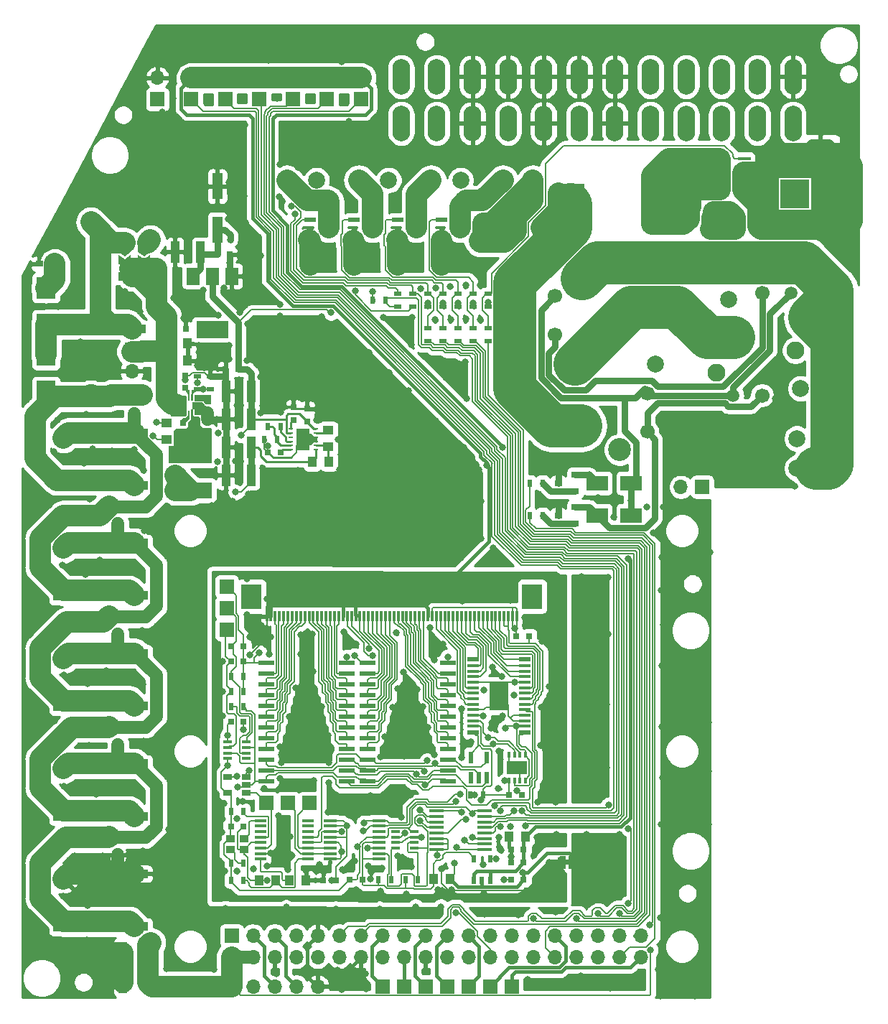
<source format=gtl>
G04 #@! TF.GenerationSoftware,KiCad,Pcbnew,(5.1.6-0-10_14)*
G04 #@! TF.CreationDate,2021-12-06T16:22:22+09:00*
G04 #@! TF.ProjectId,qPCR-main,71504352-2d6d-4616-996e-2e6b69636164,rev?*
G04 #@! TF.SameCoordinates,Original*
G04 #@! TF.FileFunction,Copper,L1,Top*
G04 #@! TF.FilePolarity,Positive*
%FSLAX46Y46*%
G04 Gerber Fmt 4.6, Leading zero omitted, Abs format (unit mm)*
G04 Created by KiCad (PCBNEW (5.1.6-0-10_14)) date 2021-12-06 16:22:22*
%MOMM*%
%LPD*%
G01*
G04 APERTURE LIST*
G04 #@! TA.AperFunction,NonConductor*
%ADD10C,0.100000*%
G04 #@! TD*
G04 #@! TA.AperFunction,EtchedComponent*
%ADD11C,0.100000*%
G04 #@! TD*
G04 #@! TA.AperFunction,SMDPad,CuDef*
%ADD12R,1.000000X1.250000*%
G04 #@! TD*
G04 #@! TA.AperFunction,SMDPad,CuDef*
%ADD13C,0.100000*%
G04 #@! TD*
G04 #@! TA.AperFunction,ComponentPad*
%ADD14O,1.700000X1.700000*%
G04 #@! TD*
G04 #@! TA.AperFunction,ComponentPad*
%ADD15R,1.700000X1.700000*%
G04 #@! TD*
G04 #@! TA.AperFunction,SMDPad,CuDef*
%ADD16R,0.800000X0.750000*%
G04 #@! TD*
G04 #@! TA.AperFunction,ComponentPad*
%ADD17C,2.400000*%
G04 #@! TD*
G04 #@! TA.AperFunction,ComponentPad*
%ADD18O,2.400000X2.400000*%
G04 #@! TD*
G04 #@! TA.AperFunction,ComponentPad*
%ADD19C,2.108200*%
G04 #@! TD*
G04 #@! TA.AperFunction,ComponentPad*
%ADD20C,1.498600*%
G04 #@! TD*
G04 #@! TA.AperFunction,ComponentPad*
%ADD21C,1.701800*%
G04 #@! TD*
G04 #@! TA.AperFunction,ComponentPad*
%ADD22C,2.006600*%
G04 #@! TD*
G04 #@! TA.AperFunction,SMDPad,CuDef*
%ADD23R,1.397000X0.889000*%
G04 #@! TD*
G04 #@! TA.AperFunction,SMDPad,CuDef*
%ADD24R,0.863600X0.762000*%
G04 #@! TD*
G04 #@! TA.AperFunction,SMDPad,CuDef*
%ADD25R,1.320800X0.558800*%
G04 #@! TD*
G04 #@! TA.AperFunction,SMDPad,CuDef*
%ADD26R,1.676400X0.355600*%
G04 #@! TD*
G04 #@! TA.AperFunction,Conductor*
%ADD27R,2.200000X3.400000*%
G04 #@! TD*
G04 #@! TA.AperFunction,SMDPad,CuDef*
%ADD28R,1.350000X0.600000*%
G04 #@! TD*
G04 #@! TA.AperFunction,SMDPad,CuDef*
%ADD29R,1.350000X0.400000*%
G04 #@! TD*
G04 #@! TA.AperFunction,SMDPad,CuDef*
%ADD30R,3.200000X1.000000*%
G04 #@! TD*
G04 #@! TA.AperFunction,SMDPad,CuDef*
%ADD31R,0.800000X0.900000*%
G04 #@! TD*
G04 #@! TA.AperFunction,SMDPad,CuDef*
%ADD32R,0.750000X0.800000*%
G04 #@! TD*
G04 #@! TA.AperFunction,SMDPad,CuDef*
%ADD33R,1.000000X2.500000*%
G04 #@! TD*
G04 #@! TA.AperFunction,SMDPad,CuDef*
%ADD34R,1.250000X1.000000*%
G04 #@! TD*
G04 #@! TA.AperFunction,SMDPad,CuDef*
%ADD35R,2.300000X2.500000*%
G04 #@! TD*
G04 #@! TA.AperFunction,SMDPad,CuDef*
%ADD36R,0.711200X0.678200*%
G04 #@! TD*
G04 #@! TA.AperFunction,SMDPad,CuDef*
%ADD37R,0.200000X0.457200*%
G04 #@! TD*
G04 #@! TA.AperFunction,SMDPad,CuDef*
%ADD38R,0.499999X0.249999*%
G04 #@! TD*
G04 #@! TA.AperFunction,SMDPad,CuDef*
%ADD39R,1.500000X2.500000*%
G04 #@! TD*
G04 #@! TA.AperFunction,ComponentPad*
%ADD40C,0.600000*%
G04 #@! TD*
G04 #@! TA.AperFunction,SMDPad,CuDef*
%ADD41R,0.900000X0.500000*%
G04 #@! TD*
G04 #@! TA.AperFunction,SMDPad,CuDef*
%ADD42R,0.500000X0.900000*%
G04 #@! TD*
G04 #@! TA.AperFunction,ComponentPad*
%ADD43R,2.400000X2.400000*%
G04 #@! TD*
G04 #@! TA.AperFunction,SMDPad,CuDef*
%ADD44R,5.100000X2.100000*%
G04 #@! TD*
G04 #@! TA.AperFunction,SMDPad,CuDef*
%ADD45R,5.100000X1.900000*%
G04 #@! TD*
G04 #@! TA.AperFunction,SMDPad,CuDef*
%ADD46R,1.570000X0.410000*%
G04 #@! TD*
G04 #@! TA.AperFunction,SMDPad,CuDef*
%ADD47R,1.473200X0.355600*%
G04 #@! TD*
G04 #@! TA.AperFunction,SMDPad,CuDef*
%ADD48R,1.000000X0.900000*%
G04 #@! TD*
G04 #@! TA.AperFunction,ComponentPad*
%ADD49C,2.000000*%
G04 #@! TD*
G04 #@! TA.AperFunction,ComponentPad*
%ADD50R,3.500000X3.500000*%
G04 #@! TD*
G04 #@! TA.AperFunction,SMDPad,CuDef*
%ADD51R,1.060000X0.650000*%
G04 #@! TD*
G04 #@! TA.AperFunction,SMDPad,CuDef*
%ADD52R,1.060000X0.400000*%
G04 #@! TD*
G04 #@! TA.AperFunction,SMDPad,CuDef*
%ADD53R,1.500000X2.000000*%
G04 #@! TD*
G04 #@! TA.AperFunction,SMDPad,CuDef*
%ADD54R,3.800000X2.000000*%
G04 #@! TD*
G04 #@! TA.AperFunction,SMDPad,CuDef*
%ADD55R,2.400000X3.000000*%
G04 #@! TD*
G04 #@! TA.AperFunction,SMDPad,CuDef*
%ADD56R,0.300000X1.250000*%
G04 #@! TD*
G04 #@! TA.AperFunction,SMDPad,CuDef*
%ADD57R,0.508000X0.825500*%
G04 #@! TD*
G04 #@! TA.AperFunction,SMDPad,CuDef*
%ADD58R,1.219200X3.098800*%
G04 #@! TD*
G04 #@! TA.AperFunction,SMDPad,CuDef*
%ADD59R,0.558800X1.473200*%
G04 #@! TD*
G04 #@! TA.AperFunction,SMDPad,CuDef*
%ADD60R,2.500000X1.800000*%
G04 #@! TD*
G04 #@! TA.AperFunction,ComponentPad*
%ADD61C,1.700000*%
G04 #@! TD*
G04 #@! TA.AperFunction,ComponentPad*
%ADD62C,2.700000*%
G04 #@! TD*
G04 #@! TA.AperFunction,SMDPad,CuDef*
%ADD63R,0.900000X0.800000*%
G04 #@! TD*
G04 #@! TA.AperFunction,SMDPad,CuDef*
%ADD64R,2.400000X1.500000*%
G04 #@! TD*
G04 #@! TA.AperFunction,SMDPad,CuDef*
%ADD65R,0.350000X0.650000*%
G04 #@! TD*
G04 #@! TA.AperFunction,SMDPad,CuDef*
%ADD66R,1.879600X0.558800*%
G04 #@! TD*
G04 #@! TA.AperFunction,ComponentPad*
%ADD67O,2.100000X4.200000*%
G04 #@! TD*
G04 #@! TA.AperFunction,SMDPad,CuDef*
%ADD68R,1.516000X0.457200*%
G04 #@! TD*
G04 #@! TA.AperFunction,SMDPad,CuDef*
%ADD69R,3.250000X5.000000*%
G04 #@! TD*
G04 #@! TA.AperFunction,ViaPad*
%ADD70C,0.800000*%
G04 #@! TD*
G04 #@! TA.AperFunction,Conductor*
%ADD71C,0.152400*%
G04 #@! TD*
G04 #@! TA.AperFunction,Conductor*
%ADD72C,0.381000*%
G04 #@! TD*
G04 #@! TA.AperFunction,Conductor*
%ADD73C,1.524000*%
G04 #@! TD*
G04 #@! TA.AperFunction,Conductor*
%ADD74C,0.250000*%
G04 #@! TD*
G04 #@! TA.AperFunction,Conductor*
%ADD75C,2.540000*%
G04 #@! TD*
G04 #@! TA.AperFunction,Conductor*
%ADD76C,0.203200*%
G04 #@! TD*
G04 #@! TA.AperFunction,Conductor*
%ADD77C,0.762000*%
G04 #@! TD*
G04 #@! TA.AperFunction,Conductor*
%ADD78C,5.080000*%
G04 #@! TD*
G04 #@! TA.AperFunction,Conductor*
%ADD79C,0.254000*%
G04 #@! TD*
G04 APERTURE END LIST*
D10*
G36*
X115100000Y-83200000D02*
G01*
X115300000Y-83200000D01*
X115300000Y-83700000D01*
X115100000Y-83700000D01*
X114700000Y-84100000D01*
X114500000Y-84100000D01*
X114500000Y-82800000D01*
X114700000Y-82800000D01*
X115100000Y-83200000D01*
G37*
X115100000Y-83200000D02*
X115300000Y-83200000D01*
X115300000Y-83700000D01*
X115100000Y-83700000D01*
X114700000Y-84100000D01*
X114500000Y-84100000D01*
X114500000Y-82800000D01*
X114700000Y-82800000D01*
X115100000Y-83200000D01*
G36*
X100780000Y-80670000D02*
G01*
X100870000Y-80770000D01*
X101390000Y-80770000D01*
X101600000Y-80960000D01*
X101600000Y-81820000D01*
X101950000Y-82150000D01*
X102860000Y-82150000D01*
X102990000Y-82240000D01*
X102990000Y-84390000D01*
X98570000Y-84390000D01*
X98570000Y-82500000D01*
X98810000Y-82270000D01*
X100020000Y-82270000D01*
X100270000Y-82030000D01*
X100270000Y-81460000D01*
X100590000Y-81190000D01*
X100590000Y-79990000D01*
X100780000Y-79990000D01*
X100780000Y-80670000D01*
G37*
X100780000Y-80670000D02*
X100870000Y-80770000D01*
X101390000Y-80770000D01*
X101600000Y-80960000D01*
X101600000Y-81820000D01*
X101950000Y-82150000D01*
X102860000Y-82150000D01*
X102990000Y-82240000D01*
X102990000Y-84390000D01*
X98570000Y-84390000D01*
X98570000Y-82500000D01*
X98810000Y-82270000D01*
X100020000Y-82270000D01*
X100270000Y-82030000D01*
X100270000Y-81460000D01*
X100590000Y-81190000D01*
X100590000Y-79990000D01*
X100780000Y-79990000D01*
X100780000Y-80670000D01*
G36*
X100780000Y-78020000D02*
G01*
X100760000Y-78830000D01*
X100660000Y-78830000D01*
X100660000Y-77690000D01*
X101130000Y-77690000D01*
X100780000Y-78020000D01*
G37*
X100780000Y-78020000D02*
X100760000Y-78830000D01*
X100660000Y-78830000D01*
X100660000Y-77690000D01*
X101130000Y-77690000D01*
X100780000Y-78020000D01*
G36*
X100370000Y-78890000D02*
G01*
X100250000Y-78890000D01*
X100250000Y-78210000D01*
X99890000Y-77680000D01*
X100360000Y-77680000D01*
X100370000Y-78890000D01*
G37*
X100370000Y-78890000D02*
X100250000Y-78890000D01*
X100250000Y-78210000D01*
X99890000Y-77680000D01*
X100360000Y-77680000D01*
X100370000Y-78890000D01*
G36*
X100350000Y-81020000D02*
G01*
X100020000Y-81350000D01*
X99350000Y-81350000D01*
X99640000Y-80960000D01*
X100260000Y-80960000D01*
X100260000Y-80130000D01*
X100350000Y-80130000D01*
X100350000Y-81020000D01*
G37*
X100350000Y-81020000D02*
X100020000Y-81350000D01*
X99350000Y-81350000D01*
X99640000Y-80960000D01*
X100260000Y-80960000D01*
X100260000Y-80130000D01*
X100350000Y-80130000D01*
X100350000Y-81020000D01*
G36*
X100010000Y-78500000D02*
G01*
X100010000Y-80550000D01*
X99870000Y-80680000D01*
X98180000Y-80680000D01*
X98180000Y-78300000D01*
X99870000Y-78300000D01*
X100010000Y-78500000D01*
G37*
X100010000Y-78500000D02*
X100010000Y-80550000D01*
X99870000Y-80680000D01*
X98180000Y-80680000D01*
X98180000Y-78300000D01*
X99870000Y-78300000D01*
X100010000Y-78500000D01*
G36*
X102910000Y-79250000D02*
G01*
X102280000Y-79250000D01*
X102020000Y-78920000D01*
X101020000Y-78920000D01*
X101020000Y-78290000D01*
X102910000Y-78290000D01*
X102910000Y-79250000D01*
G37*
X102910000Y-79250000D02*
X102280000Y-79250000D01*
X102020000Y-78920000D01*
X101020000Y-78920000D01*
X101020000Y-78290000D01*
X102910000Y-78290000D01*
X102910000Y-79250000D01*
G36*
X102230000Y-79560000D02*
G01*
X102790000Y-79680000D01*
X102790000Y-80420000D01*
X101940000Y-80530000D01*
X101020000Y-80530000D01*
X101020000Y-79940000D01*
X100940000Y-79850000D01*
X100770000Y-79850000D01*
X100770000Y-79100000D01*
X101890000Y-79100000D01*
X102230000Y-79560000D01*
G37*
X102230000Y-79560000D02*
X102790000Y-79680000D01*
X102790000Y-80420000D01*
X101940000Y-80530000D01*
X101020000Y-80530000D01*
X101020000Y-79940000D01*
X100940000Y-79850000D01*
X100770000Y-79850000D01*
X100770000Y-79100000D01*
X101890000Y-79100000D01*
X102230000Y-79560000D01*
D11*
G36*
X144680000Y-133670000D02*
G01*
X145180000Y-133670000D01*
X145180000Y-133070000D01*
X144680000Y-133070000D01*
X144680000Y-133670000D01*
G37*
G36*
X160114600Y-54429000D02*
G01*
X164102400Y-54429000D01*
X164102400Y-50111000D01*
X160114600Y-50111000D01*
X160114600Y-54429000D01*
G37*
X160114600Y-54429000D02*
X164102400Y-54429000D01*
X164102400Y-50111000D01*
X160114600Y-50111000D01*
X160114600Y-54429000D01*
D12*
X116880000Y-86140000D03*
X114880000Y-86140000D03*
G04 #@! TA.AperFunction,SMDPad,CuDef*
D13*
G36*
X144280000Y-134119398D02*
G01*
X144255466Y-134119398D01*
X144206635Y-134114588D01*
X144158510Y-134105016D01*
X144111555Y-134090772D01*
X144066222Y-134071995D01*
X144022949Y-134048864D01*
X143982150Y-134021604D01*
X143944221Y-133990476D01*
X143909524Y-133955779D01*
X143878396Y-133917850D01*
X143851136Y-133877051D01*
X143828005Y-133833778D01*
X143809228Y-133788445D01*
X143794984Y-133741490D01*
X143785412Y-133693365D01*
X143780602Y-133644534D01*
X143780602Y-133620000D01*
X143780000Y-133620000D01*
X143780000Y-133120000D01*
X143780602Y-133120000D01*
X143780602Y-133095466D01*
X143785412Y-133046635D01*
X143794984Y-132998510D01*
X143809228Y-132951555D01*
X143828005Y-132906222D01*
X143851136Y-132862949D01*
X143878396Y-132822150D01*
X143909524Y-132784221D01*
X143944221Y-132749524D01*
X143982150Y-132718396D01*
X144022949Y-132691136D01*
X144066222Y-132668005D01*
X144111555Y-132649228D01*
X144158510Y-132634984D01*
X144206635Y-132625412D01*
X144255466Y-132620602D01*
X144280000Y-132620602D01*
X144280000Y-132620000D01*
X144780000Y-132620000D01*
X144780000Y-134120000D01*
X144280000Y-134120000D01*
X144280000Y-134119398D01*
G37*
G04 #@! TD.AperFunction*
G04 #@! TA.AperFunction,SMDPad,CuDef*
G36*
X145080000Y-132620000D02*
G01*
X145580000Y-132620000D01*
X145580000Y-132620602D01*
X145604534Y-132620602D01*
X145653365Y-132625412D01*
X145701490Y-132634984D01*
X145748445Y-132649228D01*
X145793778Y-132668005D01*
X145837051Y-132691136D01*
X145877850Y-132718396D01*
X145915779Y-132749524D01*
X145950476Y-132784221D01*
X145981604Y-132822150D01*
X146008864Y-132862949D01*
X146031995Y-132906222D01*
X146050772Y-132951555D01*
X146065016Y-132998510D01*
X146074588Y-133046635D01*
X146079398Y-133095466D01*
X146079398Y-133120000D01*
X146080000Y-133120000D01*
X146080000Y-133620000D01*
X146079398Y-133620000D01*
X146079398Y-133644534D01*
X146074588Y-133693365D01*
X146065016Y-133741490D01*
X146050772Y-133788445D01*
X146031995Y-133833778D01*
X146008864Y-133877051D01*
X145981604Y-133917850D01*
X145950476Y-133955779D01*
X145915779Y-133990476D01*
X145877850Y-134021604D01*
X145837051Y-134048864D01*
X145793778Y-134071995D01*
X145748445Y-134090772D01*
X145701490Y-134105016D01*
X145653365Y-134114588D01*
X145604534Y-134119398D01*
X145580000Y-134119398D01*
X145580000Y-134120000D01*
X145080000Y-134120000D01*
X145080000Y-132620000D01*
G37*
G04 #@! TD.AperFunction*
D14*
X158360000Y-89100000D03*
D15*
X160900000Y-89100000D03*
D16*
X104650000Y-75200000D03*
X106150000Y-75200000D03*
D17*
X88800000Y-78200000D03*
D18*
X88800000Y-57880000D03*
D19*
X173290000Y-68850000D03*
D20*
X171340000Y-66200000D03*
D21*
X167940000Y-66200000D03*
D22*
X163990000Y-67000000D03*
D19*
X164590000Y-71500000D03*
X162590000Y-75650000D03*
D20*
X164540000Y-78300000D03*
D21*
X167940000Y-78300000D03*
D22*
X172490000Y-77500000D03*
D19*
X171890000Y-73000000D03*
D23*
X84449300Y-62800000D03*
D24*
X82684000Y-62800000D03*
D25*
X116852200Y-58500000D03*
X114667800Y-59439800D03*
X114667800Y-57560200D03*
X122017200Y-58500000D03*
X119832800Y-59439800D03*
X119832800Y-57560200D03*
X130162800Y-57560200D03*
X130162800Y-59439800D03*
X132347200Y-58500000D03*
X124997800Y-57560200D03*
X124997800Y-59439800D03*
X127182200Y-58500000D03*
D26*
X135219400Y-127295001D03*
X135219400Y-127945002D03*
X135219400Y-128595001D03*
X135219400Y-129245002D03*
X135219400Y-129895001D03*
X135219400Y-130544999D03*
X135219400Y-131195001D03*
X135219400Y-131844999D03*
X129580600Y-131844999D03*
X129580600Y-131194998D03*
X129580600Y-130544999D03*
X129580600Y-129894998D03*
X129580600Y-129244999D03*
X129580600Y-128595001D03*
X129580600Y-127944999D03*
X129580600Y-127295001D03*
D16*
X106790000Y-109680000D03*
X105290000Y-109680000D03*
D27*
X136903532Y-113740000D03*
D28*
X139953532Y-109415000D03*
X133853532Y-109415000D03*
D29*
X139953532Y-110165000D03*
X133853532Y-110165000D03*
X139953532Y-110815000D03*
X133853532Y-110815000D03*
X139953532Y-111465000D03*
X133853532Y-111465000D03*
X139953532Y-112115000D03*
X133853532Y-112115000D03*
X139953532Y-112765000D03*
X133853532Y-112765000D03*
X139953532Y-113415000D03*
X133853532Y-113415000D03*
X139953532Y-114065000D03*
X133853532Y-114065000D03*
X139953532Y-114715000D03*
X133853532Y-114715000D03*
X139953532Y-115365000D03*
X133853532Y-115365000D03*
X139953532Y-116015000D03*
X133853532Y-116015000D03*
X139953532Y-116665000D03*
X133853532Y-116665000D03*
X139953532Y-117315000D03*
X133853532Y-117315000D03*
D28*
X139953532Y-118065000D03*
X133853532Y-118065000D03*
D30*
X93936000Y-82720000D03*
X93936000Y-88920000D03*
D31*
X92926000Y-91450000D03*
X91026000Y-91450000D03*
X91976000Y-93450000D03*
D16*
X111150000Y-85010000D03*
X109650000Y-85010000D03*
D32*
X114290000Y-79890000D03*
X114290000Y-81390000D03*
D33*
X107700000Y-84400000D03*
X104700000Y-84400000D03*
D34*
X116770000Y-84380000D03*
X116770000Y-82380000D03*
D32*
X112670000Y-81220000D03*
X112670000Y-79720000D03*
D33*
X104700000Y-87700000D03*
X107700000Y-87700000D03*
D35*
X83500000Y-65650000D03*
X83500000Y-69950000D03*
X83500000Y-73550000D03*
X83500000Y-77850000D03*
D36*
X101158000Y-79500000D03*
D37*
X99910001Y-78725000D03*
X100310000Y-78725000D03*
X100710000Y-78725000D03*
X101109999Y-78725000D03*
X101109999Y-80275000D03*
X100710000Y-80275000D03*
X100310000Y-80275000D03*
X99910001Y-80275000D03*
D38*
X112380000Y-82220000D03*
X112380000Y-82719999D03*
X112380000Y-83220000D03*
X112380000Y-83720000D03*
X112380000Y-84220001D03*
X112380000Y-84720000D03*
X115280000Y-84720000D03*
X115280000Y-84220001D03*
X115280000Y-83720000D03*
X115280000Y-83220000D03*
X115280000Y-82719999D03*
X115280000Y-82220000D03*
D39*
X113830000Y-83470000D03*
D40*
X113830000Y-82469999D03*
X114430000Y-83470000D03*
X113830000Y-84470001D03*
X113330001Y-83470000D03*
D16*
X99660000Y-81570000D03*
X101160000Y-81570000D03*
D34*
X97690000Y-83520000D03*
X97690000Y-81520000D03*
D33*
X95510000Y-144040000D03*
X92510000Y-144040000D03*
D32*
X102560000Y-80340000D03*
X102560000Y-78840000D03*
D15*
X105370000Y-148000000D03*
D14*
X107910000Y-148000000D03*
X110450000Y-148000000D03*
X112990000Y-148000000D03*
X115530000Y-148000000D03*
D31*
X91976000Y-106450000D03*
X91026000Y-104450000D03*
X92926000Y-104450000D03*
X93936000Y-80450000D03*
X92986000Y-78450000D03*
X94886000Y-78450000D03*
X91976000Y-132450000D03*
X91026000Y-130450000D03*
X92926000Y-130450000D03*
X92926000Y-117450000D03*
X91026000Y-117450000D03*
X91976000Y-119450000D03*
D33*
X104700000Y-81100000D03*
X107700000Y-81100000D03*
D30*
X93936000Y-101920000D03*
X93936000Y-95720000D03*
D41*
X101320000Y-77580000D03*
X101320000Y-76080000D03*
X102870000Y-76070000D03*
X102870000Y-77570000D03*
D42*
X111150000Y-81980000D03*
X109650000Y-81980000D03*
D30*
X93936000Y-134720000D03*
X93936000Y-140920000D03*
X93936000Y-127920000D03*
X93936000Y-121720000D03*
X93936000Y-108720000D03*
X93936000Y-114920000D03*
D42*
X109250000Y-83540000D03*
X110750000Y-83540000D03*
D30*
X93620000Y-70460000D03*
X93620000Y-64260000D03*
G04 #@! TA.AperFunction,SMDPad,CuDef*
D13*
G36*
X92760000Y-61925000D02*
G01*
X92010000Y-61425000D01*
X92010000Y-60425000D01*
X93510000Y-60425000D01*
X93510000Y-61425000D01*
X92760000Y-61925000D01*
G37*
G04 #@! TD.AperFunction*
G04 #@! TA.AperFunction,SMDPad,CuDef*
G36*
X92010000Y-62875000D02*
G01*
X92010000Y-61725000D01*
X92760000Y-62225000D01*
X93510000Y-61725000D01*
X93510000Y-62875000D01*
X92010000Y-62875000D01*
G37*
G04 #@! TD.AperFunction*
G04 #@! TA.AperFunction,SMDPad,CuDef*
G36*
X94300000Y-62875000D02*
G01*
X94300000Y-61725000D01*
X95050000Y-62225000D01*
X95800000Y-61725000D01*
X95800000Y-62875000D01*
X94300000Y-62875000D01*
G37*
G04 #@! TD.AperFunction*
G04 #@! TA.AperFunction,SMDPad,CuDef*
G36*
X95050000Y-61925000D02*
G01*
X94300000Y-61425000D01*
X94300000Y-60425000D01*
X95800000Y-60425000D01*
X95800000Y-61425000D01*
X95050000Y-61925000D01*
G37*
G04 #@! TD.AperFunction*
D15*
X109476000Y-126380000D03*
X93600000Y-72900000D03*
D14*
X93600000Y-75440000D03*
D42*
X105290000Y-135468000D03*
X106790000Y-135468000D03*
D12*
X114152000Y-135468000D03*
X112152000Y-135468000D03*
D14*
X96625490Y-40870000D03*
D15*
X96625490Y-43410000D03*
X112625490Y-43410000D03*
D14*
X112625490Y-40870000D03*
D15*
X108625490Y-43410000D03*
D14*
X108625490Y-40870000D03*
X104625490Y-40870000D03*
D15*
X104625490Y-43410000D03*
D14*
X100625490Y-40870000D03*
D15*
X100625490Y-43410000D03*
D43*
X85546000Y-88320000D03*
D17*
X85546000Y-83320000D03*
X85546000Y-96320000D03*
D43*
X85546000Y-101320000D03*
X85546000Y-114320000D03*
D17*
X85546000Y-109320000D03*
D43*
X85546000Y-127320000D03*
D17*
X85546000Y-122320000D03*
X85546000Y-135320000D03*
D43*
X85546000Y-140320000D03*
D44*
X100500000Y-85300000D03*
D45*
X100500000Y-89500000D03*
D12*
X110596000Y-135468000D03*
X108596000Y-135468000D03*
D16*
X98450000Y-70500000D03*
X99950000Y-70500000D03*
D12*
X100200000Y-72200000D03*
X98200000Y-72200000D03*
D32*
X99870000Y-75930000D03*
X99870000Y-77430000D03*
D33*
X92530000Y-147530000D03*
X95530000Y-147530000D03*
D12*
X100200000Y-74200000D03*
X98200000Y-74200000D03*
D46*
X122730000Y-128425000D03*
X122730000Y-129075000D03*
X122730000Y-129725000D03*
X122730000Y-130375000D03*
X122730000Y-131025000D03*
X122730000Y-131675000D03*
X122730000Y-132325000D03*
X122730000Y-132975000D03*
X116990000Y-132975000D03*
X116990000Y-132325000D03*
X116990000Y-131675000D03*
X116990000Y-131025000D03*
X116990000Y-130375000D03*
X116990000Y-129725000D03*
X116990000Y-129075000D03*
X116990000Y-128425000D03*
D47*
X114399400Y-128425001D03*
X114399400Y-129075002D03*
X114399400Y-129725001D03*
X114399400Y-130375002D03*
X114399400Y-131025001D03*
X114399400Y-131674999D03*
X114399400Y-132325001D03*
X114399400Y-132974999D03*
X108760600Y-132974999D03*
X108760600Y-132324998D03*
X108760600Y-131674999D03*
X108760600Y-131024998D03*
X108760600Y-130374999D03*
X108760600Y-129725001D03*
X108760600Y-129074999D03*
X108760600Y-128425001D03*
D42*
X105290000Y-133436000D03*
X106790000Y-133436000D03*
D16*
X105290000Y-129118000D03*
X106790000Y-129118000D03*
D48*
X105227500Y-131822500D03*
X106852500Y-131822500D03*
X106852500Y-130597500D03*
X105227500Y-130597500D03*
D49*
X120400000Y-52930000D03*
X123900000Y-52930000D03*
X140900000Y-52930000D03*
X137400000Y-52930000D03*
X128900000Y-52930000D03*
X132400000Y-52930000D03*
G04 #@! TA.AperFunction,ComponentPad*
G36*
G01*
X176579000Y-48976200D02*
X176579000Y-50726200D01*
G75*
G02*
X175704000Y-51601200I-875000J0D01*
G01*
X173954000Y-51601200D01*
G75*
G02*
X173079000Y-50726200I0J875000D01*
G01*
X173079000Y-48976200D01*
G75*
G02*
X173954000Y-48101200I875000J0D01*
G01*
X175704000Y-48101200D01*
G75*
G02*
X176579000Y-48976200I0J-875000D01*
G01*
G37*
G04 #@! TD.AperFunction*
G04 #@! TA.AperFunction,ComponentPad*
G36*
G01*
X179329000Y-53551200D02*
X179329000Y-55551200D01*
G75*
G02*
X178579000Y-56301200I-750000J0D01*
G01*
X177079000Y-56301200D01*
G75*
G02*
X176329000Y-55551200I0J750000D01*
G01*
X176329000Y-53551200D01*
G75*
G02*
X177079000Y-52801200I750000J0D01*
G01*
X178579000Y-52801200D01*
G75*
G02*
X179329000Y-53551200I0J-750000D01*
G01*
G37*
G04 #@! TD.AperFunction*
D50*
X171829000Y-54551200D03*
D15*
X123150000Y-148000000D03*
X125690000Y-148000000D03*
X128230000Y-148000000D03*
X130770000Y-148000000D03*
X133310000Y-148000000D03*
X135850000Y-148000000D03*
X138390000Y-148000000D03*
X120625490Y-43410000D03*
D14*
X120625490Y-40870000D03*
D15*
X116625490Y-43410000D03*
D14*
X116625490Y-40870000D03*
D51*
X104940000Y-125160000D03*
X104940000Y-123260000D03*
X107140000Y-123260000D03*
X107140000Y-124210000D03*
X107140000Y-125160000D03*
D52*
X104940000Y-119180000D03*
X104940000Y-119830000D03*
X104940000Y-120490000D03*
X104940000Y-121140000D03*
X107140000Y-121140000D03*
X107140000Y-120490000D03*
X107140000Y-119830000D03*
X107140000Y-119180000D03*
X124700000Y-131680000D03*
X124700000Y-131030000D03*
X124700000Y-130370000D03*
X124700000Y-129720000D03*
X126900000Y-129720000D03*
X126900000Y-130370000D03*
X126900000Y-131030000D03*
X126900000Y-131680000D03*
D53*
X105400000Y-64250000D03*
X100800000Y-64250000D03*
X103100000Y-64250000D03*
D54*
X103100000Y-70550000D03*
D55*
X107720000Y-102015000D03*
X140820000Y-102015000D03*
D56*
X109520000Y-104340000D03*
X110020000Y-104340000D03*
X110520000Y-104340000D03*
X111020000Y-104340000D03*
X111520000Y-104340000D03*
X112020000Y-104340000D03*
X112520000Y-104340000D03*
X113020000Y-104340000D03*
X113520000Y-104340000D03*
X114020000Y-104340000D03*
X114520000Y-104340000D03*
X115020000Y-104340000D03*
X115520000Y-104340000D03*
X116020000Y-104340000D03*
X116520000Y-104340000D03*
X117020000Y-104340000D03*
X117520000Y-104340000D03*
X118020000Y-104340000D03*
X118520000Y-104340000D03*
X119020000Y-104340000D03*
X119520000Y-104340000D03*
X120020000Y-104340000D03*
X120520000Y-104340000D03*
X121020000Y-104340000D03*
X121520000Y-104340000D03*
X122020000Y-104340000D03*
X122520000Y-104340000D03*
X123020000Y-104340000D03*
X123520000Y-104340000D03*
X124020000Y-104340000D03*
X124520000Y-104340000D03*
X125020000Y-104340000D03*
X125520000Y-104340000D03*
X126020000Y-104340000D03*
X126520000Y-104340000D03*
X127020000Y-104340000D03*
X127520000Y-104340000D03*
X128020000Y-104340000D03*
X128520000Y-104340000D03*
X129020000Y-104340000D03*
X129520000Y-104340000D03*
X130020000Y-104340000D03*
X130520000Y-104340000D03*
X131020000Y-104340000D03*
X131520000Y-104340000D03*
X132020000Y-104340000D03*
X132520000Y-104340000D03*
X133020000Y-104340000D03*
X133520000Y-104340000D03*
X134020000Y-104340000D03*
X134520000Y-104340000D03*
X135020000Y-104340000D03*
X135520000Y-104340000D03*
X136020000Y-104340000D03*
X136520000Y-104340000D03*
X137020000Y-104340000D03*
X137520000Y-104340000D03*
X138020000Y-104340000D03*
X138520000Y-104340000D03*
X139020000Y-104340000D03*
D15*
X104810000Y-105910000D03*
X104810000Y-103370000D03*
X104810000Y-100830000D03*
D57*
X133957500Y-132976350D03*
X135862500Y-132976350D03*
X135849800Y-135503650D03*
X134910000Y-135503650D03*
X133970200Y-135503650D03*
D58*
X103700000Y-53647300D03*
X103700000Y-58752700D03*
D16*
X120820000Y-135440000D03*
X119320000Y-135440000D03*
X117700000Y-135480000D03*
X116200000Y-135480000D03*
X105290000Y-107902000D03*
X106790000Y-107902000D03*
X106790000Y-116792000D03*
X105290000Y-116792000D03*
X138100000Y-125410000D03*
X139600000Y-125410000D03*
X140480000Y-106720000D03*
X138980000Y-106720000D03*
D12*
X138060000Y-130360000D03*
X140060000Y-130360000D03*
D33*
X98700000Y-61400000D03*
X101700000Y-61400000D03*
D16*
X138310000Y-131884000D03*
X139810000Y-131884000D03*
X103650000Y-61700000D03*
X105150000Y-61700000D03*
X138310000Y-133408000D03*
X139810000Y-133408000D03*
D33*
X107700000Y-77800000D03*
X104700000Y-77800000D03*
D16*
X138310000Y-135440000D03*
X139810000Y-135440000D03*
D41*
X128516000Y-71880000D03*
X128516000Y-70380000D03*
X130294000Y-70380000D03*
X130294000Y-71880000D03*
X128516000Y-67850000D03*
X128516000Y-66350000D03*
X130294000Y-66350000D03*
X130294000Y-67850000D03*
X126738000Y-66350000D03*
X126738000Y-67850000D03*
X133850000Y-70380000D03*
X133850000Y-71880000D03*
X132072000Y-70380000D03*
X132072000Y-71880000D03*
X133850000Y-66350000D03*
X133850000Y-67850000D03*
X132072000Y-66350000D03*
X132072000Y-67850000D03*
D42*
X105290000Y-127340000D03*
X106790000Y-127340000D03*
X106790000Y-113236000D03*
X105290000Y-113236000D03*
X105290000Y-111458000D03*
X106790000Y-111458000D03*
X106790000Y-115014000D03*
X105290000Y-115014000D03*
X135060000Y-125410000D03*
X133560000Y-125410000D03*
X122720000Y-135440000D03*
X124220000Y-135440000D03*
X125880000Y-135440000D03*
X127380000Y-135440000D03*
D41*
X124960000Y-66350000D03*
X124960000Y-67850000D03*
D42*
X122040000Y-67100000D03*
X123540000Y-67100000D03*
D59*
X133569999Y-121016200D03*
X135470001Y-121016200D03*
X135470001Y-123403800D03*
X134520000Y-123403800D03*
X133569999Y-123403800D03*
D15*
X112016000Y-126380000D03*
X114556000Y-126380000D03*
D60*
X152510000Y-88646000D03*
X148510000Y-88646000D03*
X148510000Y-92456000D03*
X152510000Y-92456000D03*
D49*
X172050000Y-86890000D03*
X172050000Y-83390000D03*
X155360000Y-74610000D03*
D61*
X154410000Y-78110000D03*
X154410000Y-82610000D03*
D62*
X151160000Y-84710000D03*
D49*
X145860000Y-74610000D03*
D61*
X143510000Y-71110000D03*
X143510000Y-66610000D03*
D62*
X146760000Y-64510000D03*
D63*
X145910000Y-89596000D03*
X145910000Y-87696000D03*
X143910000Y-88646000D03*
X143910000Y-92456000D03*
X145910000Y-91506000D03*
X145910000Y-93406000D03*
D42*
X140550000Y-88646000D03*
X142050000Y-88646000D03*
X140550000Y-92456000D03*
X142050000Y-92456000D03*
D64*
X139060000Y-122210000D03*
D65*
X140035000Y-123760000D03*
X139385000Y-123760000D03*
X138734999Y-123760000D03*
X138085001Y-123760000D03*
X138085001Y-120660000D03*
X138734999Y-120660000D03*
X139385000Y-120660000D03*
X140035000Y-120660000D03*
D66*
X121392900Y-109825000D03*
X121392900Y-111095000D03*
X121392900Y-112365000D03*
X121392900Y-113635000D03*
X121392900Y-114905000D03*
X121392900Y-116175000D03*
X121392900Y-117445000D03*
X121392900Y-118715000D03*
X121392900Y-119985000D03*
X121392900Y-121255000D03*
X121392900Y-122525000D03*
X121392900Y-123795000D03*
X130867100Y-123795000D03*
X130867100Y-122525000D03*
X130867100Y-121255000D03*
X130867100Y-119985000D03*
X130867100Y-118715000D03*
X130867100Y-117445000D03*
X130867100Y-116175000D03*
X130867100Y-114905000D03*
X130867100Y-113635000D03*
X130867100Y-112365000D03*
X130867100Y-111095000D03*
X130867100Y-109825000D03*
X109474900Y-109825000D03*
X109474900Y-111095000D03*
X109474900Y-112365000D03*
X109474900Y-113635000D03*
X109474900Y-114905000D03*
X109474900Y-116175000D03*
X109474900Y-117445000D03*
X109474900Y-118715000D03*
X109474900Y-119985000D03*
X109474900Y-121255000D03*
X109474900Y-122525000D03*
X109474900Y-123795000D03*
X118949100Y-123795000D03*
X118949100Y-122525000D03*
X118949100Y-121255000D03*
X118949100Y-119985000D03*
X118949100Y-118715000D03*
X118949100Y-117445000D03*
X118949100Y-116175000D03*
X118949100Y-114905000D03*
X118949100Y-113635000D03*
X118949100Y-112365000D03*
X118949100Y-111095000D03*
X118949100Y-109825000D03*
D12*
X131160000Y-135320000D03*
X129160000Y-135320000D03*
D67*
X171580000Y-40746400D03*
X167380000Y-40746400D03*
X171580000Y-46246400D03*
X163180000Y-40746400D03*
X158980000Y-40746400D03*
X154780000Y-40746400D03*
X150580000Y-40746400D03*
X146380000Y-40746400D03*
X142180000Y-40746400D03*
X137980000Y-40746400D03*
X133780000Y-40746400D03*
X129580000Y-40746400D03*
X125380000Y-40746400D03*
X167380000Y-46246400D03*
X163180000Y-46246400D03*
X158980000Y-46246400D03*
X154780000Y-46246400D03*
X150580000Y-46246400D03*
X146380000Y-46246400D03*
X142180000Y-46246400D03*
X137980000Y-46246400D03*
X133780000Y-46246400D03*
X129580000Y-46246400D03*
X125380000Y-46246400D03*
D24*
X159674000Y-57840000D03*
D23*
X161439300Y-57840000D03*
D68*
X159509000Y-54175000D03*
X159509000Y-52905000D03*
X159509000Y-51635000D03*
X159509000Y-50365000D03*
X165851000Y-50365000D03*
X165851000Y-51635000D03*
X165851000Y-52905000D03*
X165851000Y-54175000D03*
D33*
X164490000Y-57840000D03*
X167490000Y-57840000D03*
X141910000Y-58530000D03*
X138910000Y-58530000D03*
D41*
X135628000Y-70380000D03*
X135628000Y-71880000D03*
X135628000Y-67850000D03*
X135628000Y-66350000D03*
D69*
X156595000Y-55830000D03*
X145345000Y-55830000D03*
D49*
X115400000Y-52930000D03*
X111900000Y-52930000D03*
D14*
X153630000Y-144540000D03*
X153630000Y-142000000D03*
X135850000Y-144540000D03*
X135850000Y-142000000D03*
X130770000Y-144540000D03*
X130770000Y-142000000D03*
X140930000Y-144540000D03*
X140930000Y-142000000D03*
X112990000Y-144540000D03*
X112990000Y-142000000D03*
X143470000Y-144540000D03*
X143470000Y-142000000D03*
X125690000Y-144540000D03*
X125690000Y-142000000D03*
X148550000Y-144540000D03*
X148550000Y-142000000D03*
X146010000Y-144540000D03*
X146010000Y-142000000D03*
X151090000Y-144540000D03*
X151090000Y-142000000D03*
X128230000Y-144540000D03*
X128230000Y-142000000D03*
X115530000Y-144540000D03*
X115530000Y-142000000D03*
X120610000Y-144540000D03*
X120610000Y-142000000D03*
X138390000Y-144540000D03*
X138390000Y-142000000D03*
X118070000Y-144540000D03*
X118070000Y-142000000D03*
X133310000Y-144540000D03*
X133310000Y-142000000D03*
D15*
X105370000Y-142000000D03*
D14*
X105370000Y-144540000D03*
X110450000Y-142000000D03*
X107910000Y-144540000D03*
X123150000Y-144540000D03*
X123150000Y-142000000D03*
X107910000Y-142000000D03*
X110450000Y-144540000D03*
D70*
X161400000Y-147240000D03*
X158510000Y-147330000D03*
X88160000Y-99410000D03*
X88420000Y-112320000D03*
X90580000Y-110750000D03*
X85560000Y-111240000D03*
X81250000Y-113550000D03*
X84460000Y-116670000D03*
X81160000Y-119760000D03*
X81200000Y-126280000D03*
X83950000Y-129310000D03*
X81240000Y-131620000D03*
X82820000Y-140660000D03*
X81070000Y-144730000D03*
X88290000Y-142520000D03*
X85360000Y-144680000D03*
X85480000Y-148990000D03*
X85640000Y-124380000D03*
X89370000Y-125350000D03*
X88560000Y-119610000D03*
X90170000Y-132610000D03*
X86880000Y-132580000D03*
X90650000Y-136620000D03*
X88380000Y-138440000D03*
X85510000Y-137370000D03*
X81370000Y-106590000D03*
X83970000Y-103680000D03*
X81430000Y-100870000D03*
X89840000Y-97730000D03*
X85390000Y-98320000D03*
X81540000Y-93490000D03*
X87950000Y-86310000D03*
X95030000Y-87110000D03*
X83540000Y-90790000D03*
X88620000Y-90530000D03*
X81270000Y-87920000D03*
X92040000Y-80530000D03*
X84830000Y-81200000D03*
X91270000Y-84830000D03*
X84390000Y-84960000D03*
X138735000Y-112115000D03*
X138270000Y-121950000D03*
X136903532Y-113740000D03*
X109530000Y-135450000D03*
X117152402Y-135470000D03*
X118961652Y-129035992D03*
X102550000Y-81160000D03*
X90370000Y-144070000D03*
X130163991Y-62906009D03*
X124997800Y-62912200D03*
X119846009Y-62906009D03*
X114636009Y-62906009D03*
X135650000Y-67360000D03*
X133860000Y-67390000D03*
X132080000Y-67400000D03*
X130290000Y-67410000D03*
X128520000Y-67410000D03*
X143920000Y-87590000D03*
X143920000Y-91200000D03*
X139044551Y-124942201D03*
X139699310Y-134569310D03*
X138310000Y-132710000D03*
X127743245Y-130374999D03*
X129660000Y-132530000D03*
X131677730Y-133435497D03*
X99900000Y-76477598D03*
X138735000Y-105755000D03*
X146760000Y-133370000D03*
X105150000Y-62640000D03*
X122020000Y-66090000D03*
X88260000Y-80530000D03*
X88980000Y-84580000D03*
X93870000Y-84680000D03*
X81170000Y-78850000D03*
X81170000Y-71760000D03*
X81130000Y-64060000D03*
X87290000Y-62370000D03*
X87550000Y-66730000D03*
X84960000Y-67860000D03*
X87550000Y-72030000D03*
X92780000Y-66090000D03*
X94580000Y-68420000D03*
X83650000Y-59510000D03*
X85980000Y-56440000D03*
X88420000Y-51540000D03*
X91060000Y-56110000D03*
X99130000Y-57840000D03*
X93850000Y-58090000D03*
X95680000Y-53570000D03*
X93900000Y-47630000D03*
X106900000Y-46460000D03*
X106800000Y-51540000D03*
X107000000Y-57970000D03*
X104990000Y-57530000D03*
X106860000Y-54790000D03*
X105070000Y-53210000D03*
X105190000Y-48650000D03*
X101930000Y-46550000D03*
X101850000Y-51140000D03*
X101870000Y-55700000D03*
X102190000Y-58050000D03*
X98280000Y-49300000D03*
X97200000Y-44930000D03*
X98460000Y-43270000D03*
X93600000Y-41570000D03*
X96610000Y-35220000D03*
X99690000Y-37200000D03*
X98630000Y-39090000D03*
X109700000Y-38780000D03*
X104600000Y-35590000D03*
X102590000Y-43320000D03*
X106540000Y-43300000D03*
X110750000Y-43320000D03*
X114810000Y-43320000D03*
X118820000Y-43250000D03*
X113840000Y-35360000D03*
X118360000Y-38950000D03*
X121800000Y-35420000D03*
X123290000Y-40190000D03*
X123070000Y-45180000D03*
X115290000Y-46360000D03*
X111430000Y-46450000D03*
X113230000Y-51380000D03*
X111100000Y-51110000D03*
X113260000Y-47770000D03*
X111040000Y-54900000D03*
X114970000Y-50360000D03*
X121790000Y-47740000D03*
X117860000Y-48140000D03*
X119210000Y-45980000D03*
X127400000Y-47910000D03*
X127570000Y-43790000D03*
X130580000Y-43460000D03*
X127690000Y-39600000D03*
X127030000Y-35150000D03*
X131310000Y-38520000D03*
X133650000Y-35110000D03*
X136920000Y-37340000D03*
X140740000Y-35190000D03*
X144250000Y-37530000D03*
X149760000Y-37510000D03*
X146850000Y-35160000D03*
X151660000Y-35020000D03*
X155830000Y-37860000D03*
X159710000Y-35100000D03*
X162310000Y-37780000D03*
X166740000Y-35320000D03*
X135840000Y-43480000D03*
X139910000Y-43340000D03*
X144310000Y-43390000D03*
X148520000Y-43480000D03*
X140240000Y-38450000D03*
X152770000Y-43530000D03*
X156980000Y-43480000D03*
X161100000Y-43580000D03*
X165310000Y-42370000D03*
X169760000Y-43580000D03*
X174590000Y-43580000D03*
X169320000Y-38450000D03*
X174210000Y-35060000D03*
X175700000Y-40100000D03*
X177170000Y-45430000D03*
X178340000Y-50420000D03*
X175230000Y-53860000D03*
X179000000Y-57740000D03*
X175260000Y-59980000D03*
X170670000Y-51270000D03*
X172150000Y-49270000D03*
X173970000Y-47080000D03*
X175750000Y-57340000D03*
X178920000Y-63540000D03*
X177270000Y-61460000D03*
X168790000Y-74880000D03*
X169470000Y-78660000D03*
X166240000Y-78140000D03*
X168080000Y-76460000D03*
X170120000Y-85890000D03*
X171820000Y-88990000D03*
X166500000Y-88500000D03*
X167020000Y-85400000D03*
X162600000Y-85120000D03*
X162570000Y-88030000D03*
X161530000Y-91480000D03*
X161830000Y-96780000D03*
X156300000Y-91480000D03*
X151210000Y-90550000D03*
X148630000Y-90400000D03*
X150480000Y-92690000D03*
X141920000Y-90640000D03*
X155100000Y-94550000D03*
X154310000Y-91500000D03*
X156090000Y-97400000D03*
X161370000Y-100890000D03*
X156040000Y-101310000D03*
X161310000Y-104070000D03*
X156260000Y-105350000D03*
X158670000Y-99570000D03*
X158670000Y-103300000D03*
X156090000Y-110190000D03*
X161190000Y-108390000D03*
X161310000Y-113760000D03*
X156130000Y-117370000D03*
X161600000Y-116860000D03*
X161670000Y-122640000D03*
X156230000Y-123380000D03*
X156060000Y-128930000D03*
X161620000Y-128930000D03*
X158900000Y-126330000D03*
X157910000Y-113680000D03*
X158530000Y-108440000D03*
X158870000Y-129610000D03*
X161420000Y-134120000D03*
X156380000Y-134240000D03*
X155990000Y-139920000D03*
X161570000Y-140600000D03*
X157580000Y-137470000D03*
X160060000Y-149100000D03*
X155940000Y-149150000D03*
X155700000Y-146030000D03*
X153870000Y-146940000D03*
X140330000Y-147190000D03*
X143730000Y-148110000D03*
X146600000Y-146740000D03*
X150060000Y-148230000D03*
X121130000Y-146530000D03*
X118330000Y-148340000D03*
X121220000Y-148260000D03*
X117820000Y-146060000D03*
X115400000Y-146330000D03*
X113740000Y-146440000D03*
X110660000Y-146460000D03*
X103350000Y-140820000D03*
X103280000Y-145980000D03*
X97680000Y-145880000D03*
X97600000Y-140560000D03*
X90130000Y-146390000D03*
X93420000Y-146000000D03*
X94870000Y-138820000D03*
X96600000Y-135590000D03*
X94870000Y-132060000D03*
X96540000Y-121980000D03*
X94990000Y-119030000D03*
X94880000Y-112350000D03*
X94820000Y-106070000D03*
X97070000Y-109530000D03*
X97960000Y-104130000D03*
X98210000Y-116720000D03*
X98420000Y-112930000D03*
X101990000Y-116780000D03*
X101900000Y-110990000D03*
X101930000Y-106160000D03*
X99820000Y-107540000D03*
X100470000Y-114360000D03*
X101930000Y-101680000D03*
X102080000Y-98060000D03*
X96950000Y-95940000D03*
X98360000Y-100270000D03*
X95050000Y-94220000D03*
X97770000Y-91390000D03*
X103050000Y-91270000D03*
X101440000Y-87460000D03*
X103790000Y-82750000D03*
X103720000Y-86110000D03*
X105870000Y-86020000D03*
X106280000Y-81000000D03*
X106270000Y-76450000D03*
X105030000Y-74040000D03*
X105070000Y-72410000D03*
X101490000Y-72410000D03*
X101340000Y-74810000D03*
X99750000Y-69240000D03*
X98560000Y-66830000D03*
X98990000Y-63660000D03*
X100260000Y-61940000D03*
X104520000Y-65670000D03*
X103810000Y-68820000D03*
X102060000Y-65890000D03*
X101320000Y-67770000D03*
X106330000Y-68520000D03*
X111070000Y-67580000D03*
X108420000Y-66400000D03*
X106350000Y-61900000D03*
X108800000Y-61870000D03*
X107810000Y-64020000D03*
X107270000Y-69910000D03*
X111050000Y-68940000D03*
X115960000Y-69060000D03*
X107190000Y-74190000D03*
X103010000Y-73610000D03*
X108800000Y-80380000D03*
X111180000Y-80260000D03*
X109840000Y-78380000D03*
X108800000Y-76110000D03*
X109590000Y-71800000D03*
X113300000Y-71820000D03*
X111640000Y-74580000D03*
X113060000Y-77010000D03*
X115410000Y-81230000D03*
X117520000Y-77720000D03*
X115920000Y-74760000D03*
X117790000Y-71420000D03*
X121600000Y-73290000D03*
X123300000Y-69080000D03*
X126680000Y-69150000D03*
X126610000Y-72320000D03*
X125440000Y-70750000D03*
X128210000Y-73790000D03*
X132960000Y-74360000D03*
X133120000Y-78700000D03*
X130650000Y-76200000D03*
X119560000Y-74930000D03*
X121900000Y-77600000D03*
X123940000Y-75660000D03*
X126270000Y-77730000D03*
X129340000Y-69370000D03*
X131260000Y-69330000D03*
X132990000Y-69310000D03*
X134710000Y-69380000D03*
X134690000Y-65280000D03*
X132980000Y-65320000D03*
X131190000Y-65440000D03*
X129430000Y-65660000D03*
X127680000Y-65690000D03*
X129420000Y-81340000D03*
X124580000Y-80990000D03*
X119910000Y-80950000D03*
X117940000Y-83520000D03*
X132770000Y-84410000D03*
X127200000Y-83290000D03*
X129560000Y-86280000D03*
X124900000Y-86260000D03*
X122230000Y-83930000D03*
X118130000Y-87040000D03*
X109010000Y-86860000D03*
X113210000Y-87140000D03*
X107400000Y-89960000D03*
X111160000Y-89080000D03*
X115840000Y-89220000D03*
X113670000Y-91520000D03*
X107220000Y-94620000D03*
X105500000Y-90770000D03*
X104570000Y-94670000D03*
X109130000Y-97270000D03*
X115010000Y-97290000D03*
X120640000Y-97370000D03*
X126390000Y-97430000D03*
X132420000Y-97440000D03*
X134760000Y-95180000D03*
X134830000Y-90830000D03*
X134570000Y-87090000D03*
X132070000Y-88440000D03*
X127290000Y-88960000D03*
X122020000Y-88770000D03*
X111650000Y-94190000D03*
X118000000Y-92910000D03*
X123910000Y-92910000D03*
X130110000Y-92940000D03*
X136230000Y-96250000D03*
X146660000Y-99700000D03*
X149790000Y-99740000D03*
X148020000Y-103000000D03*
X146660000Y-106540000D03*
X149750000Y-106420000D03*
X148260000Y-110850000D03*
X146830000Y-114690000D03*
X149600000Y-114730000D03*
X148460000Y-118650000D03*
X146790000Y-122160000D03*
X149600000Y-122160000D03*
X148170000Y-125300000D03*
X147240000Y-130100000D03*
X151150000Y-130100000D03*
X149410000Y-133130000D03*
X151590000Y-136970000D03*
X147950000Y-138030000D03*
X146320000Y-135370000D03*
X146180000Y-138090000D03*
X143560000Y-139200000D03*
X135190000Y-139510000D03*
X139210000Y-139540000D03*
X98370000Y-124130000D03*
X101000000Y-124040000D03*
X100240000Y-126780000D03*
X97950000Y-129490000D03*
X101960000Y-129650000D03*
X99750000Y-132670000D03*
X101990000Y-135630000D03*
X99660000Y-138130000D03*
X104650000Y-138800000D03*
X108130000Y-140320000D03*
X111820000Y-138660000D03*
X113950000Y-139850000D03*
X117650000Y-138850000D03*
X122840000Y-138850000D03*
X127070000Y-138600000D03*
X130060000Y-138590000D03*
X109670000Y-84290000D03*
X107471400Y-122510000D03*
X106790000Y-117720000D03*
X109970000Y-132300000D03*
X114170000Y-134340000D03*
X118327309Y-132109866D03*
X121448600Y-131690000D03*
X137309129Y-84400000D03*
X135471400Y-86550416D03*
X142870000Y-133380000D03*
X130140000Y-134110000D03*
X107540741Y-108878235D03*
X143510000Y-136770000D03*
X141160000Y-136870000D03*
X135140000Y-137020000D03*
X131320000Y-136590000D03*
X129740000Y-136620000D03*
X126020000Y-137110000D03*
X122920000Y-136750000D03*
X120040000Y-136580000D03*
X112040000Y-134220000D03*
X109600000Y-133810000D03*
X107970000Y-134110000D03*
X104750000Y-136750000D03*
X106010000Y-134400000D03*
X104530000Y-134420000D03*
X104250000Y-129780000D03*
X106030000Y-128200000D03*
X104470000Y-126440000D03*
X106670000Y-126190000D03*
X109230000Y-124670000D03*
X104290000Y-116130000D03*
X104350000Y-113240000D03*
X104280000Y-109660000D03*
X107190000Y-99890000D03*
X107190000Y-104130000D03*
X107500000Y-106830000D03*
X108880000Y-105440000D03*
X109600000Y-102320000D03*
X114820000Y-102310000D03*
X119620000Y-102260000D03*
X123630000Y-102310000D03*
X112230000Y-100330000D03*
X117300000Y-100310000D03*
X121720000Y-100480000D03*
X127820000Y-102300000D03*
X125910000Y-100360000D03*
X130470000Y-101060000D03*
X132570000Y-102540000D03*
X135630000Y-100610000D03*
X138300000Y-102500000D03*
X143140000Y-100560000D03*
X143070000Y-103950000D03*
X139990000Y-104480000D03*
X141980000Y-107280000D03*
X143690000Y-110160000D03*
X142860000Y-112670000D03*
X141890000Y-115080000D03*
X141820000Y-119600000D03*
X143790000Y-117150000D03*
X143500000Y-122660000D03*
X141520000Y-126260000D03*
X143610000Y-126260000D03*
X136850000Y-124620000D03*
X136890000Y-120270000D03*
X137350000Y-116100000D03*
X135940000Y-117570000D03*
X136130000Y-110340000D03*
X137230000Y-111420000D03*
X135160000Y-113060000D03*
X125620000Y-110920000D03*
X124340000Y-115070000D03*
X123410000Y-118540000D03*
X122960000Y-120970000D03*
X129300000Y-120660000D03*
X128540000Y-117440000D03*
X127920000Y-114980000D03*
X127290000Y-112930000D03*
X124990000Y-112880000D03*
X126180000Y-117040000D03*
X125710000Y-120840000D03*
X127270000Y-119500000D03*
X132480000Y-115270000D03*
X133640000Y-119140000D03*
X132540000Y-121020000D03*
X129260000Y-109510000D03*
X128790000Y-105730000D03*
X130270000Y-107640000D03*
X124820000Y-106300000D03*
X118580000Y-106190000D03*
X120060000Y-107630000D03*
X114890000Y-106470000D03*
X113510000Y-106560000D03*
X109990000Y-106780000D03*
X109790000Y-108810000D03*
X113520000Y-108810000D03*
X115000000Y-110880000D03*
X112930000Y-112820000D03*
X112170000Y-116220000D03*
X111100000Y-119710000D03*
X111220000Y-121570000D03*
X116820000Y-121590000D03*
X116750000Y-118410000D03*
X116030000Y-115010000D03*
X114050000Y-117890000D03*
X114200000Y-120400000D03*
X111080000Y-123510000D03*
X113340000Y-124850000D03*
X115060000Y-123710000D03*
X116810000Y-123950000D03*
X110900000Y-127880000D03*
X112240000Y-130310000D03*
X115730000Y-133640000D03*
X118410000Y-134250000D03*
X119870000Y-133190000D03*
X121530000Y-133810000D03*
X121780000Y-135350000D03*
X123140000Y-134030000D03*
X124950000Y-132640000D03*
X126570000Y-133910000D03*
X126480000Y-125450000D03*
X125350000Y-128020000D03*
X119820000Y-128020000D03*
X116780000Y-127440000D03*
X118370000Y-125920000D03*
X121710000Y-125470000D03*
X123550000Y-126820000D03*
X136920000Y-130400000D03*
X137130000Y-131920000D03*
X138250000Y-129160000D03*
X135070000Y-133610000D03*
X138670000Y-113670000D03*
X143680000Y-130110000D03*
X141360000Y-130440000D03*
X141030000Y-132540000D03*
X118952169Y-109152838D03*
X138958146Y-117315000D03*
X130862838Y-109152838D03*
X104930000Y-121930000D03*
X118327310Y-129746400D03*
X120191400Y-131481266D03*
X137641400Y-117550000D03*
X137620000Y-123760000D03*
X133780000Y-127580000D03*
X134821781Y-125994718D03*
X117091685Y-68548315D03*
X106500000Y-82990000D03*
X119972680Y-65987320D03*
X119890484Y-108989636D03*
X105970000Y-123250000D03*
X108643976Y-108663976D03*
X104940000Y-118350000D03*
X106110000Y-124507201D03*
X105871400Y-89720000D03*
X95821241Y-142842401D03*
X101320000Y-76777598D03*
X152161001Y-138198999D03*
X154784528Y-143713575D03*
X98500000Y-87700000D03*
X149819130Y-126611398D03*
X152161665Y-129381665D03*
X96121623Y-83046779D03*
X96520000Y-81500000D03*
X102060000Y-77580000D03*
X163452410Y-57802410D03*
X137617749Y-60217749D03*
X134707251Y-60182749D03*
X134802401Y-57927599D03*
X137893599Y-55606401D03*
X140700646Y-55500646D03*
X138472401Y-57927599D03*
X112847629Y-56885958D03*
X152510000Y-90680000D03*
X152181400Y-97566089D03*
X95800000Y-60000000D03*
X84538201Y-64611799D03*
X105214559Y-59959599D03*
X127610000Y-128440000D03*
X122040000Y-108993198D03*
X125782402Y-129920000D03*
X131831730Y-139268701D03*
X129394817Y-121681401D03*
X141010000Y-139987989D03*
X128226338Y-124195802D03*
X151090000Y-139378369D03*
X112414705Y-56021968D03*
X148560000Y-139378369D03*
X146020000Y-139987989D03*
X127569674Y-127182799D03*
X121606012Y-108134985D03*
X127187597Y-122938601D03*
X131875807Y-131568677D03*
X128140000Y-122633791D03*
X132862875Y-130736439D03*
X135656911Y-118620000D03*
X132311400Y-125305853D03*
X120982506Y-128721178D03*
X128442417Y-121376591D03*
X133811400Y-130431629D03*
X136212155Y-119393805D03*
X131790000Y-126205668D03*
X120900000Y-129670000D03*
X135028311Y-116141104D03*
X134070000Y-125410000D03*
X137089927Y-129183222D03*
X139620530Y-127309999D03*
X132518799Y-127462869D03*
X137104287Y-127287152D03*
X133040000Y-128260000D03*
X136380034Y-126668665D03*
X138668127Y-127278282D03*
X140059681Y-129034132D03*
X137470000Y-135430000D03*
X136580000Y-132970000D03*
X146570000Y-81900256D03*
X147560000Y-87696000D03*
X154671400Y-140740000D03*
D71*
X106790000Y-135468000D02*
X107156934Y-135468000D01*
X107156934Y-135468000D02*
X107480000Y-135791066D01*
X107480000Y-135791066D02*
X107480000Y-136120000D01*
X107480000Y-136120000D02*
X107681601Y-136321601D01*
X107681601Y-136321601D02*
X109888399Y-136321601D01*
X110596000Y-135614000D02*
X110596000Y-135468000D01*
X109888399Y-136321601D02*
X110596000Y-135614000D01*
X114399400Y-132974999D02*
X113325001Y-132974999D01*
X113325001Y-132974999D02*
X112880601Y-133419399D01*
X112880601Y-136275881D02*
X112776482Y-136380000D01*
X112880601Y-133419399D02*
X112880601Y-136275881D01*
X112776482Y-136380000D02*
X111360000Y-136380000D01*
X111360000Y-136380000D02*
X111090000Y-136110000D01*
X111090000Y-135962000D02*
X110596000Y-135468000D01*
X111090000Y-136110000D02*
X111090000Y-135962000D01*
D72*
X152920000Y-142000000D02*
X153630000Y-142000000D01*
D73*
X102560000Y-81150000D02*
X102550000Y-81160000D01*
D71*
X101109999Y-80275000D02*
X102495000Y-80275000D01*
X102495000Y-80275000D02*
X102560000Y-80340000D01*
X101109999Y-80275000D02*
X101109999Y-79548001D01*
X101109999Y-79548001D02*
X101158000Y-79500000D01*
D74*
X114290000Y-79890000D02*
X112840000Y-79890000D01*
X112840000Y-79890000D02*
X112670000Y-79720000D01*
X115280000Y-83220000D02*
X115280000Y-83390000D01*
X115280000Y-83390000D02*
X115280000Y-83720000D01*
X115200000Y-83470000D02*
X115280000Y-83390000D01*
D72*
X115530000Y-148000000D02*
X117150000Y-148000000D01*
X117150000Y-148000000D02*
X120610000Y-144540000D01*
D75*
X91926000Y-134720000D02*
X86146000Y-134720000D01*
X93936000Y-134720000D02*
X91926000Y-134720000D01*
D73*
X91976000Y-132450000D02*
X91976000Y-134670000D01*
D75*
X86146000Y-134720000D02*
X85546000Y-135320000D01*
D76*
X113070000Y-84990000D02*
X113070000Y-84230000D01*
X113070000Y-84230000D02*
X113830000Y-83470000D01*
X112424999Y-85635001D02*
X113070000Y-84990000D01*
D71*
X136903532Y-112220000D02*
X137008532Y-112115000D01*
X136903532Y-113740000D02*
X136903532Y-112220000D01*
X133853532Y-112115000D02*
X137008532Y-112115000D01*
X138735000Y-112115000D02*
X139953532Y-112115000D01*
X137008532Y-112115000D02*
X138735000Y-112115000D01*
X139953532Y-116665000D02*
X138585000Y-116665000D01*
X138000000Y-114836468D02*
X136903532Y-113740000D01*
X138635000Y-116015000D02*
X138285000Y-116365000D01*
X138285000Y-116365000D02*
X138000000Y-116080000D01*
X139953532Y-116015000D02*
X138635000Y-116015000D01*
X138585000Y-116665000D02*
X138285000Y-116365000D01*
X133853532Y-115365000D02*
X135115000Y-115365000D01*
X135115000Y-115365000D02*
X135370000Y-115110000D01*
X135370000Y-115110000D02*
X137870000Y-115110000D01*
X137870000Y-115110000D02*
X138000000Y-115240000D01*
X138000000Y-115240000D02*
X138000000Y-114836468D01*
X138000000Y-116080000D02*
X138000000Y-115240000D01*
X138085001Y-120660000D02*
X138085001Y-121644999D01*
X138650002Y-122210000D02*
X139060000Y-122210000D01*
X138085001Y-121644999D02*
X138650002Y-122210000D01*
X139385000Y-122535000D02*
X139060000Y-122210000D01*
X139385000Y-123760000D02*
X139385000Y-122535000D01*
X138530000Y-122210000D02*
X138270000Y-121950000D01*
X139060000Y-122210000D02*
X138530000Y-122210000D01*
X139600000Y-125410000D02*
X139600000Y-125355008D01*
X106200100Y-131822500D02*
X106852500Y-131822500D01*
X106123899Y-131746299D02*
X106200100Y-131822500D01*
X106123899Y-129784101D02*
X106123899Y-131746299D01*
X106790000Y-129118000D02*
X106123899Y-129784101D01*
X106852500Y-131822500D02*
X106917500Y-131822500D01*
X107715002Y-131024998D02*
X108760600Y-131024998D01*
X106917500Y-131822500D02*
X107715002Y-131024998D01*
X107588000Y-135468000D02*
X108596000Y-135468000D01*
X107268601Y-135148601D02*
X107588000Y-135468000D01*
X107268601Y-132803119D02*
X107268601Y-135148601D01*
X106895381Y-132429899D02*
X107268601Y-132803119D01*
X106852500Y-132429899D02*
X106895381Y-132429899D01*
X106852500Y-131822500D02*
X106852500Y-132429899D01*
X117700000Y-135480000D02*
X117700000Y-133871066D01*
X117700000Y-133871066D02*
X118955910Y-132615156D01*
X118565000Y-128425000D02*
X116990000Y-128425000D01*
X118955910Y-128815910D02*
X118565000Y-128425000D01*
X116990000Y-129075000D02*
X118926820Y-129075000D01*
X118955910Y-129045910D02*
X118955910Y-128815910D01*
X118926820Y-129075000D02*
X118955910Y-129045910D01*
X118886820Y-130375000D02*
X118955910Y-130444090D01*
X116990000Y-130375000D02*
X118886820Y-130375000D01*
X118955910Y-130444090D02*
X118955910Y-129045910D01*
X118955910Y-132615156D02*
X118955910Y-130444090D01*
X109512000Y-135468000D02*
X109530000Y-135450000D01*
X108596000Y-135468000D02*
X109512000Y-135468000D01*
X117690000Y-135470000D02*
X117700000Y-135480000D01*
X117152402Y-135470000D02*
X117690000Y-135470000D01*
X118955910Y-129041734D02*
X118961652Y-129035992D01*
X118955910Y-129045910D02*
X118955910Y-129041734D01*
X100726001Y-75601399D02*
X102171399Y-75601399D01*
X100397400Y-75930000D02*
X100726001Y-75601399D01*
X99870000Y-75930000D02*
X100397400Y-75930000D01*
X102640000Y-76070000D02*
X102870000Y-76070000D01*
X102171399Y-75601399D02*
X102640000Y-76070000D01*
D73*
X102560000Y-80340000D02*
X102560000Y-81150000D01*
D75*
X92510000Y-147510000D02*
X92530000Y-147530000D01*
X92510000Y-144040000D02*
X92510000Y-147510000D01*
X90400000Y-144040000D02*
X90370000Y-144070000D01*
X92510000Y-144040000D02*
X90400000Y-144040000D01*
X167490000Y-58370000D02*
X167814289Y-58694289D01*
X167490000Y-57840000D02*
X167490000Y-58370000D01*
X177575711Y-58694289D02*
X178527590Y-57742410D01*
X167814289Y-58694289D02*
X177575711Y-58694289D01*
X178527590Y-57742410D02*
X178527590Y-51230000D01*
X167490000Y-55797590D02*
X167490000Y-57840000D01*
X165760000Y-52030000D02*
X165746001Y-52016001D01*
X165702410Y-52117590D02*
X165702410Y-54010000D01*
X165746001Y-52073999D02*
X165702410Y-52117590D01*
X169911722Y-49851200D02*
X167732922Y-52030000D01*
X165746001Y-52016001D02*
X165746001Y-52073999D01*
X167732922Y-52030000D02*
X165760000Y-52030000D01*
X168656599Y-51106323D02*
X168656599Y-57439121D01*
X169911722Y-49851200D02*
X168656599Y-51106323D01*
X168941079Y-57723601D02*
X168656599Y-57439121D01*
X174716921Y-57723601D02*
X168941079Y-57723601D01*
X175001401Y-57439121D02*
X174716921Y-57723601D01*
X168656599Y-52443401D02*
X166396205Y-54703795D01*
X168656599Y-51106323D02*
X168656599Y-52443401D01*
X166396205Y-54703795D02*
X167490000Y-55797590D01*
X165702410Y-54010000D02*
X166396205Y-54703795D01*
X174716921Y-51378799D02*
X175001401Y-51663279D01*
X168384123Y-51378799D02*
X174716921Y-51378799D01*
X167732922Y-52030000D02*
X168384123Y-51378799D01*
X178527590Y-57742410D02*
X176225212Y-57742410D01*
X175001401Y-56518599D02*
X175001401Y-57439121D01*
X177148790Y-49851200D02*
X178527590Y-51230000D01*
X174829000Y-49851200D02*
X177148790Y-49851200D01*
X174829000Y-49851200D02*
X174829000Y-50269000D01*
X177829000Y-53269000D02*
X177829000Y-54551200D01*
X174829000Y-50269000D02*
X177829000Y-53269000D01*
X177829000Y-54551200D02*
X177829000Y-54811000D01*
X177829000Y-54811000D02*
X177368000Y-54350000D01*
X177368000Y-55552000D02*
X175701401Y-57218599D01*
X175701401Y-57218599D02*
X175001401Y-56518599D01*
X177368000Y-54350000D02*
X177368000Y-55552000D01*
X176225212Y-57742410D02*
X175701401Y-57218599D01*
X177121200Y-54551200D02*
X175001401Y-52431401D01*
X177829000Y-54551200D02*
X177121200Y-54551200D01*
X175001401Y-52431401D02*
X175001401Y-56518599D01*
X175001401Y-51663279D02*
X175001401Y-52431401D01*
D77*
X124997800Y-59439800D02*
X124997800Y-62912200D01*
X119832800Y-59439800D02*
X119832800Y-62892800D01*
X119832800Y-62892800D02*
X119846009Y-62906009D01*
X114667800Y-59439800D02*
X114667800Y-62874218D01*
X114667800Y-62874218D02*
X114636009Y-62906009D01*
D75*
X114636009Y-60091451D02*
X114495079Y-59950521D01*
X114636009Y-62906009D02*
X114636009Y-60091451D01*
X119846009Y-60136451D02*
X119737579Y-60028021D01*
X119846009Y-62906009D02*
X119846009Y-60136451D01*
X124997800Y-60123242D02*
X124850079Y-59975521D01*
X124997800Y-62912200D02*
X124997800Y-60123242D01*
X130163991Y-62906009D02*
X130163991Y-60078391D01*
X130163991Y-60078391D02*
X130162800Y-60077200D01*
D77*
X130162800Y-59439800D02*
X130162800Y-60077200D01*
D75*
X174829000Y-49851200D02*
X169911722Y-49851200D01*
D71*
X135628000Y-67382000D02*
X135650000Y-67360000D01*
X135628000Y-67850000D02*
X135628000Y-67382000D01*
X133850000Y-67400000D02*
X133860000Y-67390000D01*
X133850000Y-67850000D02*
X133850000Y-67400000D01*
X132072000Y-67408000D02*
X132080000Y-67400000D01*
X132072000Y-67850000D02*
X132072000Y-67408000D01*
X130294000Y-67414000D02*
X130290000Y-67410000D01*
X130294000Y-67850000D02*
X130294000Y-67414000D01*
X128516000Y-67414000D02*
X128520000Y-67410000D01*
X128516000Y-67850000D02*
X128516000Y-67414000D01*
D77*
X143910000Y-87600000D02*
X143920000Y-87590000D01*
X143910000Y-88646000D02*
X143910000Y-87600000D01*
X143910000Y-91210000D02*
X143920000Y-91200000D01*
X143910000Y-92456000D02*
X143910000Y-91210000D01*
D72*
X138060000Y-131634000D02*
X138310000Y-131884000D01*
X138060000Y-130360000D02*
X138060000Y-131634000D01*
X138990699Y-136259301D02*
X139810000Y-135440000D01*
X131160000Y-135320000D02*
X132099301Y-136259301D01*
X134910000Y-135503650D02*
X134910000Y-136218602D01*
X134910000Y-136218602D02*
X134869301Y-136259301D01*
X134869301Y-136259301D02*
X138990699Y-136259301D01*
X132099301Y-136259301D02*
X134869301Y-136259301D01*
D71*
X139512350Y-125410000D02*
X139044551Y-124942201D01*
X139600000Y-125410000D02*
X139512350Y-125410000D01*
X139600000Y-125410000D02*
X139600000Y-125560000D01*
D72*
X139810000Y-134680000D02*
X139699310Y-134569310D01*
X139810000Y-135440000D02*
X139810000Y-134680000D01*
X138310000Y-132710000D02*
X138310000Y-133408000D01*
X138310000Y-131884000D02*
X138310000Y-132710000D01*
D71*
X124700000Y-131030000D02*
X125480000Y-131030000D01*
X125961399Y-130548601D02*
X126084131Y-130548601D01*
X126262732Y-130370000D02*
X126900000Y-130370000D01*
X126084131Y-130548601D02*
X126262732Y-130370000D01*
X125480000Y-131030000D02*
X125961399Y-130548601D01*
X127738246Y-130370000D02*
X127743245Y-130374999D01*
X126900000Y-130370000D02*
X127738246Y-130370000D01*
X129660000Y-131924399D02*
X129580600Y-131844999D01*
X129660000Y-132530000D02*
X129660000Y-131924399D01*
X129580600Y-130544999D02*
X130714999Y-130544999D01*
X130714999Y-130544999D02*
X130900000Y-130730000D01*
X130795001Y-131844999D02*
X129580600Y-131844999D01*
X130900000Y-131740000D02*
X130795001Y-131844999D01*
X130895002Y-131194998D02*
X130900000Y-131190000D01*
X129580600Y-131194998D02*
X130895002Y-131194998D01*
X130900000Y-131190000D02*
X130900000Y-131740000D01*
X130900000Y-130730000D02*
X130900000Y-131190000D01*
D72*
X114337099Y-146807099D02*
X115530000Y-148000000D01*
X114337099Y-143192901D02*
X114337099Y-146807099D01*
X115530000Y-142000000D02*
X114337099Y-143192901D01*
D71*
X131677730Y-133435497D02*
X131677730Y-134702270D01*
X131160000Y-135220000D02*
X131160000Y-135320000D01*
X131677730Y-134702270D02*
X131160000Y-135220000D01*
X114962330Y-83220000D02*
X115280000Y-83220000D01*
X114683729Y-82941399D02*
X114962330Y-83220000D01*
X114176271Y-82941399D02*
X114683729Y-82941399D01*
X113858602Y-83680932D02*
X113858602Y-83259068D01*
X114176271Y-83998601D02*
X113858602Y-83680932D01*
X114683729Y-83998601D02*
X114176271Y-83998601D01*
X113858602Y-83259068D02*
X114176271Y-82941399D01*
X114962330Y-83720000D02*
X114683729Y-83998601D01*
X115280000Y-83720000D02*
X114962330Y-83720000D01*
D72*
X99950000Y-71950000D02*
X100200000Y-72200000D01*
D71*
X99900000Y-75960000D02*
X99870000Y-75930000D01*
X99900000Y-76477598D02*
X99900000Y-75960000D01*
D77*
X105150000Y-64000000D02*
X105400000Y-64250000D01*
X104650000Y-77750000D02*
X104700000Y-77800000D01*
X104700000Y-77800000D02*
X104700000Y-81100000D01*
X104700000Y-81100000D02*
X104700000Y-84400000D01*
X104700000Y-84400000D02*
X104700000Y-87700000D01*
X104530000Y-76070000D02*
X104650000Y-75950000D01*
X102870000Y-76070000D02*
X104530000Y-76070000D01*
X104650000Y-75950000D02*
X104650000Y-77750000D01*
X104650000Y-75200000D02*
X104650000Y-75950000D01*
X104640000Y-81160000D02*
X104700000Y-81100000D01*
X102550000Y-81160000D02*
X104640000Y-81160000D01*
D71*
X138520000Y-105540000D02*
X138735000Y-105755000D01*
X138520000Y-104340000D02*
X138520000Y-105540000D01*
X139020000Y-105470000D02*
X138735000Y-105755000D01*
X139020000Y-104340000D02*
X139020000Y-105470000D01*
X138980000Y-106000000D02*
X138735000Y-105755000D01*
X138980000Y-106720000D02*
X138980000Y-106000000D01*
X139020000Y-103480000D02*
X139020000Y-104340000D01*
X138880000Y-103340000D02*
X139020000Y-103480000D01*
X129020000Y-103450000D02*
X129130000Y-103340000D01*
X129020000Y-104340000D02*
X129020000Y-103450000D01*
X138520000Y-103400000D02*
X138580000Y-103340000D01*
X138520000Y-104340000D02*
X138520000Y-103400000D01*
X138580000Y-103340000D02*
X138880000Y-103340000D01*
X129130000Y-103340000D02*
X138580000Y-103340000D01*
X145580000Y-133370000D02*
X146760000Y-133370000D01*
D72*
X140264995Y-134569310D02*
X139699310Y-134569310D01*
X142557215Y-132277090D02*
X140264995Y-134569310D01*
X145234682Y-132277090D02*
X142557215Y-132277090D01*
X145580000Y-132622408D02*
X145234682Y-132277090D01*
X145580000Y-133370000D02*
X145580000Y-132622408D01*
D77*
X105150000Y-62640000D02*
X105150000Y-64000000D01*
X105150000Y-61700000D02*
X105150000Y-62640000D01*
D71*
X109250000Y-84610000D02*
X109650000Y-85010000D01*
D74*
X110302401Y-85662401D02*
X109650000Y-85010000D01*
X111799321Y-85635001D02*
X111771921Y-85662401D01*
X111771921Y-85662401D02*
X110302401Y-85662401D01*
X112424999Y-85635001D02*
X111799321Y-85635001D01*
D71*
X122040000Y-67100000D02*
X122040000Y-66870000D01*
X122040000Y-66110000D02*
X122020000Y-66090000D01*
X122040000Y-67100000D02*
X122040000Y-66110000D01*
X109260000Y-84290000D02*
X109250000Y-84280000D01*
X109670000Y-84290000D02*
X109260000Y-84290000D01*
X109250000Y-84280000D02*
X109250000Y-84610000D01*
X109250000Y-83540000D02*
X109250000Y-84280000D01*
X112152000Y-135468000D02*
X111432601Y-135468000D01*
X111432601Y-135468000D02*
X111324601Y-135360000D01*
X111324601Y-134660119D02*
X111164482Y-134500000D01*
X111324601Y-135360000D02*
X111324601Y-134660119D01*
X111164482Y-134500000D02*
X108870000Y-134500000D01*
X108760600Y-134390600D02*
X108760600Y-132974999D01*
X108870000Y-134500000D02*
X108760600Y-134390600D01*
X107140000Y-122841400D02*
X107471400Y-122510000D01*
X107140000Y-123260000D02*
X107140000Y-122841400D01*
X106790000Y-117720000D02*
X106790000Y-116792000D01*
X109945002Y-132324998D02*
X109970000Y-132300000D01*
X108760600Y-132324998D02*
X109945002Y-132324998D01*
X114152000Y-134358000D02*
X114170000Y-134340000D01*
X114152000Y-135468000D02*
X114152000Y-134358000D01*
X116188000Y-135468000D02*
X116200000Y-135480000D01*
X114152000Y-135468000D02*
X116188000Y-135468000D01*
X116990000Y-132975000D02*
X118165000Y-132975000D01*
X118165000Y-132975000D02*
X118320000Y-132820000D01*
X117927400Y-131025000D02*
X116990000Y-131025000D01*
X118320000Y-131417600D02*
X117927400Y-131025000D01*
X118320000Y-132820000D02*
X118320000Y-131417600D01*
X121463600Y-131675000D02*
X121448600Y-131690000D01*
X122730000Y-131675000D02*
X121463600Y-131675000D01*
D75*
X120625490Y-40870000D02*
X116625490Y-40870000D01*
X116625490Y-40870000D02*
X112625490Y-40870000D01*
X112625490Y-40870000D02*
X108625490Y-40870000D01*
X108625490Y-40870000D02*
X104625490Y-40870000D01*
X104625490Y-40870000D02*
X100625490Y-40870000D01*
D72*
X121818391Y-42062901D02*
X121818391Y-44534321D01*
X121818391Y-44534321D02*
X121140191Y-45212521D01*
X120625490Y-40870000D02*
X121818391Y-42062901D01*
X110647479Y-45212521D02*
X110378730Y-45481270D01*
X121140191Y-45212521D02*
X110647479Y-45212521D01*
X110378730Y-45481270D02*
X110357091Y-45502909D01*
X99432589Y-42062901D02*
X100625490Y-40870000D01*
X117389607Y-67795617D02*
X112610670Y-67795617D01*
X107432521Y-45212521D02*
X100110789Y-45212521D01*
X107847734Y-57458485D02*
X107847734Y-45627734D01*
X109605476Y-64790421D02*
X109605476Y-59216227D01*
X112610670Y-67795617D02*
X109605476Y-64790421D01*
X100110789Y-45212521D02*
X99432589Y-44534321D01*
X99432589Y-44534321D02*
X99432589Y-42062901D01*
X107847734Y-45627734D02*
X107432521Y-45212521D01*
X109605476Y-59216227D02*
X107847734Y-57458485D01*
X110210000Y-45650000D02*
X110378730Y-45481270D01*
X110210000Y-56480000D02*
X110210000Y-45650000D01*
X111967743Y-58237743D02*
X110210000Y-56480000D01*
X118368087Y-65433347D02*
X113589152Y-65433347D01*
X111967743Y-63811937D02*
X111967743Y-58237743D01*
X113589152Y-65433347D02*
X111967743Y-63811937D01*
X137309129Y-84374389D02*
X137309129Y-84400000D01*
X118368087Y-65433347D02*
X137309129Y-84374389D01*
X117389607Y-67795617D02*
X134737373Y-85143383D01*
X134737373Y-85143383D02*
X134737374Y-85506615D01*
X135471400Y-86240641D02*
X135471400Y-86550416D01*
X134737374Y-85506615D02*
X135471400Y-86240641D01*
X135471400Y-86571400D02*
X135680890Y-86780890D01*
X135471400Y-86550416D02*
X135471400Y-86571400D01*
D71*
X142880000Y-133370000D02*
X142870000Y-133380000D01*
X144280000Y-133370000D02*
X142880000Y-133370000D01*
X130140000Y-135836482D02*
X130140000Y-134110000D01*
X140137274Y-136678411D02*
X130981929Y-136678411D01*
X142870000Y-133945685D02*
X140137274Y-136678411D01*
X130981929Y-136678411D02*
X130140000Y-135836482D01*
X142870000Y-133380000D02*
X142870000Y-133945685D01*
D72*
X109520000Y-103230000D02*
X109520000Y-104340000D01*
X135471400Y-86671400D02*
X135680890Y-86880890D01*
X135680890Y-95549110D02*
X128170000Y-103060000D01*
X135680890Y-86880890D02*
X135680890Y-95549110D01*
X109690000Y-103060000D02*
X109520000Y-103230000D01*
X135471400Y-86550416D02*
X135471400Y-86671400D01*
X110020000Y-103140000D02*
X109940000Y-103060000D01*
X110020000Y-104340000D02*
X110020000Y-103140000D01*
X109940000Y-103060000D02*
X109690000Y-103060000D01*
X128520000Y-103410000D02*
X128170000Y-103060000D01*
X128520000Y-104340000D02*
X128520000Y-103410000D01*
X118520000Y-103090000D02*
X118550000Y-103060000D01*
X118520000Y-104340000D02*
X118520000Y-103090000D01*
X118550000Y-103060000D02*
X109940000Y-103060000D01*
X120012901Y-103122901D02*
X119950000Y-103060000D01*
X120012901Y-104192901D02*
X120012901Y-103122901D01*
X120020000Y-104200000D02*
X120012901Y-104192901D01*
X120020000Y-104340000D02*
X120020000Y-104200000D01*
X128170000Y-103060000D02*
X119950000Y-103060000D01*
X119950000Y-103060000D02*
X118550000Y-103060000D01*
D71*
X109520000Y-106898976D02*
X109520000Y-104340000D01*
X107540741Y-108878235D02*
X109520000Y-106898976D01*
D74*
X114290000Y-81440000D02*
X115070000Y-82220000D01*
X115070000Y-82220000D02*
X115280000Y-82220000D01*
X114290000Y-81390000D02*
X114290000Y-81440000D01*
X112380000Y-82719999D02*
X111880001Y-82719999D01*
X111880001Y-82719999D02*
X111804999Y-82644997D01*
X111804999Y-80724999D02*
X112034999Y-80494999D01*
X112034999Y-80494999D02*
X113394999Y-80494999D01*
X113394999Y-80494999D02*
X114290000Y-81390000D01*
D71*
X133853532Y-118065000D02*
X133565000Y-118065000D01*
X133565000Y-118065000D02*
X133449999Y-118180001D01*
X139126132Y-117315000D02*
X139000000Y-117441132D01*
X139953532Y-117315000D02*
X139126132Y-117315000D01*
X139000000Y-117441132D02*
X139000000Y-119585469D01*
X139000000Y-119585469D02*
X139464531Y-120050000D01*
X139464531Y-120050000D02*
X139880000Y-120050000D01*
X140035000Y-120205000D02*
X140035000Y-120660000D01*
X139880000Y-120050000D02*
X140035000Y-120205000D01*
X140035000Y-120660000D02*
X140035000Y-120775000D01*
X140035000Y-120775000D02*
X140488601Y-121228601D01*
X140035000Y-123596482D02*
X140035000Y-123760000D01*
X140488601Y-123142881D02*
X140035000Y-123596482D01*
X140488601Y-121228601D02*
X140488601Y-123142881D01*
X137875001Y-125185001D02*
X138100000Y-125410000D01*
X134452323Y-118370000D02*
X134158532Y-118370000D01*
X134158532Y-118370000D02*
X133853532Y-118065000D01*
X134452323Y-119463389D02*
X134452323Y-118370000D01*
X133569999Y-121016200D02*
X133569999Y-120570001D01*
X133569999Y-120570001D02*
X134544467Y-119595533D01*
X134584467Y-119595533D02*
X134452323Y-119463389D01*
X134544467Y-119595533D02*
X134584467Y-119595533D01*
X118949100Y-109825000D02*
X118949100Y-109155907D01*
X130867100Y-109157100D02*
X130862838Y-109152838D01*
X130867100Y-109825000D02*
X130867100Y-109157100D01*
X104940000Y-121920000D02*
X104930000Y-121930000D01*
X104940000Y-121140000D02*
X104940000Y-121920000D01*
X105130000Y-125160000D02*
X104940000Y-125160000D01*
X105290000Y-125510000D02*
X104940000Y-125160000D01*
X105290000Y-127340000D02*
X105290000Y-125510000D01*
X105290000Y-127340000D02*
X105290000Y-129118000D01*
X105227500Y-129180500D02*
X105290000Y-129118000D01*
X105227500Y-130597500D02*
X105227500Y-129180500D01*
X104498899Y-131189619D02*
X104498899Y-132455381D01*
X104498899Y-132455381D02*
X105290000Y-133246482D01*
X105091018Y-130597500D02*
X104498899Y-131189619D01*
X105290000Y-133246482D02*
X105290000Y-133436000D01*
X105227500Y-130597500D02*
X105091018Y-130597500D01*
X105290000Y-135468000D02*
X105290000Y-133436000D01*
X115976399Y-129843601D02*
X115976399Y-130893601D01*
X116095000Y-129725000D02*
X115976399Y-129843601D01*
X115844999Y-131025001D02*
X114399400Y-131025001D01*
X115976399Y-130893601D02*
X115844999Y-131025001D01*
X116990000Y-129725000D02*
X116095000Y-129725000D01*
X105290000Y-135650000D02*
X105290000Y-135468000D01*
X106324809Y-136684809D02*
X105290000Y-135650000D01*
X120051399Y-135440000D02*
X119320000Y-135440000D01*
X120191399Y-135300000D02*
X120051399Y-135440000D01*
X120515190Y-134534810D02*
X120191399Y-134858601D01*
X121293934Y-130375000D02*
X120515190Y-131153744D01*
X120191399Y-134858601D02*
X120191399Y-135300000D01*
X120515190Y-131153744D02*
X120515190Y-134534810D01*
X122730000Y-130375000D02*
X121293934Y-130375000D01*
X106324809Y-136684809D02*
X118065191Y-136684809D01*
X119310000Y-135440000D02*
X119320000Y-135440000D01*
X118065191Y-136684809D02*
X119310000Y-135440000D01*
X122730000Y-130375000D02*
X123667400Y-130375000D01*
X123667400Y-130375000D02*
X123870000Y-130172400D01*
X123987119Y-129291399D02*
X126131399Y-129291399D01*
X123870000Y-130172400D02*
X123870000Y-129408518D01*
X123870000Y-129408518D02*
X123987119Y-129291399D01*
X118305910Y-129725000D02*
X118327310Y-129746400D01*
X116990000Y-129725000D02*
X118305910Y-129725000D01*
X120191400Y-131481266D02*
X120515190Y-131481266D01*
X120515190Y-131481266D02*
X120515190Y-131460000D01*
X135820000Y-125410000D02*
X138100000Y-125410000D01*
X135060000Y-125410000D02*
X135820000Y-125410000D01*
X137876400Y-117315000D02*
X137641400Y-117550000D01*
X138958146Y-117315000D02*
X137876400Y-117315000D01*
X137620000Y-123760000D02*
X138085001Y-123760000D01*
X134064999Y-127295001D02*
X133780000Y-127580000D01*
X135219400Y-127295001D02*
X134064999Y-127295001D01*
X135931283Y-124370000D02*
X135411066Y-124370000D01*
X136100000Y-120218717D02*
X136100000Y-124201283D01*
X134968932Y-119979998D02*
X135861282Y-119979999D01*
X135060000Y-124721066D02*
X135060000Y-125410000D01*
X136100000Y-124201283D02*
X135931283Y-124370000D01*
X135861282Y-119979999D02*
X136100000Y-120218717D01*
X135411066Y-124370000D02*
X135060000Y-124721066D01*
X134584467Y-119595533D02*
X134968932Y-119979998D01*
X138085001Y-125395001D02*
X138100000Y-125410000D01*
X138085001Y-123760000D02*
X138085001Y-125395001D01*
X134821781Y-125648219D02*
X135060000Y-125410000D01*
X134821781Y-125994718D02*
X134821781Y-125648219D01*
X126560000Y-129720000D02*
X126900000Y-129720000D01*
X133034268Y-126834268D02*
X133780000Y-127580000D01*
X128425732Y-126834268D02*
X133034268Y-126834268D01*
X127267945Y-126554198D02*
X126676589Y-127145554D01*
X128145662Y-126554198D02*
X127267945Y-126554198D01*
X128425732Y-126834268D02*
X128145662Y-126554198D01*
X126676589Y-127145554D02*
X126676589Y-128923411D01*
X126225000Y-129375000D02*
X126215000Y-129375000D01*
X126676589Y-128923411D02*
X126225000Y-129375000D01*
X126215000Y-129375000D02*
X126560000Y-129720000D01*
X126131399Y-129291399D02*
X126215000Y-129375000D01*
D77*
X106150000Y-69739878D02*
X106150000Y-75200000D01*
X103100000Y-66689878D02*
X106150000Y-69739878D01*
X103100000Y-64250000D02*
X103100000Y-66689878D01*
X106150000Y-75200000D02*
X107200000Y-75200000D01*
X107700000Y-75700000D02*
X107700000Y-77800000D01*
X107200000Y-75200000D02*
X107700000Y-75700000D01*
X107700000Y-77800000D02*
X107700000Y-81100000D01*
D74*
X111804999Y-81115001D02*
X107715001Y-81115001D01*
X107715001Y-81115001D02*
X107700000Y-81100000D01*
X111804999Y-82644997D02*
X111804999Y-81115001D01*
X111804999Y-81115001D02*
X111804999Y-80724999D01*
D71*
X116908315Y-68548315D02*
X116574727Y-68214727D01*
X117091685Y-68548315D02*
X116908315Y-68548315D01*
X107675151Y-68214727D02*
X106150000Y-69739878D01*
X116574727Y-68214727D02*
X107675151Y-68214727D01*
X107700000Y-81100000D02*
X107700000Y-81870000D01*
X107700000Y-81100000D02*
X107700000Y-81770000D01*
X107700000Y-81790000D02*
X106500000Y-82990000D01*
X107700000Y-81100000D02*
X107700000Y-81790000D01*
X121856051Y-68328601D02*
X119972680Y-66445230D01*
X119972680Y-66445230D02*
X119972680Y-65987320D01*
X126259399Y-68328601D02*
X121856051Y-68328601D01*
X126738000Y-67850000D02*
X126259399Y-68328601D01*
X104750000Y-125160000D02*
X104940000Y-125160000D01*
X104181399Y-122678601D02*
X104181399Y-124591399D01*
X104181399Y-124591399D02*
X104750000Y-125160000D01*
X104930000Y-121930000D02*
X104181399Y-122678601D01*
X122730000Y-131025000D02*
X121075000Y-131025000D01*
X121075000Y-131025000D02*
X120820000Y-131280000D01*
X120895000Y-132975000D02*
X120820000Y-133050000D01*
X122730000Y-132975000D02*
X120895000Y-132975000D01*
X120820000Y-133050000D02*
X120820000Y-135440000D01*
X120820000Y-131280000D02*
X120820000Y-133050000D01*
X120820000Y-135980000D02*
X120820000Y-135440000D01*
X120958601Y-136118601D02*
X120820000Y-135980000D01*
X122720000Y-136117202D02*
X122718601Y-136118601D01*
X122720000Y-135440000D02*
X122720000Y-136117202D01*
X122718601Y-136118601D02*
X120958601Y-136118601D01*
X129160000Y-136190000D02*
X129160000Y-135320000D01*
X128865190Y-136484810D02*
X129160000Y-136190000D01*
X126882262Y-136484810D02*
X128865190Y-136484810D01*
X126852262Y-136454810D02*
X126882262Y-136484810D01*
X123356053Y-136118601D02*
X123692261Y-136454809D01*
X122718601Y-136118601D02*
X123356053Y-136118601D01*
X125880000Y-135440000D02*
X125880000Y-136430000D01*
X125904809Y-136454809D02*
X126852262Y-136454810D01*
X125880000Y-136430000D02*
X125904809Y-136454809D01*
X123692261Y-136454809D02*
X125904809Y-136454809D01*
X133957500Y-133162500D02*
X133957500Y-132976350D01*
X133957500Y-132837500D02*
X133957500Y-132976350D01*
X133317278Y-132197278D02*
X133957500Y-132837500D01*
X130288601Y-132831729D02*
X130288601Y-132561399D01*
X130288601Y-132561399D02*
X130652722Y-132197278D01*
X129961729Y-133158601D02*
X130288601Y-132831729D01*
X130652722Y-132197278D02*
X133317278Y-132197278D01*
X129521399Y-133158601D02*
X129961729Y-133158601D01*
X129160000Y-133520000D02*
X129521399Y-133158601D01*
X129160000Y-135320000D02*
X129160000Y-133520000D01*
X120725848Y-109825000D02*
X121392900Y-109825000D01*
X119890484Y-108989636D02*
X120725848Y-109825000D01*
X106790000Y-107902000D02*
X106790000Y-109680000D01*
X106790000Y-109680000D02*
X106790000Y-111458000D01*
X106790000Y-111458000D02*
X106790000Y-113236000D01*
X105960000Y-123260000D02*
X105970000Y-123250000D01*
X104940000Y-123260000D02*
X105960000Y-123260000D01*
X106935000Y-109825000D02*
X106790000Y-109680000D01*
X108025000Y-109282952D02*
X108025000Y-109825000D01*
X108643976Y-108663976D02*
X108025000Y-109282952D01*
X108025000Y-109825000D02*
X106935000Y-109825000D01*
X109474900Y-109825000D02*
X108025000Y-109825000D01*
X106790000Y-107902000D02*
X106790000Y-106560000D01*
X106790000Y-106560000D02*
X106193411Y-105963411D01*
X105888601Y-104008601D02*
X105888601Y-101908601D01*
X106193410Y-104313410D02*
X105888601Y-104008601D01*
X105888601Y-101908601D02*
X104810000Y-100830000D01*
X106193411Y-105963411D02*
X106193410Y-104313410D01*
X104811399Y-110158601D02*
X104811399Y-112561399D01*
X105290000Y-109680000D02*
X104811399Y-110158601D01*
X105290000Y-113040000D02*
X105290000Y-113236000D01*
X104811399Y-112561399D02*
X105290000Y-113040000D01*
X105120000Y-119650000D02*
X104940000Y-119830000D01*
X105611482Y-119650000D02*
X105120000Y-119650000D01*
X105918601Y-116116215D02*
X105918601Y-119342881D01*
X105024518Y-115860000D02*
X105662386Y-115860000D01*
X104811399Y-113714601D02*
X104811399Y-115646881D01*
X105918601Y-119342881D02*
X105611482Y-119650000D01*
X105662386Y-115860000D02*
X105918601Y-116116215D01*
X104811399Y-115646881D02*
X105024518Y-115860000D01*
X105290000Y-113236000D02*
X104811399Y-113714601D01*
X107570000Y-115810000D02*
X107795190Y-116035190D01*
X106311399Y-115646881D02*
X106474518Y-115810000D01*
X107216587Y-119103413D02*
X107140000Y-119180000D01*
X107795190Y-116035190D02*
X107795189Y-118076207D01*
X106311399Y-112731399D02*
X106311399Y-115646881D01*
X106474518Y-115810000D02*
X107570000Y-115810000D01*
X107216587Y-118654809D02*
X107216587Y-119103413D01*
X105290000Y-111710000D02*
X106311399Y-112731399D01*
X107795189Y-118076207D02*
X107216587Y-118654809D01*
X105290000Y-111458000D02*
X105290000Y-111710000D01*
X105290000Y-110855600D02*
X105290000Y-111458000D01*
X105918601Y-109148601D02*
X105918601Y-110226999D01*
X105918601Y-110226999D02*
X105290000Y-110855600D01*
X105570000Y-107902000D02*
X105570000Y-108800000D01*
X105570000Y-108800000D02*
X105918601Y-109148601D01*
X105290000Y-106244000D02*
X104810000Y-105764000D01*
X104661399Y-106058601D02*
X104810000Y-105910000D01*
X104661399Y-109051399D02*
X104661399Y-106058601D01*
X105290000Y-109680000D02*
X104661399Y-109051399D01*
X105290000Y-107902000D02*
X105888601Y-107303399D01*
X105888601Y-104448601D02*
X104810000Y-103370000D01*
X105888601Y-107303399D02*
X105888601Y-104448601D01*
X104940000Y-117142000D02*
X105290000Y-116792000D01*
X106920000Y-125160000D02*
X107140000Y-125160000D01*
X104940000Y-119180000D02*
X104940000Y-118350000D01*
X104940000Y-118350000D02*
X104940000Y-117142000D01*
X108280000Y-125160000D02*
X109500000Y-126380000D01*
X107140000Y-125160000D02*
X108280000Y-125160000D01*
X109649600Y-131674999D02*
X110030610Y-131293989D01*
X108760600Y-131674999D02*
X109649600Y-131674999D01*
X110030610Y-126910610D02*
X109500000Y-126380000D01*
X110030610Y-131293989D02*
X110030610Y-126910610D01*
X109474900Y-123795000D02*
X109474900Y-123268101D01*
X109474900Y-123268101D02*
X109710000Y-123033001D01*
X110597581Y-123033001D02*
X110800772Y-122829810D01*
X109710000Y-123033001D02*
X110597581Y-123033001D01*
X110800772Y-122829810D02*
X117359810Y-122829810D01*
X117821709Y-123291709D02*
X117826419Y-123286999D01*
X117359810Y-122829810D02*
X117821709Y-123291709D01*
X120071781Y-123286999D02*
X120364782Y-123580000D01*
X117826419Y-123286999D02*
X120071781Y-123286999D01*
X121177900Y-123580000D02*
X121392900Y-123795000D01*
X120364782Y-123580000D02*
X121177900Y-123580000D01*
X107822400Y-124210000D02*
X107140000Y-124210000D01*
X108100000Y-123932400D02*
X107822400Y-124210000D01*
X108100000Y-123740000D02*
X108100000Y-123932400D01*
X108155000Y-123795000D02*
X108100000Y-123740000D01*
X109474900Y-123795000D02*
X108155000Y-123795000D01*
X104940000Y-120490000D02*
X106001399Y-120490000D01*
X106001399Y-120490000D02*
X106381399Y-120870000D01*
X106381399Y-121522881D02*
X106508518Y-121650000D01*
X106381399Y-120870000D02*
X106381399Y-121522881D01*
X108030000Y-121650000D02*
X108100000Y-121720000D01*
X106508518Y-121650000D02*
X108030000Y-121650000D01*
X108100000Y-121720000D02*
X108100000Y-123740000D01*
X108100000Y-120107600D02*
X108100000Y-121720000D01*
X108080000Y-119830000D02*
X108100000Y-119810000D01*
X107140000Y-119830000D02*
X108080000Y-119830000D01*
X108100000Y-119810000D02*
X108100000Y-120107600D01*
X107070000Y-115294000D02*
X106790000Y-115014000D01*
X107070000Y-115505190D02*
X107070000Y-115294000D01*
X107696256Y-115505190D02*
X107070000Y-115505190D01*
X108099999Y-115908933D02*
X107696256Y-115505190D01*
X108100000Y-119810000D02*
X108099999Y-115908933D01*
D74*
X115280000Y-84720000D02*
X115280000Y-85740000D01*
D71*
X106842799Y-124507201D02*
X107140000Y-124210000D01*
X106110000Y-124507201D02*
X106842799Y-124507201D01*
X122485100Y-123795000D02*
X121392900Y-123795000D01*
X123520379Y-122919621D02*
X122645000Y-123795000D01*
X126238287Y-122919621D02*
X123520379Y-122919621D01*
X128567985Y-123567202D02*
X126885868Y-123567202D01*
X133107718Y-124369001D02*
X131807718Y-123069001D01*
X129066186Y-123069001D02*
X128567985Y-123567202D01*
X134980999Y-124369001D02*
X133107718Y-124369001D01*
X131807718Y-123069001D02*
X129066186Y-123069001D01*
X122645000Y-123795000D02*
X122485100Y-123795000D01*
X135470001Y-123879999D02*
X134980999Y-124369001D01*
X126885868Y-123567202D02*
X126238287Y-122919621D01*
X135470001Y-123403800D02*
X135470001Y-123879999D01*
D77*
X107700000Y-84400000D02*
X107700000Y-87700000D01*
D74*
X114880000Y-86140000D02*
X109500000Y-86140000D01*
X109500000Y-86140000D02*
X108820000Y-85460000D01*
X108820000Y-85460000D02*
X108820000Y-84790000D01*
X108430000Y-84400000D02*
X107700000Y-84400000D01*
X108820000Y-84790000D02*
X108430000Y-84400000D01*
D71*
X107700000Y-87700000D02*
X107700000Y-88490000D01*
X106470000Y-89720000D02*
X105871400Y-89720000D01*
X107700000Y-88490000D02*
X106470000Y-89720000D01*
X95450000Y-143980000D02*
X95510000Y-144040000D01*
X101320000Y-76080000D02*
X101473501Y-75926499D01*
D73*
X107910000Y-144540000D02*
X105370000Y-144540000D01*
D75*
X105370000Y-144540000D02*
X105370000Y-148000000D01*
X96000000Y-148000000D02*
X95530000Y-147530000D01*
X105370000Y-148000000D02*
X96000000Y-148000000D01*
X95530000Y-144060000D02*
X95510000Y-144040000D01*
X95530000Y-147530000D02*
X95530000Y-144060000D01*
X95821241Y-142842401D02*
X95510000Y-143153642D01*
X95510000Y-144040000D02*
X95510000Y-143153642D01*
D71*
X101320000Y-76080000D02*
X101500000Y-76080000D01*
X101320000Y-76777598D02*
X101320000Y-76080000D01*
X154662881Y-149078601D02*
X154790000Y-148951482D01*
X106448601Y-149078601D02*
X154662881Y-149078601D01*
X105370000Y-148000000D02*
X106448601Y-149078601D01*
X154790000Y-143719047D02*
X154784528Y-143713575D01*
X154790000Y-148951482D02*
X154790000Y-143719047D01*
X100500000Y-89500000D02*
X99100000Y-89500000D01*
X98500000Y-88900000D02*
X98500000Y-87700000D01*
X99100000Y-89500000D02*
X98500000Y-88900000D01*
D75*
X98682411Y-89500000D02*
X100500000Y-89500000D01*
X100410010Y-89500000D02*
X98682411Y-87772401D01*
X100500000Y-89500000D02*
X100410010Y-89500000D01*
D71*
X140946254Y-126935188D02*
X140858751Y-126847685D01*
X138110033Y-107430033D02*
X138110033Y-106060363D01*
X142096399Y-113111397D02*
X142096399Y-108447121D01*
X141248341Y-114706257D02*
X141248342Y-114437322D01*
X141119620Y-123805060D02*
X141403030Y-123521650D01*
X141907962Y-113299834D02*
X142096399Y-113111397D01*
X138240760Y-107560760D02*
X138110033Y-107430033D01*
X141170876Y-114783722D02*
X141248341Y-114706257D01*
X141523152Y-113953578D02*
X141907961Y-113568769D01*
X138110033Y-106060363D02*
X138020000Y-105970330D01*
X141523151Y-114162513D02*
X141523152Y-113953578D01*
X142096399Y-108447121D02*
X141210038Y-107560760D01*
X141248342Y-114437322D02*
X141523151Y-114162513D01*
X141170876Y-120047678D02*
X141170876Y-114783722D01*
X144046721Y-126935188D02*
X140946254Y-126935188D01*
X141403029Y-120279833D02*
X141170876Y-120047678D01*
X141403030Y-123521650D02*
X141403029Y-120279833D01*
X140858751Y-124709863D02*
X141119619Y-124448995D01*
X141119619Y-124448995D02*
X141119620Y-123805060D01*
X141907961Y-113568769D02*
X141907962Y-113299834D01*
X140858751Y-126847685D02*
X140858751Y-124709863D01*
X137520000Y-104340000D02*
X137520000Y-105410000D01*
X137600000Y-105490000D02*
X138020000Y-105490000D01*
X137520000Y-105410000D02*
X137600000Y-105490000D01*
X138020000Y-105490000D02*
X138020000Y-104340000D01*
X138020000Y-105970330D02*
X138020000Y-105490000D01*
X140480000Y-107560000D02*
X140480760Y-107560760D01*
X140480000Y-106720000D02*
X140480000Y-107560000D01*
X140480760Y-107560760D02*
X138240760Y-107560760D01*
X141210038Y-107560760D02*
X140480760Y-107560760D01*
X149495340Y-126935188D02*
X149819130Y-126611398D01*
X144046721Y-126935188D02*
X149495340Y-126935188D01*
X152505190Y-137854810D02*
X152161001Y-138198999D01*
X152361665Y-129381665D02*
X152505190Y-129525190D01*
X152505190Y-129525190D02*
X152505190Y-137854810D01*
X152161665Y-129381665D02*
X152361665Y-129381665D01*
X96594844Y-83520000D02*
X97690000Y-83520000D01*
X96121623Y-83046779D02*
X96594844Y-83520000D01*
X101109999Y-78725000D02*
X102445000Y-78725000D01*
X102445000Y-78725000D02*
X102560000Y-78840000D01*
X99910001Y-79359999D02*
X99910001Y-78725000D01*
X99910001Y-80275000D02*
X99910001Y-79359999D01*
X99910001Y-79359999D02*
X98861999Y-79359999D01*
D75*
X93620000Y-63620000D02*
X93347410Y-63347410D01*
X93620000Y-64260000D02*
X93620000Y-63620000D01*
X93347410Y-63347410D02*
X94210816Y-63347410D01*
X94210816Y-63347410D02*
X95050000Y-63347410D01*
X93620000Y-64260000D02*
X94160000Y-64260000D01*
X94210816Y-63347410D02*
X96552590Y-63347410D01*
X96552590Y-67852590D02*
X97700000Y-69000000D01*
X98359999Y-79359999D02*
X98787599Y-79359999D01*
X97700000Y-78700000D02*
X98359999Y-79359999D01*
X94465180Y-64260000D02*
X96552590Y-66347410D01*
X93620000Y-64260000D02*
X94465180Y-64260000D01*
X96552590Y-66347410D02*
X96552590Y-67852590D01*
X96552590Y-63347410D02*
X96552590Y-66347410D01*
X94735233Y-73152409D02*
X93600000Y-73152409D01*
X94787642Y-73100000D02*
X94735233Y-73152409D01*
X97700000Y-73100000D02*
X94787642Y-73100000D01*
X97700000Y-69000000D02*
X97700000Y-73100000D01*
X97700000Y-73100000D02*
X97700000Y-78700000D01*
X85546000Y-114320000D02*
X82805991Y-111579991D01*
X82805991Y-111579991D02*
X82805991Y-108185051D01*
X90219462Y-105050000D02*
X90922731Y-104346731D01*
X82805991Y-108185051D02*
X85941042Y-105050000D01*
X85941042Y-105050000D02*
X90219462Y-105050000D01*
D73*
X92926000Y-104450000D02*
X95237602Y-104450000D01*
X95237602Y-104450000D02*
X96498001Y-103189601D01*
X91026000Y-104450000D02*
X92926000Y-104450000D01*
D75*
X85546000Y-114320000D02*
X93336000Y-114320000D01*
X93336000Y-114320000D02*
X93936000Y-114920000D01*
D73*
X96498001Y-98282001D02*
X93936000Y-95720000D01*
D75*
X93936000Y-95720000D02*
X91126000Y-95720000D01*
X91126000Y-95720000D02*
X86146000Y-95720000D01*
D73*
X91976000Y-93450000D02*
X91976000Y-94870000D01*
X91976000Y-94870000D02*
X91126000Y-95720000D01*
D75*
X86146000Y-95720000D02*
X85546000Y-96320000D01*
D73*
X96498001Y-98282001D02*
X96498001Y-103189601D01*
D71*
X100710000Y-78725000D02*
X100710000Y-78190000D01*
X102860000Y-77580000D02*
X102870000Y-77570000D01*
X96540000Y-81520000D02*
X96520000Y-81500000D01*
X97690000Y-81520000D02*
X96540000Y-81520000D01*
X102060000Y-77580000D02*
X102860000Y-77580000D01*
X101320000Y-77580000D02*
X102060000Y-77580000D01*
X101320000Y-77580000D02*
X100710000Y-78190000D01*
D77*
X164540000Y-77342672D02*
X164540000Y-78300000D01*
X168854410Y-73028263D02*
X164540000Y-77342672D01*
X168854410Y-68685590D02*
X168854410Y-73028263D01*
X171340000Y-66200000D02*
X168854410Y-68685590D01*
X154600000Y-78300000D02*
X154410000Y-78110000D01*
X164540000Y-78300000D02*
X154600000Y-78300000D01*
X154410000Y-77800000D02*
X154104410Y-77494410D01*
X154410000Y-78110000D02*
X154410000Y-77800000D01*
X141872181Y-68247819D02*
X143510000Y-66610000D01*
X141872181Y-76261810D02*
X141872181Y-68247819D01*
X144208190Y-78597819D02*
X141872181Y-76261810D01*
X154104410Y-77494410D02*
X153001001Y-78597819D01*
D78*
X145860000Y-74610000D02*
X152580891Y-67889109D01*
X152580891Y-67889109D02*
X157920000Y-67889109D01*
X161530891Y-71500000D02*
X164590000Y-71500000D01*
X157920000Y-67889109D02*
X161530891Y-71500000D01*
D77*
X163490000Y-57840000D02*
X163452410Y-57802410D01*
X164490000Y-57840000D02*
X163490000Y-57840000D01*
X161476890Y-57802410D02*
X161439300Y-57840000D01*
X163452410Y-57802410D02*
X161476890Y-57802410D01*
D75*
X162048399Y-57802410D02*
X162010809Y-57840000D01*
X163452410Y-57802410D02*
X164795180Y-57802410D01*
X164795180Y-57802410D02*
X164797590Y-57800000D01*
X164797590Y-57374768D02*
X164125232Y-56702410D01*
X164797590Y-57800000D02*
X164797590Y-57374768D01*
X164125232Y-56702410D02*
X162201410Y-56702410D01*
X162048399Y-57335221D02*
X162048399Y-57802410D01*
X162201410Y-57182210D02*
X162048399Y-57335221D01*
X162201410Y-56702410D02*
X162201410Y-57182210D01*
X164490000Y-57840000D02*
X164560000Y-57910000D01*
X164730000Y-57910000D02*
X164797590Y-57977590D01*
X164560000Y-57910000D02*
X164730000Y-57910000D01*
X164797590Y-58632410D02*
X164735711Y-58694289D01*
X164797590Y-57977590D02*
X164797590Y-58632410D01*
X164735711Y-58694289D02*
X161916151Y-58694289D01*
X162010809Y-57372811D02*
X162201410Y-57182210D01*
X162010809Y-58599631D02*
X162010809Y-57372811D01*
X161916151Y-58694289D02*
X162010809Y-58599631D01*
X138910000Y-58530000D02*
X138910000Y-58925498D01*
X140900000Y-52930000D02*
X140900000Y-53237642D01*
X138133821Y-56003821D02*
X138898821Y-55238821D01*
X140900000Y-53237642D02*
X138133821Y-56003821D01*
X140900000Y-52930000D02*
X140900000Y-55301292D01*
X138910000Y-57291292D02*
X138910000Y-58530000D01*
X140900000Y-55301292D02*
X140700646Y-55500646D01*
X138910000Y-58925498D02*
X137617749Y-60217749D01*
D77*
X138133821Y-56003821D02*
X138133821Y-57816179D01*
D75*
X136348821Y-57788821D02*
X138133821Y-56003821D01*
X134589672Y-60065170D02*
X135039610Y-59615232D01*
X135039610Y-58044811D02*
X136092831Y-58044811D01*
X134742251Y-60217749D02*
X134707251Y-60182749D01*
X135039610Y-59615232D02*
X135039610Y-58044811D01*
X136092831Y-58044811D02*
X136348821Y-57788821D01*
D77*
X137617749Y-60217749D02*
X137617749Y-58877749D01*
X138133821Y-56003821D02*
X138133821Y-57876179D01*
X138133821Y-57876179D02*
X137250000Y-58760000D01*
D75*
X137617749Y-60217749D02*
X134742251Y-60217749D01*
X134707251Y-60182749D02*
X134589672Y-60065170D01*
X140700646Y-55500646D02*
X138910000Y-57291292D01*
D71*
X124960000Y-66350000D02*
X124960000Y-65880047D01*
X124960000Y-65880047D02*
X124710000Y-65630047D01*
X124710000Y-65630047D02*
X123872028Y-65630046D01*
X123872028Y-65630046D02*
X123593820Y-65351838D01*
X118879287Y-65351837D02*
X118541689Y-65014239D01*
X123593820Y-65351838D02*
X118879287Y-65351837D01*
X112386852Y-63638336D02*
X112386851Y-58041017D01*
X113762752Y-65014238D02*
X112386852Y-63638336D01*
X118541689Y-65014239D02*
X113762752Y-65014238D01*
X112386851Y-58041017D02*
X112748934Y-57678934D01*
X112847629Y-57580239D02*
X112847629Y-56885958D01*
X112748934Y-57678934D02*
X112847629Y-57580239D01*
D77*
X153001001Y-78597819D02*
X151692181Y-78597819D01*
X151692181Y-78597819D02*
X144208190Y-78597819D01*
X152510000Y-92456000D02*
X152510000Y-90680000D01*
D72*
X152206089Y-97566089D02*
X152390890Y-97750890D01*
X152181400Y-97566089D02*
X152206089Y-97566089D01*
X139810000Y-133408000D02*
X139810000Y-131884000D01*
X139810000Y-130610000D02*
X140060000Y-130360000D01*
X139810000Y-131884000D02*
X139810000Y-130610000D01*
X139810000Y-133408000D02*
X138838000Y-134380000D01*
X133970200Y-134709900D02*
X133970200Y-135503650D01*
X134300100Y-134380000D02*
X133970200Y-134709900D01*
X135849800Y-134440200D02*
X135910000Y-134380000D01*
X135849800Y-135503650D02*
X135849800Y-134440200D01*
X135910000Y-134380000D02*
X134300100Y-134380000D01*
X138838000Y-134380000D02*
X135910000Y-134380000D01*
D75*
X95500000Y-60300000D02*
X95800000Y-60000000D01*
X84538201Y-64611799D02*
X84538201Y-62800000D01*
X83500000Y-65650000D02*
X84538201Y-64611799D01*
D77*
X152510000Y-90680000D02*
X152510000Y-88646000D01*
X153043401Y-83805967D02*
X153043401Y-88112599D01*
X153043401Y-88112599D02*
X152510000Y-88646000D01*
X151692181Y-82454747D02*
X153043401Y-83805967D01*
X151692181Y-78597819D02*
X151692181Y-82454747D01*
X103700000Y-61650000D02*
X103650000Y-61700000D01*
X103700000Y-58752700D02*
X103700000Y-61650000D01*
X102000000Y-61700000D02*
X101700000Y-61400000D01*
X103650000Y-61700000D02*
X102000000Y-61700000D01*
X101700000Y-63350000D02*
X100800000Y-64250000D01*
X101700000Y-61400000D02*
X101700000Y-63350000D01*
X105214559Y-59959599D02*
X105214559Y-59414559D01*
X104552700Y-58752700D02*
X103700000Y-58752700D01*
X105214559Y-59414559D02*
X104552700Y-58752700D01*
D72*
X141236842Y-129183158D02*
X140060000Y-130360000D01*
X151309552Y-129183158D02*
X141236842Y-129183158D01*
X152390888Y-97910888D02*
X152390888Y-128101822D01*
X152390888Y-128101822D02*
X151309552Y-129183158D01*
X152181400Y-97701400D02*
X152390888Y-97910888D01*
X152181400Y-97566089D02*
X152181400Y-97701400D01*
D75*
X83500000Y-73550000D02*
X83500000Y-69950000D01*
X93110000Y-69950000D02*
X93620000Y-70460000D01*
X91222590Y-60302590D02*
X92760000Y-60302590D01*
X89910000Y-68810000D02*
X91050000Y-69950000D01*
X91050000Y-69950000D02*
X93110000Y-69950000D01*
X89910000Y-58990000D02*
X89910000Y-68810000D01*
X83500000Y-69950000D02*
X91050000Y-69950000D01*
X88800000Y-57880000D02*
X89910000Y-58990000D01*
X89910000Y-58990000D02*
X91222590Y-60302590D01*
X122017200Y-54547200D02*
X122017200Y-58500000D01*
X120400000Y-52930000D02*
X122017200Y-54547200D01*
X137400000Y-52930000D02*
X134977599Y-55352401D01*
X132347200Y-56041280D02*
X132347200Y-58500000D01*
X133036079Y-55352401D02*
X132347200Y-56041280D01*
X134977599Y-55352401D02*
X133036079Y-55352401D01*
X127182200Y-54647800D02*
X127182200Y-58500000D01*
X128900000Y-52930000D02*
X127182200Y-54647800D01*
D71*
X128414999Y-129244999D02*
X127610000Y-128440000D01*
X129580600Y-129244999D02*
X128414999Y-129244999D01*
X122040000Y-108993198D02*
X121474315Y-108993198D01*
X120977411Y-108496294D02*
X120977411Y-107438186D01*
X121474315Y-108993198D02*
X120977411Y-108496294D01*
X119020000Y-105480775D02*
X119020000Y-104340000D01*
X120977411Y-107438186D02*
X119020000Y-105480775D01*
X124700000Y-130370000D02*
X125020000Y-130370000D01*
X125332402Y-130370000D02*
X125782402Y-129920000D01*
X124700000Y-130370000D02*
X125332402Y-130370000D01*
X132175031Y-139268701D02*
X131831730Y-139268701D01*
X134388601Y-141482271D02*
X132175031Y-139268701D01*
X134388601Y-142134931D02*
X134388601Y-141482271D01*
X135850000Y-143596330D02*
X134388601Y-142134931D01*
X135850000Y-144540000D02*
X135850000Y-143596330D01*
X134520000Y-122926319D02*
X134520000Y-123403800D01*
X132408599Y-122438599D02*
X134032280Y-122438599D01*
X118949100Y-121255000D02*
X119575000Y-121255000D01*
X120198038Y-121712190D02*
X120491039Y-122005191D01*
X134032280Y-122438599D02*
X134520000Y-122926319D01*
X131975191Y-122005191D02*
X132408599Y-122438599D01*
X120032189Y-121712189D02*
X120198038Y-121712190D01*
X119575000Y-121255000D02*
X120032189Y-121712189D01*
X129718607Y-122005191D02*
X129394817Y-121681401D01*
X131975191Y-122005191D02*
X129718607Y-122005191D01*
X129071027Y-122005191D02*
X129394817Y-121681401D01*
X120491039Y-122005191D02*
X129071027Y-122005191D01*
D72*
X130770000Y-148000000D02*
X129529499Y-146759499D01*
X129529499Y-146759499D02*
X129529499Y-143240501D01*
X129529499Y-143240501D02*
X130770000Y-142000000D01*
D71*
X130958601Y-72358601D02*
X130480000Y-71880000D01*
X132327535Y-72358601D02*
X130958601Y-72358601D01*
X132673743Y-72704809D02*
X132327535Y-72358601D01*
X134042678Y-72704810D02*
X132673743Y-72704809D01*
X138852159Y-82796850D02*
X134713570Y-78658261D01*
X140643317Y-95558647D02*
X138852159Y-93767489D01*
X144895202Y-95558650D02*
X140643317Y-95558647D01*
X145359613Y-96023061D02*
X144895202Y-95558650D01*
X141010000Y-139987989D02*
X141333790Y-140311779D01*
X153353061Y-96023061D02*
X145359613Y-96023061D01*
X145718271Y-139359388D02*
X146321729Y-139359388D01*
X153775950Y-96445950D02*
X153353061Y-96023061D01*
X138852159Y-93767489D02*
X138852159Y-82796850D01*
X153775950Y-139150852D02*
X153775950Y-96445950D01*
X130480000Y-71880000D02*
X130294000Y-71880000D01*
X146969310Y-140006969D02*
X152919833Y-140006969D01*
X152919833Y-140006969D02*
X153775950Y-139150852D01*
X141333790Y-140311779D02*
X144765880Y-140311779D01*
X144765880Y-140311779D02*
X145718271Y-139359388D01*
X134713570Y-73375702D02*
X134042678Y-72704810D01*
X134713570Y-78658261D02*
X134713570Y-73375702D01*
X146321729Y-139359388D02*
X146969310Y-140006969D01*
X128370451Y-124195802D02*
X128226338Y-124195802D01*
X129016253Y-123550000D02*
X128370451Y-124195802D01*
X130622100Y-123550000D02*
X129016253Y-123550000D01*
X127902548Y-123872012D02*
X128226338Y-124195802D01*
X126759612Y-123872012D02*
X127902548Y-123872012D01*
X126112031Y-123224431D02*
X126759612Y-123872012D01*
X123646635Y-123224431D02*
X126112031Y-123224431D01*
X122591963Y-124279103D02*
X123646635Y-123224431D01*
X122591963Y-124303001D02*
X122591963Y-124279103D01*
X119457101Y-124303001D02*
X122591963Y-124303001D01*
X118949100Y-123795000D02*
X119457101Y-124303001D01*
D72*
X144769499Y-143299499D02*
X143470000Y-142000000D01*
X144769499Y-145005995D02*
X144769499Y-143299499D01*
X144042593Y-145732901D02*
X144769499Y-145005995D01*
X138117099Y-145732901D02*
X144042593Y-145732901D01*
X135850000Y-148000000D02*
X138117099Y-145732901D01*
X125690000Y-148000000D02*
X125690000Y-144540000D01*
D71*
X128780000Y-71880000D02*
X128516000Y-71880000D01*
X129258601Y-72358601D02*
X128780000Y-71880000D01*
X130527535Y-72358601D02*
X129258601Y-72358601D01*
X132547486Y-73009618D02*
X132201279Y-72663411D01*
X133916421Y-73009619D02*
X132547486Y-73009618D01*
X134400000Y-73784438D02*
X134400000Y-73493198D01*
X153190000Y-96330000D02*
X153187871Y-96327871D01*
X134407781Y-73792219D02*
X134400000Y-73784438D01*
X138547349Y-82947349D02*
X134407781Y-78807781D01*
X134407781Y-78807781D02*
X134407781Y-73792219D01*
X138547349Y-93893745D02*
X138547349Y-82947349D01*
X153471140Y-96572206D02*
X153228934Y-96330000D01*
X144768945Y-95863459D02*
X140517060Y-95863456D01*
X153187871Y-96327871D02*
X145233357Y-96327871D01*
X153471140Y-139024596D02*
X153471140Y-96572206D01*
X140517060Y-95863456D02*
X138547349Y-93893745D01*
X145233357Y-96327871D02*
X144768945Y-95863459D01*
X151090000Y-139378369D02*
X151413790Y-139702159D01*
X130832344Y-72663410D02*
X130527535Y-72358601D01*
X132201279Y-72663411D02*
X130832344Y-72663410D01*
X134400000Y-73493198D02*
X133916421Y-73009619D01*
X153228934Y-96330000D02*
X153190000Y-96330000D01*
X152793577Y-139702159D02*
X153471140Y-139024596D01*
X151413790Y-139702159D02*
X152793577Y-139702159D01*
X112691661Y-63512081D02*
X112691660Y-58167274D01*
X113510000Y-57348934D02*
X113510000Y-56659354D01*
X113889009Y-64709429D02*
X112691661Y-63512081D01*
X118667943Y-64709429D02*
X113889009Y-64709429D01*
X126738000Y-65523238D02*
X126540000Y-65325238D01*
X119005542Y-65047028D02*
X118667943Y-64709429D01*
X112872614Y-56021968D02*
X112414705Y-56021968D01*
X112691660Y-58167274D02*
X113510000Y-57348934D01*
X123720077Y-65047029D02*
X119005542Y-65047028D01*
X126540000Y-65325238D02*
X123998285Y-65325237D01*
X123998285Y-65325237D02*
X123720077Y-65047029D01*
X113510000Y-56659354D02*
X112872614Y-56021968D01*
X126738000Y-66350000D02*
X126738000Y-65523238D01*
X127340400Y-66350000D02*
X126738000Y-66350000D01*
X130401279Y-72663411D02*
X129132344Y-72663410D01*
X130706087Y-72968219D02*
X130401279Y-72663411D01*
X133790164Y-73314428D02*
X132421229Y-73314427D01*
X134095190Y-78926256D02*
X134095190Y-73619454D01*
X150788271Y-138749768D02*
X151391729Y-138749768D01*
X153022680Y-96632680D02*
X145107100Y-96632680D01*
X138242539Y-83073605D02*
X134095190Y-78926256D01*
X132421229Y-73314427D02*
X132075022Y-72968220D01*
X138242539Y-94020001D02*
X138242539Y-83073605D01*
X149835880Y-139702159D02*
X150788271Y-138749768D01*
X140390803Y-96168265D02*
X138242539Y-94020001D01*
X129132344Y-72663410D02*
X128827535Y-72358601D01*
X148883790Y-139702159D02*
X149835880Y-139702159D01*
X153166330Y-96776330D02*
X153022680Y-96632680D01*
X145107100Y-96632680D02*
X144642688Y-96168268D01*
X152039310Y-139397349D02*
X152667321Y-139397349D01*
X132075022Y-72968220D02*
X130706087Y-72968219D01*
X152667321Y-139397349D02*
X153166330Y-138898340D01*
X153166330Y-138898340D02*
X153166330Y-96776330D01*
X134095190Y-73619454D02*
X133790164Y-73314428D01*
X148560000Y-139378369D02*
X148883790Y-139702159D01*
X144642688Y-96168268D02*
X140390803Y-96168265D01*
X151391729Y-138749768D02*
X152039310Y-139397349D01*
X127883119Y-72358601D02*
X127740000Y-72215482D01*
X128827535Y-72358601D02*
X127883119Y-72358601D01*
X127740000Y-66749600D02*
X127340400Y-66350000D01*
X127740000Y-72215482D02*
X127740000Y-66749600D01*
X132800000Y-72400000D02*
X132280000Y-71880000D01*
X135018380Y-78532005D02*
X135018380Y-73249446D01*
X134168934Y-72400000D02*
X132800000Y-72400000D01*
X145485869Y-95718251D02*
X145021459Y-95253841D01*
X139156969Y-82670594D02*
X135018380Y-78532005D01*
X140769574Y-95253838D02*
X139156969Y-93641233D01*
X154080760Y-96300760D02*
X153498251Y-95718251D01*
X139156969Y-93641233D02*
X139156969Y-82670594D01*
X132280000Y-71880000D02*
X132072000Y-71880000D01*
X154080760Y-139277108D02*
X154080760Y-96300760D01*
X153046089Y-140311779D02*
X154080760Y-139277108D01*
X145021459Y-95253841D02*
X140769574Y-95253838D01*
X146343790Y-140311779D02*
X153046089Y-140311779D01*
X135018380Y-73249446D02*
X134168934Y-72400000D01*
X153498251Y-95718251D02*
X145485869Y-95718251D01*
X146020000Y-139987989D02*
X146343790Y-140311779D01*
X127714195Y-127182799D02*
X127569674Y-127182799D01*
X128476395Y-127944999D02*
X127714195Y-127182799D01*
X129580600Y-127944999D02*
X128476395Y-127944999D01*
X121606012Y-108134985D02*
X121606012Y-107635721D01*
X119520000Y-105549709D02*
X119520000Y-104340000D01*
X121606012Y-107635721D02*
X119520000Y-105549709D01*
D72*
X126989499Y-143240501D02*
X128230000Y-142000000D01*
X126989499Y-146759499D02*
X126989499Y-143240501D01*
X128230000Y-148000000D02*
X126989499Y-146759499D01*
D71*
X118949100Y-122525000D02*
X119795000Y-122525000D01*
X118949100Y-122525000D02*
X119565000Y-122525000D01*
X120219407Y-122982189D02*
X120270219Y-123033001D01*
X120022189Y-122982189D02*
X120219407Y-122982189D01*
X119565000Y-122525000D02*
X120022189Y-122982189D01*
X122515581Y-123033001D02*
X122933771Y-122614811D01*
X120270219Y-123033001D02*
X122515581Y-123033001D01*
X126863807Y-122614811D02*
X127187597Y-122938601D01*
X122933771Y-122614811D02*
X126863807Y-122614811D01*
X127511388Y-123262392D02*
X128441729Y-123262392D01*
X127187597Y-122938601D02*
X127511388Y-123262392D01*
X129179121Y-122525000D02*
X130867100Y-122525000D01*
X128441729Y-123262392D02*
X129179121Y-122525000D01*
X132152129Y-131844999D02*
X135219400Y-131844999D01*
X131875807Y-131568677D02*
X132152129Y-131844999D01*
X121720000Y-140890000D02*
X121688601Y-140921399D01*
X131203129Y-138966972D02*
X131203129Y-139893129D01*
X130206258Y-140890000D02*
X121720000Y-140890000D01*
X132133459Y-138640100D02*
X131530001Y-138640100D01*
X133953986Y-140616590D02*
X132460331Y-139122935D01*
X153172345Y-140616589D02*
X133953986Y-140616590D01*
X154385570Y-139403364D02*
X153172345Y-140616589D01*
X154385570Y-96168768D02*
X154385570Y-139403364D01*
X153630243Y-95413441D02*
X154385570Y-96168768D01*
X121688601Y-140921399D02*
X120610000Y-142000000D01*
X145612125Y-95413441D02*
X153630243Y-95413441D01*
X140895831Y-94949029D02*
X145147715Y-94949031D01*
X131530001Y-138640100D02*
X131203129Y-138966972D01*
X139461779Y-93514977D02*
X140895831Y-94949029D01*
X131203129Y-139893129D02*
X130206258Y-140890000D01*
X133850000Y-71880000D02*
X134080000Y-71880000D01*
X134080000Y-71880000D02*
X135323190Y-73123190D01*
X135323190Y-78405749D02*
X139461779Y-82544338D01*
X132460331Y-138966972D02*
X132133459Y-138640100D01*
X145147715Y-94949031D02*
X145612125Y-95413441D01*
X132460331Y-139122935D02*
X132460331Y-138966972D01*
X135323190Y-73123190D02*
X135323190Y-78405749D01*
X139461779Y-82544338D02*
X139461779Y-93514977D01*
X109474900Y-122525000D02*
X117325000Y-122525000D01*
X117325000Y-122518418D02*
X117826419Y-122016999D01*
X117325000Y-122525000D02*
X117325000Y-122518418D01*
X120071781Y-122016999D02*
X120364782Y-122310000D01*
X117826419Y-122016999D02*
X120071781Y-122016999D01*
X121177900Y-122310000D02*
X121392900Y-122525000D01*
X120364782Y-122310000D02*
X121177900Y-122310000D01*
X121392900Y-122525000D02*
X122083934Y-122525000D01*
X122485100Y-122525000D02*
X122700099Y-122310001D01*
X121392900Y-122525000D02*
X122485100Y-122525000D01*
X127816210Y-122310001D02*
X128140000Y-122633791D01*
X122700099Y-122310001D02*
X127816210Y-122310001D01*
X135219400Y-131195001D02*
X135185800Y-131228601D01*
X133321437Y-131195001D02*
X132862875Y-130736439D01*
X135219400Y-131195001D02*
X133321437Y-131195001D01*
D74*
X118070000Y-141549990D02*
X118070000Y-142000000D01*
D71*
X123540000Y-67147202D02*
X123540000Y-67140000D01*
X124960000Y-67850000D02*
X124070000Y-67850000D01*
X123540000Y-67320000D02*
X123540000Y-67100000D01*
X124070000Y-67850000D02*
X123540000Y-67320000D01*
X121257535Y-140921399D02*
X119148601Y-140921399D01*
X121593744Y-140585190D02*
X121257535Y-140921399D01*
X131403744Y-138335291D02*
X130898319Y-138840716D01*
X132765141Y-138996679D02*
X132765140Y-138840715D01*
X140244657Y-140311781D02*
X134080243Y-140311781D01*
X140246438Y-140310000D02*
X140244657Y-140311781D01*
X140248219Y-140311781D02*
X140246438Y-140310000D01*
X147807841Y-139702159D02*
X147095566Y-139702159D01*
X140350000Y-140200000D02*
X140350000Y-140210000D01*
X140381399Y-140200000D02*
X140350000Y-140200000D01*
X130898319Y-138840716D02*
X130898319Y-139766873D01*
X152165566Y-139092539D02*
X151517985Y-138444958D01*
X140350000Y-140210000D02*
X140248219Y-140311781D01*
X140381399Y-139686260D02*
X140381399Y-140200000D01*
X141311729Y-139359388D02*
X140708271Y-139359388D01*
X148861729Y-138749768D02*
X148258271Y-138749768D01*
X141959310Y-140006969D02*
X141311729Y-139359388D01*
X133790380Y-73990380D02*
X133790380Y-79052512D01*
X144639624Y-140006969D02*
X141959310Y-140006969D01*
X146447985Y-139054578D02*
X145592014Y-139054579D01*
X130898319Y-139766873D02*
X130080002Y-140585190D01*
X150662014Y-138444959D02*
X149709624Y-139397349D01*
X147931399Y-139578601D02*
X147807841Y-139702159D01*
X147931399Y-139076640D02*
X147931399Y-139578601D01*
X148258271Y-138749768D02*
X147931399Y-139076640D01*
X132294972Y-73619236D02*
X133419237Y-73619237D01*
X152810000Y-138823604D02*
X152541065Y-139092539D01*
X149509310Y-139397349D02*
X148861729Y-138749768D01*
X149709624Y-139397349D02*
X149509310Y-139397349D01*
X130080002Y-140585190D02*
X121593744Y-140585190D01*
X132765140Y-138840715D02*
X132259715Y-138335290D01*
X152810000Y-97050000D02*
X152810000Y-138823604D01*
X123540000Y-66860000D02*
X123571399Y-66828601D01*
X144980843Y-96937489D02*
X152697489Y-96937489D01*
X119148601Y-140921399D02*
X118070000Y-142000000D01*
X123540000Y-67100000D02*
X123540000Y-66860000D01*
X140264546Y-96473074D02*
X144516431Y-96473077D01*
X137937729Y-83199861D02*
X137937729Y-94146257D01*
X130579830Y-73273028D02*
X131948765Y-73273029D01*
X133790380Y-79052512D02*
X137937729Y-83199861D01*
X132259715Y-138335290D02*
X131403744Y-138335291D01*
X127416601Y-72323149D02*
X127756862Y-72663410D01*
X144516431Y-96473077D02*
X144980843Y-96937489D01*
X152541065Y-139092539D02*
X152165566Y-139092539D01*
X127416601Y-67066601D02*
X127416601Y-72323149D01*
X151517985Y-138444958D02*
X150662014Y-138444959D01*
X137937729Y-94146257D02*
X140264546Y-96473074D01*
X133419237Y-73619237D02*
X133790380Y-73990380D01*
X131948765Y-73273029D02*
X132294972Y-73619236D01*
X152697489Y-96937489D02*
X152810000Y-97050000D01*
X130275022Y-72968220D02*
X130579830Y-73273028D01*
X134080243Y-140311781D02*
X132765141Y-138996679D01*
X127756862Y-72663410D02*
X128701279Y-72663411D01*
X147095566Y-139702159D02*
X146447985Y-139054578D01*
X140708271Y-139359388D02*
X140381399Y-139686260D01*
X145592014Y-139054579D02*
X144639624Y-140006969D01*
X129006087Y-72968219D02*
X130275022Y-72968220D01*
X128701279Y-72663411D02*
X129006087Y-72968219D01*
X127178601Y-66828601D02*
X127416601Y-67066601D01*
X123571399Y-66828601D02*
X127178601Y-66828601D01*
D72*
X134550501Y-146759499D02*
X133310000Y-148000000D01*
X134550501Y-143240501D02*
X134550501Y-146759499D01*
X133310000Y-142000000D02*
X134550501Y-143240501D01*
X111749499Y-146759499D02*
X111749499Y-143299499D01*
X111749499Y-143299499D02*
X110450000Y-142000000D01*
X112990000Y-148000000D02*
X111749499Y-146759499D01*
D71*
X135064809Y-117048877D02*
X134680932Y-116665000D01*
X135064809Y-117705509D02*
X135064809Y-117048877D01*
X134680932Y-116665000D02*
X133853532Y-116665000D01*
X135061943Y-117708375D02*
X135064809Y-117705509D01*
X135061943Y-118025032D02*
X135656911Y-118620000D01*
X135061943Y-117708375D02*
X135061943Y-118025032D01*
X136837675Y-119088995D02*
X136368680Y-118620000D01*
X136368680Y-118620000D02*
X135656911Y-118620000D01*
X138072460Y-119088995D02*
X136837675Y-119088995D01*
X139385000Y-120401535D02*
X138072460Y-119088995D01*
X139385000Y-120660000D02*
X139385000Y-120401535D01*
X123924179Y-128681779D02*
X123667400Y-128425000D01*
X125978221Y-128681779D02*
X123924179Y-128681779D01*
X123667400Y-128425000D02*
X122730000Y-128425000D01*
X126066969Y-128593031D02*
X125978221Y-128681779D01*
X126066969Y-126893042D02*
X126066969Y-128593031D01*
X127015431Y-125944580D02*
X126066969Y-126893042D01*
X131759485Y-125305853D02*
X130840690Y-126224648D01*
X128398175Y-125944579D02*
X127015431Y-125944580D01*
X128678244Y-126224648D02*
X128398175Y-125944579D01*
X130840690Y-126224648D02*
X128678244Y-126224648D01*
X132311400Y-125305853D02*
X131759485Y-125305853D01*
X120982506Y-128657164D02*
X120982506Y-128721178D01*
X121214670Y-128425000D02*
X120982506Y-128657164D01*
X122730000Y-128425000D02*
X121214670Y-128425000D01*
X109474900Y-121764900D02*
X109726999Y-122016999D01*
X109474900Y-121255000D02*
X109474900Y-121764900D01*
X110597581Y-122016999D02*
X110800772Y-122220190D01*
X109726999Y-122016999D02*
X110597581Y-122016999D01*
X110800772Y-122220190D02*
X117192162Y-122220190D01*
X117192162Y-122220190D02*
X117780699Y-121631653D01*
X117780699Y-120792719D02*
X118003418Y-120570000D01*
X117780699Y-121631653D02*
X117780699Y-120792719D01*
X118003418Y-120570000D02*
X120040000Y-120570000D01*
X120725000Y-121255000D02*
X121392900Y-121255000D01*
X120040000Y-120570000D02*
X120725000Y-121255000D01*
X121392900Y-121255000D02*
X121995000Y-121255000D01*
X121995000Y-121255000D02*
X122440000Y-121700000D01*
X122440000Y-121700000D02*
X122440381Y-121700381D01*
X122440381Y-121700381D02*
X128000000Y-121700381D01*
X128118627Y-121700381D02*
X128442417Y-121376591D01*
X128000000Y-121700381D02*
X128118627Y-121700381D01*
X133924770Y-130544999D02*
X133811400Y-130431629D01*
X135219400Y-130544999D02*
X133924770Y-130544999D01*
D72*
X121909499Y-143240501D02*
X123150000Y-142000000D01*
X123150000Y-148000000D02*
X121909499Y-146759499D01*
X121909499Y-146759499D02*
X121909499Y-143240501D01*
X110450000Y-148000000D02*
X109209499Y-146759499D01*
X109209499Y-146759499D02*
X109209499Y-143299499D01*
X109209499Y-143299499D02*
X107910000Y-142000000D01*
D71*
X134760000Y-117579252D02*
X134760000Y-117430000D01*
X134757133Y-119337133D02*
X134757133Y-117582119D01*
X134760000Y-117430000D02*
X134645000Y-117315000D01*
X134757133Y-117582119D02*
X134760000Y-117579252D01*
X134645000Y-117315000D02*
X133853532Y-117315000D01*
X135095189Y-119675189D02*
X134757133Y-119337133D01*
X135930771Y-119675189D02*
X136212155Y-119393805D01*
X135095189Y-119675189D02*
X135930771Y-119675189D01*
X137946204Y-119393805D02*
X136212155Y-119393805D01*
X138734999Y-120182600D02*
X137946204Y-119393805D01*
X138734999Y-120660000D02*
X138734999Y-120182600D01*
X122730000Y-129075000D02*
X123772452Y-129075000D01*
X123772452Y-129075000D02*
X123860863Y-128986589D01*
X131466210Y-126529458D02*
X131790000Y-126205668D01*
X127141688Y-126249389D02*
X126371779Y-127019298D01*
X128271918Y-126249388D02*
X127141688Y-126249389D01*
X128551988Y-126529458D02*
X128271918Y-126249388D01*
X131466210Y-126529458D02*
X128551988Y-126529458D01*
X126371779Y-127019298D02*
X126371779Y-128797155D01*
X126182345Y-128986589D02*
X123860863Y-128986589D01*
X126371779Y-128797155D02*
X126182345Y-128986589D01*
X121792600Y-129075000D02*
X121197600Y-129670000D01*
X121197600Y-129670000D02*
X120900000Y-129670000D01*
X122730000Y-129075000D02*
X121792600Y-129075000D01*
X115288401Y-131675000D02*
X116990000Y-131675000D01*
X114399400Y-131674999D02*
X115288401Y-131675000D01*
X114399400Y-131674999D02*
X113394999Y-131674999D01*
X113394999Y-131674999D02*
X113180000Y-131460000D01*
X113180000Y-127756000D02*
X114556000Y-126380000D01*
X113180000Y-131460000D02*
X113180000Y-127756000D01*
X115288401Y-132325000D02*
X116990000Y-132325000D01*
X114399400Y-132325001D02*
X115288401Y-132325000D01*
X112875190Y-127239190D02*
X112016000Y-126380000D01*
X112875190Y-131689791D02*
X112875190Y-127239190D01*
X113510400Y-132325001D02*
X112875190Y-131689791D01*
X114399400Y-132325001D02*
X113510400Y-132325001D01*
X123915190Y-132572790D02*
X123667400Y-132325000D01*
X123915190Y-134704810D02*
X123915190Y-132572790D01*
X123741399Y-136072881D02*
X123741399Y-134807119D01*
X125401399Y-134807119D02*
X125401399Y-135898601D01*
X125447119Y-134761399D02*
X125401399Y-134807119D01*
X127008518Y-136180000D02*
X126901399Y-136072881D01*
X123843708Y-134704810D02*
X123915190Y-134704810D01*
X125150000Y-136150000D02*
X123818518Y-136150000D01*
X125401399Y-135898601D02*
X125150000Y-136150000D01*
X126901399Y-136072881D02*
X126901399Y-134981399D01*
X126681399Y-134761399D02*
X125447119Y-134761399D01*
X126901399Y-134981399D02*
X126681399Y-134761399D01*
X123741399Y-134807119D02*
X123843708Y-134704810D01*
X123818518Y-136150000D02*
X123741399Y-136072881D01*
X123667400Y-132325000D02*
X122730000Y-132325000D01*
X127751482Y-136180000D02*
X127008518Y-136180000D01*
X128431399Y-136058601D02*
X128310000Y-136180000D01*
X128431399Y-132288080D02*
X128431399Y-136058601D01*
X128513799Y-132205680D02*
X128431399Y-132288080D01*
X127807535Y-129068601D02*
X128513799Y-129774865D01*
X126981399Y-128741729D02*
X127308271Y-129068601D01*
X127308271Y-127811399D02*
X126981399Y-128138271D01*
X127911729Y-127811399D02*
X127308271Y-127811399D01*
X126981399Y-128138271D02*
X126981399Y-128741729D01*
X128238601Y-128138271D02*
X127911729Y-127811399D01*
X128238601Y-128290000D02*
X128238601Y-128138271D01*
X127308271Y-129068601D02*
X127807535Y-129068601D01*
X128310000Y-136180000D02*
X127751482Y-136180000D01*
X128543602Y-128595001D02*
X128238601Y-128290000D01*
X129580600Y-128595001D02*
X128543602Y-128595001D01*
X126900000Y-131680000D02*
X128490000Y-131680000D01*
X128490000Y-131680000D02*
X128513799Y-131656201D01*
X128513799Y-131656201D02*
X128513799Y-132205680D01*
X128513799Y-129774865D02*
X128513799Y-131656201D01*
X133020000Y-106354670D02*
X133020000Y-104340000D01*
X133490900Y-106825570D02*
X133020000Y-106354670D01*
X135366753Y-110779179D02*
X135366752Y-107803554D01*
X134388768Y-106825570D02*
X133490900Y-106825570D01*
X135366752Y-107803554D02*
X134388768Y-106825570D01*
X134680932Y-111465000D02*
X135366753Y-110779179D01*
X133853532Y-111465000D02*
X134680932Y-111465000D01*
X132520000Y-106285736D02*
X132520000Y-104340000D01*
X134262512Y-107130380D02*
X133364644Y-107130380D01*
X133364644Y-107130380D02*
X132520000Y-106285736D01*
X133853532Y-110815000D02*
X134680932Y-110815000D01*
X135061943Y-107929811D02*
X134262512Y-107130380D01*
X134680932Y-110815000D02*
X135061943Y-110433989D01*
X135061943Y-110433989D02*
X135061943Y-107929811D01*
X133853532Y-110165000D02*
X134688532Y-110165000D01*
X134705000Y-110165000D02*
X134757133Y-110112867D01*
X134688532Y-110165000D02*
X134705000Y-110165000D01*
X132020000Y-106216802D02*
X132020000Y-104340000D01*
X133238388Y-107435190D02*
X132020000Y-106216802D01*
X134705000Y-110165000D02*
X134705000Y-110055000D01*
X134757133Y-110002867D02*
X134757132Y-108056066D01*
X134136256Y-107435190D02*
X133238388Y-107435190D01*
X134757132Y-108056066D02*
X134136256Y-107435190D01*
X134705000Y-110055000D02*
X134757133Y-110002867D01*
X131520000Y-106147868D02*
X131520000Y-104340000D01*
X133112132Y-107740000D02*
X131520000Y-106147868D01*
X134452323Y-108182323D02*
X134010000Y-107740000D01*
X134452323Y-109177677D02*
X134452323Y-108182323D01*
X134010000Y-107740000D02*
X133112132Y-107740000D01*
X134215000Y-109415000D02*
X134452323Y-109177677D01*
X133853532Y-109415000D02*
X134215000Y-109415000D01*
X131020000Y-106078936D02*
X131020000Y-104340000D01*
X133058532Y-112765000D02*
X132949931Y-112656399D01*
X132949931Y-108008865D02*
X131020000Y-106078936D01*
X132949931Y-112656399D02*
X132949931Y-108008865D01*
X133853532Y-112765000D02*
X133058532Y-112765000D01*
X132645121Y-113041589D02*
X132645121Y-108135121D01*
X133018532Y-113415000D02*
X132645121Y-113041589D01*
X133853532Y-113415000D02*
X133018532Y-113415000D01*
X130520000Y-106010002D02*
X130520000Y-104340000D01*
X132645119Y-108135121D02*
X130520000Y-106010002D01*
X132645121Y-108135121D02*
X132645119Y-108135121D01*
X132753532Y-113581066D02*
X132340311Y-113167845D01*
X132753532Y-113850000D02*
X132753532Y-113581066D01*
X132968532Y-114065000D02*
X132753532Y-113850000D01*
X133853532Y-114065000D02*
X132968532Y-114065000D01*
X132340311Y-113167845D02*
X132340310Y-108261376D01*
X130020000Y-105941066D02*
X130020000Y-104340000D01*
X132340310Y-108261376D02*
X130020000Y-105941066D01*
X132035501Y-113294101D02*
X132035501Y-108387633D01*
X132448722Y-113707322D02*
X132035501Y-113294101D01*
X133853532Y-114715000D02*
X133008532Y-114715000D01*
X132448722Y-113976256D02*
X132448722Y-113707322D01*
X133008532Y-114715000D02*
X132803532Y-114510000D01*
X132803532Y-114331066D02*
X132448722Y-113976256D01*
X132803532Y-114510000D02*
X132803532Y-114331066D01*
X129520000Y-105872132D02*
X129520000Y-104340000D01*
X132035501Y-108387633D02*
X129520000Y-105872132D01*
X133520000Y-104340000D02*
X133520000Y-106220760D01*
X134515025Y-106520761D02*
X135671561Y-107677299D01*
X133820000Y-106520760D02*
X134515025Y-106520761D01*
X133520000Y-106220760D02*
X133820000Y-106520760D01*
X135671561Y-107677299D02*
X135671561Y-108901561D01*
X138235000Y-111465000D02*
X139953532Y-111465000D01*
X135671561Y-108901561D02*
X138235000Y-111465000D01*
X139953532Y-110815000D02*
X138016066Y-110815000D01*
X135976370Y-107551042D02*
X134641280Y-106215952D01*
X135976371Y-108775305D02*
X135976370Y-107551042D01*
X138016066Y-110815000D02*
X135976371Y-108775305D01*
X134020000Y-105980000D02*
X134020000Y-104340000D01*
X134255952Y-106215952D02*
X134020000Y-105980000D01*
X134641280Y-106215952D02*
X134255952Y-106215952D01*
X139953532Y-110165000D02*
X137797132Y-110165000D01*
X136281179Y-108649047D02*
X136281179Y-107424785D01*
X137797132Y-110165000D02*
X136281179Y-108649047D01*
X134520000Y-105663606D02*
X134520000Y-104340000D01*
X136281179Y-107424785D02*
X134520000Y-105663606D01*
X139953532Y-109415000D02*
X137478198Y-109415000D01*
X136585989Y-108522791D02*
X136585988Y-107298528D01*
X137478198Y-109415000D02*
X136585989Y-108522791D01*
X135020000Y-105732540D02*
X135020000Y-104340000D01*
X136585988Y-107298528D02*
X135020000Y-105732540D01*
X135520000Y-105801474D02*
X135520000Y-104340000D01*
X136890797Y-108396533D02*
X136890797Y-107172271D01*
X136890797Y-107172271D02*
X135520000Y-105801474D01*
X137274263Y-108779999D02*
X136890797Y-108396533D01*
X140857133Y-112626399D02*
X140857133Y-108932119D01*
X140705014Y-108780000D02*
X137274263Y-108779999D01*
X140718532Y-112765000D02*
X140857133Y-112626399D01*
X140857133Y-108932119D02*
X140705014Y-108780000D01*
X139953532Y-112765000D02*
X140718532Y-112765000D01*
X136020000Y-105870408D02*
X136020000Y-104340000D01*
X137195607Y-108270277D02*
X137195606Y-107046014D01*
X137400520Y-108475190D02*
X137195607Y-108270277D01*
X141161942Y-108805862D02*
X140831270Y-108475190D01*
X140993532Y-112921066D02*
X141161943Y-112752655D01*
X140831270Y-108475190D02*
X137400520Y-108475190D01*
X141161943Y-112752655D02*
X141161942Y-108805862D01*
X140993532Y-113190000D02*
X140993532Y-112921066D01*
X137195606Y-107046014D02*
X136020000Y-105870408D01*
X140768532Y-113415000D02*
X140993532Y-113190000D01*
X139953532Y-113415000D02*
X140768532Y-113415000D01*
X141298342Y-113316256D02*
X141298342Y-113047322D01*
X137660380Y-108170380D02*
X137500415Y-108010415D01*
X140957526Y-108170380D02*
X137660380Y-108170380D01*
X140758532Y-114065000D02*
X140913532Y-113910000D01*
X141466751Y-108679605D02*
X140957526Y-108170380D01*
X136520000Y-105939342D02*
X136520000Y-104340000D01*
X140913532Y-113701066D02*
X141298342Y-113316256D01*
X139953532Y-114065000D02*
X140758532Y-114065000D01*
X141466752Y-112878912D02*
X141466751Y-108679605D01*
X137500415Y-108010415D02*
X137500415Y-106919757D01*
X137500415Y-106919757D02*
X136520000Y-105939342D01*
X140913532Y-113910000D02*
X140913532Y-113701066D01*
X141298342Y-113047322D02*
X141466752Y-112878912D01*
X137020000Y-106008276D02*
X137020000Y-104340000D01*
X137805225Y-107685225D02*
X137805224Y-106793500D01*
X137985570Y-107865570D02*
X137805225Y-107685225D01*
X141603152Y-113173578D02*
X141771561Y-113005169D01*
X140943532Y-114580000D02*
X140943532Y-114311066D01*
X141603152Y-113442512D02*
X141603152Y-113173578D01*
X137805224Y-106793500D02*
X137020000Y-106008276D01*
X141218342Y-113827322D02*
X141603152Y-113442512D01*
X140943532Y-114311066D02*
X141218342Y-114036256D01*
X140808532Y-114715000D02*
X140943532Y-114580000D01*
X141771561Y-113005169D02*
X141771560Y-108553348D01*
X141218342Y-114036256D02*
X141218342Y-113827322D01*
X141083782Y-107865570D02*
X137985570Y-107865570D01*
X141771560Y-108553348D02*
X141083782Y-107865570D01*
X139953532Y-114715000D02*
X140808532Y-114715000D01*
X118789790Y-64400210D02*
X118785381Y-64404619D01*
X119131799Y-64742219D02*
X118789790Y-64400210D01*
X113729800Y-57560200D02*
X114667800Y-57560200D01*
X123846334Y-64742220D02*
X119131799Y-64742219D01*
X114015265Y-64404619D02*
X112996470Y-63385824D01*
X118785381Y-64404619D02*
X114015265Y-64404619D01*
X124124542Y-65020428D02*
X123846334Y-64742220D01*
X112996470Y-58293530D02*
X113729800Y-57560200D01*
X112996470Y-63385824D02*
X112996470Y-58293530D01*
X128300000Y-65020429D02*
X124124542Y-65020428D01*
X128516000Y-65236429D02*
X128300000Y-65020429D01*
X128516000Y-66350000D02*
X128516000Y-65236429D01*
X128516000Y-66350000D02*
X128330000Y-66350000D01*
X128516000Y-68961482D02*
X128516000Y-70380000D01*
X129194601Y-68282881D02*
X129194601Y-66814601D01*
X128516000Y-68961482D02*
X129194601Y-68282881D01*
X128730000Y-66350000D02*
X128516000Y-66350000D01*
X129194601Y-66814601D02*
X128730000Y-66350000D01*
X118620610Y-57560200D02*
X119832800Y-57560200D01*
X118420000Y-57760810D02*
X118620610Y-57560200D01*
X118420000Y-59226246D02*
X118420000Y-57760810D01*
X118238970Y-59407276D02*
X118420000Y-59226246D01*
X118238970Y-60668970D02*
X118238970Y-59407276D01*
X130294000Y-65208238D02*
X130100000Y-65014238D01*
X118347399Y-63526753D02*
X118347399Y-60777399D01*
X124250799Y-64715619D02*
X123972590Y-64437410D01*
X130294000Y-66350000D02*
X130294000Y-65208238D01*
X119258056Y-64437410D02*
X118347399Y-63526753D01*
X129290733Y-65014237D02*
X128992116Y-64715620D01*
X118347399Y-60777399D02*
X118238970Y-60668970D01*
X123972590Y-64437410D02*
X119258056Y-64437410D01*
X130100000Y-65014238D02*
X129290733Y-65014237D01*
X128992116Y-64715620D02*
X124250799Y-64715619D01*
X129615399Y-68282881D02*
X130294000Y-68961482D01*
X129615399Y-66824601D02*
X129615399Y-68282881D01*
X130090000Y-66350000D02*
X129615399Y-66824601D01*
X130294000Y-68961482D02*
X130294000Y-70380000D01*
X130294000Y-66350000D02*
X130090000Y-66350000D01*
X130162800Y-57560200D02*
X128989800Y-57560200D01*
X128989800Y-57560200D02*
X128720000Y-57830000D01*
X128664191Y-62434191D02*
X128665381Y-62435381D01*
X128664191Y-59456455D02*
X128664191Y-62434191D01*
X128720000Y-59400646D02*
X128664191Y-59456455D01*
X128720000Y-57830000D02*
X128720000Y-59400646D01*
X133324619Y-64404619D02*
X129543247Y-64404619D01*
X128664191Y-63525563D02*
X128664191Y-62434191D01*
X129543247Y-64404619D02*
X128664191Y-63525563D01*
X133850000Y-64930000D02*
X133324619Y-64404619D01*
X133850000Y-66350000D02*
X133850000Y-64930000D01*
X133850000Y-66350000D02*
X133660000Y-66350000D01*
X133660000Y-66350000D02*
X133171399Y-66838601D01*
X133850000Y-68961482D02*
X133850000Y-70380000D01*
X133171399Y-68282881D02*
X133850000Y-68961482D01*
X133171399Y-66838601D02*
X133171399Y-68282881D01*
X123665610Y-57560200D02*
X124997800Y-57560200D01*
X123515810Y-57710000D02*
X123665610Y-57560200D01*
X123351470Y-59354776D02*
X123515810Y-59190436D01*
X123499190Y-60759190D02*
X123351470Y-60611470D01*
X129118372Y-64410810D02*
X124377056Y-64410810D01*
X129416990Y-64709428D02*
X129118372Y-64410810D01*
X131830000Y-64709429D02*
X129416990Y-64709428D01*
X123515810Y-59190436D02*
X123515810Y-57710000D01*
X123351470Y-60611470D02*
X123351470Y-59354776D01*
X123499190Y-63532944D02*
X123499190Y-60759190D01*
X132072000Y-64951429D02*
X131830000Y-64709429D01*
X124377056Y-64410810D02*
X123499190Y-63532944D01*
X132072000Y-66350000D02*
X132072000Y-64951429D01*
X132072000Y-66350000D02*
X131890000Y-66350000D01*
X131890000Y-66350000D02*
X131393399Y-66846601D01*
X132072000Y-68961482D02*
X132072000Y-70380000D01*
X131393399Y-68282881D02*
X132072000Y-68961482D01*
X131393399Y-66846601D02*
X131393399Y-68282881D01*
X109725801Y-128064320D02*
X109641481Y-127980000D01*
X109649600Y-130374999D02*
X109725801Y-130298798D01*
X109725801Y-130298798D02*
X109725801Y-128064320D01*
X108760600Y-130374999D02*
X109649600Y-130374999D01*
X109641481Y-127980000D02*
X107190000Y-127980000D01*
X106790000Y-127580000D02*
X106790000Y-127340000D01*
X107190000Y-127980000D02*
X106790000Y-127580000D01*
X105227500Y-131822500D02*
X105262500Y-131822500D01*
X106790000Y-133436000D02*
X106176000Y-133436000D01*
X105768601Y-133028601D02*
X105768601Y-132298601D01*
X106176000Y-133436000D02*
X105768601Y-133028601D01*
X105292500Y-131822500D02*
X105227500Y-131822500D01*
X105768601Y-132298601D02*
X105292500Y-131822500D01*
X106457600Y-120490000D02*
X107140000Y-120490000D01*
X106360000Y-120392400D02*
X106457600Y-120490000D01*
X106360000Y-118770000D02*
X106360000Y-120392400D01*
X106006589Y-115116589D02*
X106006590Y-115773138D01*
X106780000Y-118350000D02*
X106360000Y-118770000D01*
X107384810Y-116114810D02*
X107490380Y-116220380D01*
X107090330Y-118350000D02*
X106780000Y-118350000D01*
X107490380Y-116220380D02*
X107490380Y-117949950D01*
X105290000Y-115014000D02*
X105904000Y-115014000D01*
X106348262Y-116114810D02*
X107384810Y-116114810D01*
X106006590Y-115773138D02*
X106348262Y-116114810D01*
X107490380Y-117949950D02*
X107090330Y-118350000D01*
X105904000Y-115014000D02*
X106006589Y-115116589D01*
X134902207Y-116015000D02*
X135028311Y-116141104D01*
X133853532Y-116015000D02*
X134902207Y-116015000D01*
X134070000Y-125410000D02*
X133560000Y-125410000D01*
X109350000Y-44810000D02*
X109328361Y-44831639D01*
X109328361Y-44831639D02*
X109976209Y-44183791D01*
X111851699Y-44183791D02*
X112625490Y-43410000D01*
X109976209Y-44183791D02*
X111851699Y-44183791D01*
X109181270Y-45223887D02*
X109328361Y-45076796D01*
X109328361Y-45076796D02*
X109328361Y-44831639D01*
X109181272Y-56906115D02*
X109181270Y-45223887D01*
X110939013Y-58663856D02*
X109181272Y-56906115D01*
X110939013Y-64238050D02*
X110939013Y-58663856D01*
X140440164Y-128154426D02*
X150883441Y-128154427D01*
X113163039Y-66462077D02*
X110939013Y-64238050D01*
X137023299Y-94525025D02*
X137023299Y-85906632D01*
X140385738Y-128100000D02*
X140440164Y-128154426D01*
X144137660Y-97387504D02*
X139885775Y-97387501D01*
X144602075Y-97851919D02*
X144137660Y-97387504D01*
X151362160Y-98584292D02*
X150629787Y-97851919D01*
X151362160Y-99657840D02*
X151362160Y-98584292D01*
X136070910Y-84954243D02*
X136070909Y-84591011D01*
X135219400Y-128595001D02*
X136334811Y-128595001D01*
X151362158Y-127675710D02*
X151362158Y-99657842D01*
X151362158Y-99657842D02*
X151362160Y-99657840D01*
X150883441Y-128154427D02*
X151362158Y-127675710D01*
X139885775Y-97387501D02*
X137023299Y-94525025D01*
X137845375Y-128100000D02*
X140385738Y-128100000D01*
X136680000Y-128249812D02*
X137695563Y-128249812D01*
X117941975Y-66462077D02*
X113163039Y-66462077D01*
X137695563Y-128249812D02*
X137845375Y-128100000D01*
X150629787Y-97851919D02*
X144602075Y-97851919D01*
X136334811Y-128595001D02*
X136680000Y-128249812D01*
X137023299Y-85906632D02*
X136070910Y-84954243D01*
X136070909Y-84591011D02*
X117941975Y-66462077D01*
X108625490Y-43410000D02*
X108880000Y-43664510D01*
X108880000Y-45094091D02*
X108876460Y-45097631D01*
X108880000Y-43664510D02*
X108880000Y-45094091D01*
X151057350Y-99140000D02*
X151057350Y-99133744D01*
X135219400Y-129895001D02*
X136204999Y-129895001D01*
X136470000Y-129630000D02*
X136470000Y-129321944D01*
X136204999Y-129895001D02*
X136470000Y-129630000D01*
X136608722Y-129183222D02*
X137089927Y-129183222D01*
X136470000Y-129321944D02*
X136608722Y-129183222D01*
X150503531Y-98156729D02*
X151057350Y-98710548D01*
X144011403Y-97692313D02*
X144475819Y-98156729D01*
X139759518Y-97692310D02*
X144011403Y-97692313D01*
X136718489Y-94651281D02*
X139759518Y-97692310D01*
X108880000Y-45094091D02*
X108876461Y-45097630D01*
X135766101Y-85080500D02*
X136718489Y-86032888D01*
X151057350Y-98710548D02*
X151057350Y-99140000D01*
X135766100Y-84717268D02*
X135766101Y-85080500D01*
X117815719Y-66766887D02*
X135766100Y-84717268D01*
X144475819Y-98156729D02*
X150503531Y-98156729D01*
X113036783Y-66766887D02*
X117815719Y-66766887D01*
X110634203Y-64364306D02*
X113036783Y-66766887D01*
X136718489Y-86032888D02*
X136718489Y-94651281D01*
X108876463Y-56236463D02*
X108876463Y-57032372D01*
X110634203Y-58790112D02*
X110634203Y-64364306D01*
X108876463Y-57032372D02*
X110634203Y-58790112D01*
X108876460Y-56236460D02*
X108876463Y-56236463D01*
X108876461Y-45097630D02*
X108876460Y-56236460D01*
X151057349Y-99531585D02*
X151057350Y-99140000D01*
X139620530Y-127309999D02*
X140105721Y-127795190D01*
X140511994Y-127795190D02*
X140566419Y-127849617D01*
X151057349Y-127549453D02*
X151057349Y-99531585D01*
X150757184Y-127849618D02*
X151057349Y-127549453D01*
X140105721Y-127795190D02*
X140511994Y-127795190D01*
X140566419Y-127849617D02*
X150757184Y-127849618D01*
X132350931Y-127295001D02*
X132518799Y-127462869D01*
X129580600Y-127295001D02*
X132350931Y-127295001D01*
X105704091Y-44488601D02*
X104625490Y-43410000D01*
X108571652Y-44741652D02*
X108318601Y-44488601D01*
X110329393Y-58916368D02*
X108571654Y-57158629D01*
X110329394Y-64490563D02*
X110329393Y-58916368D01*
X135461291Y-84843525D02*
X117689463Y-67071697D01*
X108571654Y-57158629D02*
X108571652Y-44741652D01*
X136413679Y-86159144D02*
X135461292Y-85206757D01*
X108318601Y-44488601D02*
X105704091Y-44488601D01*
X136413679Y-93586321D02*
X136413679Y-86159144D01*
X112910527Y-67071697D02*
X110329394Y-64490563D01*
X117689463Y-67071697D02*
X112910527Y-67071697D01*
X135461292Y-85206757D02*
X135461291Y-84843525D01*
X136413679Y-93586321D02*
X136413679Y-93500000D01*
X136413679Y-94777537D02*
X136413679Y-93586321D01*
X143885146Y-97997122D02*
X139633261Y-97997119D01*
X150377275Y-98461539D02*
X144349562Y-98461538D01*
X150752540Y-98836804D02*
X150377275Y-98461539D01*
X140692679Y-127544808D02*
X150525192Y-127544808D01*
X150752539Y-127317461D02*
X150752540Y-98836804D01*
X144349562Y-98461538D02*
X143885146Y-97997122D01*
X140249131Y-127101260D02*
X140692679Y-127544808D01*
X139633261Y-97997119D02*
X136413679Y-94777537D01*
X150525192Y-127544808D02*
X150752539Y-127317461D01*
X137300318Y-126649682D02*
X139999682Y-126649682D01*
X137104287Y-127287152D02*
X137104287Y-126845713D01*
X140249131Y-126899131D02*
X140249131Y-127101260D01*
X139999682Y-126649682D02*
X140249131Y-126899131D01*
X137104287Y-126845713D02*
X137300318Y-126649682D01*
D74*
X100625490Y-43689002D02*
X100625490Y-43410000D01*
D71*
X116476507Y-67376507D02*
X116560000Y-67376507D01*
X129580600Y-129894998D02*
X130875002Y-129894998D01*
X132510000Y-128260000D02*
X133040000Y-128260000D01*
X130875002Y-129894998D02*
X132510000Y-128260000D01*
X110024585Y-64616820D02*
X112784271Y-67376507D01*
X110024584Y-59042625D02*
X110024585Y-64616820D01*
X102008901Y-44793411D02*
X108093411Y-44793411D01*
X108266845Y-57284886D02*
X110024584Y-59042625D01*
X112784271Y-67376507D02*
X116476507Y-67376507D01*
X108266844Y-44966844D02*
X108266845Y-57284886D01*
X108093411Y-44793411D02*
X108266844Y-44966844D01*
X100625490Y-43410000D02*
X102008901Y-44793411D01*
X117563207Y-67376507D02*
X116476507Y-67376507D01*
X135156482Y-84969782D02*
X117563207Y-67376507D01*
X136100000Y-94894924D02*
X136100000Y-86294269D01*
X136108869Y-86285400D02*
X135156483Y-85333014D01*
X139507004Y-98301928D02*
X136100000Y-94894924D01*
X143758889Y-98301931D02*
X139507004Y-98301928D01*
X144223307Y-98766349D02*
X143758889Y-98301931D01*
X150430000Y-126890000D02*
X150447730Y-126872270D01*
X140553941Y-126543941D02*
X140553941Y-126973941D01*
X150430000Y-126910000D02*
X150430000Y-126890000D01*
X140553941Y-126973941D02*
X140818932Y-127238932D01*
X150100002Y-127239998D02*
X150430000Y-126910000D01*
X136100000Y-86294269D02*
X136108869Y-86285400D01*
X150251019Y-98766349D02*
X144223307Y-98766349D01*
X150447730Y-98963060D02*
X150251019Y-98766349D01*
X136380034Y-126668665D02*
X136380034Y-126489966D01*
X140818932Y-127239998D02*
X150100002Y-127239998D01*
X150447730Y-126872270D02*
X150447730Y-98963060D01*
X140818932Y-127238932D02*
X140818932Y-127239998D01*
X135156483Y-85333014D02*
X135156482Y-84969782D01*
X136380034Y-126489966D02*
X136525126Y-126344874D01*
X140354873Y-126344873D02*
X140553941Y-126543941D01*
X136525126Y-126344874D02*
X140354873Y-126344873D01*
X135219400Y-127945002D02*
X137569307Y-127945002D01*
X140460942Y-128764048D02*
X140423582Y-128764048D01*
X138151219Y-127795190D02*
X138668127Y-127278282D01*
X137719119Y-127795190D02*
X138151219Y-127795190D01*
X137569307Y-127945002D02*
X137719119Y-127795190D01*
X140329765Y-128764048D02*
X140059681Y-129034132D01*
X140460942Y-128764048D02*
X140329765Y-128764048D01*
X144854587Y-97242299D02*
X144854586Y-97242298D01*
X136680528Y-84701729D02*
X137632919Y-85654120D01*
X118194487Y-65852457D02*
X136680528Y-84338498D01*
X136680528Y-84338498D02*
X136680528Y-84701729D01*
X111548633Y-58411344D02*
X111548633Y-63985538D01*
X109790890Y-56653601D02*
X111548633Y-58411344D01*
X109959620Y-45071446D02*
X109959620Y-45307669D01*
X109790890Y-45476399D02*
X109790890Y-56653601D01*
X111548633Y-63985538D02*
X113415551Y-65852457D01*
X109959620Y-45307669D02*
X109790890Y-45476399D01*
X137632919Y-94272513D02*
X140138289Y-96777883D01*
X137632919Y-85654120D02*
X137632919Y-94272513D01*
X110237655Y-44793411D02*
X109959620Y-45071446D01*
X140138289Y-96777883D02*
X144390174Y-96777886D01*
X113415551Y-65852457D02*
X118194487Y-65852457D01*
X120625490Y-43410000D02*
X119242079Y-44793411D01*
X144390174Y-96777886D02*
X144854587Y-97242299D01*
X119242079Y-44793411D02*
X110237655Y-44793411D01*
X151971779Y-127928221D02*
X151971780Y-98331780D01*
X140515956Y-128764045D02*
X151135955Y-128764045D01*
X140515952Y-128764048D02*
X140515956Y-128764045D01*
X150882299Y-97242299D02*
X144854587Y-97242299D01*
X151971780Y-98331780D02*
X150882299Y-97242299D01*
X151135955Y-128764045D02*
X151971779Y-127928221D01*
X140460942Y-128764048D02*
X140515952Y-128764048D01*
D74*
X116625490Y-43689002D02*
X116625490Y-43410000D01*
D71*
X109691066Y-44900000D02*
X109654810Y-44936256D01*
X115546889Y-44488601D02*
X116625490Y-43410000D01*
X110111399Y-44488601D02*
X115546889Y-44488601D01*
X109700000Y-44900000D02*
X110111399Y-44488601D01*
X109691066Y-44900000D02*
X109700000Y-44900000D01*
X109486080Y-45350143D02*
X109633171Y-45203052D01*
X140012032Y-97082692D02*
X137328109Y-94398769D01*
X111243823Y-64111794D02*
X111243823Y-58537600D01*
X109486081Y-56779858D02*
X109486080Y-45350143D01*
X118068231Y-66157267D02*
X113289295Y-66157267D01*
X136375718Y-84464754D02*
X118068231Y-66157267D01*
X109633171Y-44957895D02*
X109691066Y-44900000D01*
X136375719Y-84827986D02*
X136375718Y-84464754D01*
X137328109Y-94398769D02*
X137328109Y-85780376D01*
X111243823Y-58537600D02*
X109486081Y-56779858D01*
X137971631Y-128404810D02*
X140259484Y-128404810D01*
X137328109Y-85780376D02*
X136375719Y-84827986D01*
X144263917Y-97082695D02*
X140012032Y-97082692D01*
X109633171Y-45203052D02*
X109633171Y-44957895D01*
X144728331Y-97547109D02*
X144263917Y-97082695D01*
X140313909Y-128459235D02*
X140940765Y-128459236D01*
X140259484Y-128404810D02*
X140313909Y-128459235D01*
X151666970Y-98458036D02*
X150756043Y-97547109D01*
X113289295Y-66157267D02*
X111243823Y-64111794D01*
X151666970Y-127801964D02*
X151666970Y-98458036D01*
X136806256Y-128554622D02*
X137821819Y-128554622D01*
X151009698Y-128459236D02*
X151666970Y-127801964D01*
X140940765Y-128459236D02*
X151009698Y-128459236D01*
X137821819Y-128554622D02*
X137971631Y-128404810D01*
X150756043Y-97547109D02*
X144728331Y-97547109D01*
X136115876Y-129245002D02*
X136806256Y-128554622D01*
X135219400Y-129245002D02*
X136115876Y-129245002D01*
X107418601Y-128611399D02*
X107604999Y-128425001D01*
X107604999Y-128425001D02*
X108760600Y-128425001D01*
X107418601Y-130031399D02*
X107418601Y-128611399D01*
X106852500Y-130597500D02*
X107418601Y-130031399D01*
X140405000Y-118065000D02*
X139953532Y-118065000D01*
X140488601Y-117981399D02*
X140405000Y-118065000D01*
X139304810Y-118330000D02*
X139688532Y-118330000D01*
X139605190Y-119745190D02*
X139304810Y-119444810D01*
X140006256Y-119745190D02*
X139605190Y-119745190D01*
X139304810Y-119444810D02*
X139304810Y-118330000D01*
X139688532Y-118330000D02*
X139953532Y-118065000D01*
X140793411Y-120532345D02*
X140006256Y-119745190D01*
X140793411Y-123269137D02*
X140793411Y-120532345D01*
X138734999Y-123760000D02*
X138734999Y-124237400D01*
X138811200Y-124313601D02*
X140392881Y-124313601D01*
X140392881Y-124313601D02*
X140510000Y-124196482D01*
X140510000Y-123552548D02*
X140793411Y-123269137D01*
X140510000Y-124196482D02*
X140510000Y-123552548D01*
X138734999Y-124237400D02*
X138811200Y-124313601D01*
X100310000Y-78725000D02*
X100310000Y-77900000D01*
X99870000Y-77460000D02*
X100310000Y-77900000D01*
X99870000Y-77430000D02*
X99870000Y-77460000D01*
X100310000Y-80715000D02*
X100310000Y-80275000D01*
X99695000Y-81330000D02*
X100310000Y-80715000D01*
D76*
X99670000Y-81330000D02*
X99801430Y-81330000D01*
D71*
X100710000Y-80275000D02*
X100710000Y-81120000D01*
X100710000Y-81120000D02*
X101160000Y-81570000D01*
X101160000Y-81570000D02*
X101160000Y-83560000D01*
D73*
X100500000Y-84220000D02*
X101160000Y-83560000D01*
X100500000Y-85300000D02*
X100500000Y-84220000D01*
D75*
X82180000Y-85740000D02*
X82180000Y-80800000D01*
X84760000Y-88320000D02*
X82180000Y-85740000D01*
X85546000Y-88320000D02*
X84760000Y-88320000D01*
X85546000Y-88320000D02*
X93336000Y-88320000D01*
X93336000Y-88320000D02*
X93936000Y-88920000D01*
X82180000Y-80800000D02*
X84530000Y-78450000D01*
X90990000Y-78450000D02*
X91222010Y-78217990D01*
X91222010Y-78217990D02*
X94860528Y-78217990D01*
X84530000Y-78450000D02*
X90990000Y-78450000D01*
D73*
X96498001Y-90189601D02*
X96498001Y-85282001D01*
X96498001Y-85282001D02*
X93936000Y-82720000D01*
D75*
X85546000Y-101320000D02*
X93336000Y-101320000D01*
X93336000Y-101320000D02*
X93936000Y-101920000D01*
X85546000Y-101320000D02*
X82805991Y-98579991D01*
X82805991Y-98579991D02*
X82805991Y-95185051D01*
X89809462Y-92460000D02*
X90922731Y-91346731D01*
X82805991Y-95185051D02*
X85531042Y-92460000D01*
X85531042Y-92460000D02*
X89809462Y-92460000D01*
D73*
X92926000Y-91450000D02*
X95237602Y-91450000D01*
X95237602Y-91450000D02*
X96498001Y-90189601D01*
X91026000Y-91450000D02*
X92926000Y-91450000D01*
D75*
X93936000Y-82720000D02*
X86146000Y-82720000D01*
X86146000Y-82720000D02*
X85546000Y-83320000D01*
D73*
X93936000Y-80450000D02*
X93936000Y-82720000D01*
D75*
X85546000Y-127320000D02*
X82805991Y-124579991D01*
X82805991Y-124579991D02*
X82805991Y-121185051D01*
X90819462Y-117450000D02*
X90922731Y-117346731D01*
X82805991Y-121185051D02*
X86541042Y-117450000D01*
X86541042Y-117450000D02*
X90819462Y-117450000D01*
D73*
X92926000Y-117450000D02*
X95237602Y-117450000D01*
X96498001Y-111282001D02*
X93936000Y-108720000D01*
X95237602Y-117450000D02*
X96498001Y-116189601D01*
X91026000Y-117450000D02*
X92926000Y-117450000D01*
D75*
X85546000Y-127320000D02*
X93336000Y-127320000D01*
X93336000Y-127320000D02*
X93936000Y-127920000D01*
X93936000Y-108720000D02*
X91626000Y-108720000D01*
X91626000Y-108720000D02*
X86146000Y-108720000D01*
D73*
X91976000Y-106450000D02*
X91976000Y-108370000D01*
X91976000Y-108370000D02*
X91626000Y-108720000D01*
D75*
X86146000Y-108720000D02*
X85546000Y-109320000D01*
D73*
X96498001Y-111282001D02*
X96498001Y-116189601D01*
D75*
X93336000Y-140320000D02*
X93936000Y-140920000D01*
X85546000Y-140320000D02*
X93336000Y-140320000D01*
X85546000Y-140320000D02*
X82805991Y-137579991D01*
X82805991Y-133464009D02*
X85820000Y-130450000D01*
X82805991Y-137579991D02*
X82805991Y-133464009D01*
X85820000Y-130450000D02*
X90819462Y-130450000D01*
X90819462Y-130450000D02*
X90922731Y-130346731D01*
D73*
X92926000Y-130450000D02*
X95237602Y-130450000D01*
X96498001Y-129189601D02*
X96498001Y-124282001D01*
X95237602Y-130450000D02*
X96498001Y-129189601D01*
X96498001Y-124282001D02*
X93936000Y-121720000D01*
X91026000Y-130450000D02*
X92926000Y-130450000D01*
D75*
X93936000Y-121720000D02*
X91706000Y-121720000D01*
X91706000Y-121720000D02*
X86146000Y-121720000D01*
D73*
X91976000Y-119450000D02*
X91976000Y-121450000D01*
X91976000Y-121450000D02*
X91706000Y-121720000D01*
D75*
X86146000Y-121720000D02*
X85546000Y-122320000D01*
D71*
X137480000Y-135440000D02*
X137470000Y-135430000D01*
X138310000Y-135440000D02*
X137480000Y-135440000D01*
X135868850Y-132970000D02*
X135862500Y-132976350D01*
X136580000Y-132970000D02*
X135868850Y-132970000D01*
D74*
X112380000Y-84720000D02*
X111440000Y-84720000D01*
X111440000Y-84720000D02*
X111150000Y-85010000D01*
X112380000Y-82220000D02*
X112380000Y-81510000D01*
X112380000Y-81510000D02*
X112670000Y-81220000D01*
X115280000Y-82719999D02*
X116430001Y-82719999D01*
X116430001Y-82719999D02*
X116770000Y-82380000D01*
X115280000Y-84220001D02*
X116610001Y-84220001D01*
X116610001Y-84220001D02*
X116770000Y-84380000D01*
X116770000Y-84380000D02*
X116770000Y-86030000D01*
X116770000Y-86030000D02*
X116880000Y-86140000D01*
D71*
X128020000Y-109340100D02*
X128020000Y-104340000D01*
X129774900Y-111095000D02*
X128020000Y-109340100D01*
X129774900Y-111095000D02*
X130867100Y-111095000D01*
X129480000Y-111231166D02*
X127715190Y-109466356D01*
X127715190Y-109466356D02*
X127715190Y-105990000D01*
X127520000Y-105794810D02*
X127520000Y-104340000D01*
X127715190Y-105990000D02*
X127520000Y-105794810D01*
X130867100Y-112365000D02*
X130867100Y-111780101D01*
X129744419Y-111603001D02*
X129480000Y-111338582D01*
X129480000Y-111338582D02*
X129480000Y-111231166D01*
X130690000Y-111603001D02*
X129744419Y-111603001D01*
X130867100Y-111780101D02*
X130690000Y-111603001D01*
X130867100Y-113635000D02*
X130867100Y-113080101D01*
X130867100Y-113080101D02*
X130660000Y-112873001D01*
X129744419Y-112873001D02*
X129530000Y-112658582D01*
X129530000Y-112658582D02*
X129530000Y-111819648D01*
X130660000Y-112873001D02*
X129744419Y-112873001D01*
X129170000Y-111459648D02*
X129170000Y-111352232D01*
X129530000Y-111819648D02*
X129170000Y-111459648D01*
X129170000Y-111352232D02*
X127410380Y-109592612D01*
X127410380Y-109592612D02*
X127410380Y-106116256D01*
X127215191Y-105435191D02*
X127020000Y-105240000D01*
X127020000Y-105240000D02*
X127020000Y-104340000D01*
X127215191Y-105921067D02*
X127215191Y-105435191D01*
X127410380Y-106116256D02*
X127215191Y-105921067D01*
X130867100Y-114905000D02*
X130867100Y-114330101D01*
X130680000Y-114143001D02*
X129744419Y-114143001D01*
X130867100Y-114330101D02*
X130680000Y-114143001D01*
X129744419Y-114143001D02*
X129212238Y-113610820D01*
X129212238Y-112127762D02*
X129225190Y-112114810D01*
X129212238Y-113610820D02*
X129212238Y-112127762D01*
X129225190Y-111945904D02*
X128865190Y-111585904D01*
X129225190Y-112114810D02*
X129225190Y-111945904D01*
X128865190Y-111478488D02*
X127105570Y-109718868D01*
X128865190Y-111585904D02*
X128865190Y-111478488D01*
X127105570Y-106242512D02*
X126910381Y-106047323D01*
X127105570Y-109718868D02*
X127105570Y-106242512D01*
X126520000Y-105171066D02*
X126520000Y-104340000D01*
X126910381Y-105561447D02*
X126520000Y-105171066D01*
X126910381Y-106047323D02*
X126910381Y-105561447D01*
X129744419Y-115413001D02*
X129580000Y-115248582D01*
X130867100Y-115570101D02*
X130710000Y-115413001D01*
X130710000Y-115413001D02*
X129744419Y-115413001D01*
X130867100Y-116175000D02*
X130867100Y-115570101D01*
X129580000Y-115248582D02*
X129580000Y-114409648D01*
X129580000Y-114409648D02*
X128907428Y-113737076D01*
X128907428Y-113737076D02*
X128907428Y-112059208D01*
X128907428Y-112059208D02*
X128560380Y-111712160D01*
X128560380Y-111604744D02*
X126800760Y-109845124D01*
X128560380Y-111712160D02*
X128560380Y-111604744D01*
X126800760Y-106368768D02*
X126605571Y-106173579D01*
X126800760Y-109845124D02*
X126800760Y-106368768D01*
X126020000Y-105102132D02*
X126020000Y-104340000D01*
X126605571Y-105687703D02*
X126020000Y-105102132D01*
X126605571Y-106173579D02*
X126605571Y-105687703D01*
X130867100Y-117445000D02*
X130867100Y-116920101D01*
X129590000Y-115689648D02*
X129275190Y-115374838D01*
X129590000Y-116528582D02*
X129590000Y-115689648D01*
X129744419Y-116683001D02*
X129590000Y-116528582D01*
X130630000Y-116683001D02*
X129744419Y-116683001D01*
X129275190Y-115374838D02*
X129275190Y-114535904D01*
X130867100Y-116920101D02*
X130630000Y-116683001D01*
X129275190Y-114535904D02*
X128602618Y-113863332D01*
X128602618Y-113863332D02*
X128602618Y-112185464D01*
X128602618Y-112185464D02*
X128255571Y-111838417D01*
X128255571Y-111731001D02*
X126495950Y-109971380D01*
X128255571Y-111838417D02*
X128255571Y-111731001D01*
X126495950Y-106495024D02*
X126300761Y-106299835D01*
X126495950Y-109971380D02*
X126495950Y-106495024D01*
X125520000Y-105033198D02*
X125520000Y-104340000D01*
X126300761Y-105813959D02*
X125520000Y-105033198D01*
X126300761Y-106299835D02*
X126300761Y-105813959D01*
X125140000Y-105250000D02*
X125020000Y-105130000D01*
X125995951Y-105940215D02*
X125305736Y-105250000D01*
X125305736Y-105250000D02*
X125140000Y-105250000D01*
X125995951Y-106426091D02*
X125995951Y-105940215D01*
X126191140Y-106621280D02*
X125995951Y-106426091D01*
X125020000Y-105130000D02*
X125020000Y-104340000D01*
X126191140Y-110097636D02*
X126191140Y-106621280D01*
X128297808Y-112311720D02*
X127950761Y-111964673D01*
X127950761Y-111857257D02*
X126191140Y-110097636D01*
X128297808Y-113989588D02*
X128297808Y-112311720D01*
X129262238Y-115792952D02*
X128970380Y-115501094D01*
X127950761Y-111964673D02*
X127950761Y-111857257D01*
X130867100Y-118170101D02*
X130650000Y-117953001D01*
X129262238Y-116652238D02*
X129262238Y-115792952D01*
X128970380Y-115501094D02*
X128970380Y-114662160D01*
X129550000Y-116940000D02*
X129262238Y-116652238D01*
X128970380Y-114662160D02*
X128297808Y-113989588D01*
X129550000Y-117758582D02*
X129550000Y-116940000D01*
X129744419Y-117953001D02*
X129550000Y-117758582D01*
X130650000Y-117953001D02*
X129744419Y-117953001D01*
X130867100Y-118715000D02*
X130867100Y-118170101D01*
X129590000Y-118229648D02*
X129245190Y-117884838D01*
X128957428Y-115919208D02*
X128665570Y-115627350D01*
X129245190Y-117066256D02*
X128957428Y-116778494D01*
X129245190Y-117884838D02*
X129245190Y-117066256D01*
X128665570Y-115627350D02*
X128665570Y-114788416D01*
X130867100Y-119985000D02*
X130867100Y-119420101D01*
X129590000Y-119068582D02*
X129590000Y-118229648D01*
X129744419Y-119223001D02*
X129590000Y-119068582D01*
X130670000Y-119223001D02*
X129744419Y-119223001D01*
X128957428Y-116778494D02*
X128957428Y-115919208D01*
X130867100Y-119420101D02*
X130670000Y-119223001D01*
X128665570Y-114788416D02*
X127992998Y-114115844D01*
X127992998Y-114115844D02*
X127992998Y-112437976D01*
X127992998Y-112437976D02*
X127645952Y-112090930D01*
X127645952Y-111983514D02*
X125886330Y-110223892D01*
X127645952Y-112090930D02*
X127645952Y-111983514D01*
X125886330Y-106747536D02*
X125691141Y-106552347D01*
X125886330Y-110223892D02*
X125886330Y-106747536D01*
X125691141Y-106552347D02*
X125691141Y-106066471D01*
X125691141Y-106066471D02*
X125179480Y-105554810D01*
X124520000Y-105061066D02*
X124520000Y-104340000D01*
X125013743Y-105554809D02*
X124520000Y-105061066D01*
X125179480Y-105554810D02*
X125013743Y-105554809D01*
X124234049Y-112470929D02*
X124913670Y-111791308D01*
X124234049Y-114148797D02*
X124234049Y-112470929D01*
X123409620Y-116651094D02*
X123409620Y-115812160D01*
X123624430Y-115597350D02*
X123624430Y-114758416D01*
X121610000Y-119223001D02*
X122515581Y-119223001D01*
X123034810Y-117025904D02*
X123409620Y-116651094D01*
X123034810Y-117864838D02*
X123034810Y-117025904D01*
X122730000Y-118169648D02*
X123034810Y-117864838D01*
X123624430Y-114758416D02*
X124234049Y-114148797D01*
X122730000Y-119008582D02*
X122730000Y-118169648D01*
X122515581Y-119223001D02*
X122730000Y-119008582D01*
X123409620Y-115812160D02*
X123624430Y-115597350D01*
X121392900Y-119440101D02*
X121610000Y-119223001D01*
X121392900Y-119985000D02*
X121392900Y-119440101D01*
X124913670Y-111791308D02*
X124913670Y-107494851D01*
X124020000Y-106601181D02*
X124020000Y-104340000D01*
X124913670Y-107494851D02*
X124020000Y-106601181D01*
X123319620Y-114632160D02*
X123929239Y-114022541D01*
X123929239Y-114022541D02*
X123929239Y-112344673D01*
X123104810Y-116524838D02*
X123104810Y-115685904D01*
X121392900Y-118140101D02*
X121580000Y-117953001D01*
X122730000Y-116899648D02*
X123104810Y-116524838D01*
X122730000Y-117738582D02*
X122730000Y-116899648D01*
X122515581Y-117953001D02*
X122730000Y-117738582D01*
X123104810Y-115685904D02*
X123319620Y-115471094D01*
X121392900Y-118715000D02*
X121392900Y-118140101D01*
X121580000Y-117953001D02*
X122515581Y-117953001D01*
X123319620Y-115471094D02*
X123319620Y-114632160D01*
X124608855Y-111665051D02*
X124608854Y-107621101D01*
X123929239Y-112344673D02*
X124608855Y-111665051D01*
X123520000Y-106532247D02*
X123520000Y-104340000D01*
X124608854Y-107621101D02*
X123520000Y-106532247D01*
X123020000Y-106463313D02*
X123020000Y-104340000D01*
X124304045Y-107747358D02*
X123020000Y-106463313D01*
X124304046Y-111538796D02*
X124304045Y-107747358D01*
X123624429Y-113896285D02*
X123624429Y-112218417D01*
X123624429Y-112218417D02*
X124304046Y-111538796D01*
X121392900Y-117445000D02*
X121392900Y-116920101D01*
X123014810Y-114505904D02*
X123624429Y-113896285D01*
X123014810Y-115344838D02*
X123014810Y-114505904D01*
X122515581Y-116683001D02*
X122800000Y-116398582D01*
X122800000Y-115559648D02*
X123014810Y-115344838D01*
X121630000Y-116683001D02*
X122515581Y-116683001D01*
X122800000Y-116398582D02*
X122800000Y-115559648D01*
X121392900Y-116920101D02*
X121630000Y-116683001D01*
X121392900Y-116175000D02*
X121392900Y-115650101D01*
X122710000Y-114379648D02*
X123319619Y-113770029D01*
X122515581Y-115413001D02*
X122710000Y-115218582D01*
X123319619Y-113770029D02*
X123319619Y-112092161D01*
X121630000Y-115413001D02*
X122515581Y-115413001D01*
X122710000Y-115218582D02*
X122710000Y-114379648D01*
X121392900Y-115650101D02*
X121630000Y-115413001D01*
X123999237Y-111412541D02*
X123999236Y-107873615D01*
X123319619Y-112092161D02*
X123999237Y-111412541D01*
X122520000Y-106394379D02*
X122520000Y-104340000D01*
X123999236Y-107873615D02*
X122520000Y-106394379D01*
X123014809Y-113643773D02*
X123014809Y-111965905D01*
X122515581Y-114143001D02*
X123014809Y-113643773D01*
X121610000Y-114143001D02*
X122515581Y-114143001D01*
X121392900Y-114360101D02*
X121610000Y-114143001D01*
X121392900Y-114905000D02*
X121392900Y-114360101D01*
X123694428Y-111286286D02*
X123694427Y-107999872D01*
X123014809Y-111965905D02*
X123694428Y-111286286D01*
X122020000Y-106325445D02*
X122020000Y-104340000D01*
X123694427Y-107999872D02*
X122020000Y-106325445D01*
X122515581Y-112873001D02*
X122710000Y-112678582D01*
X122710000Y-112678582D02*
X122710000Y-111839648D01*
X121392900Y-113100101D02*
X121620000Y-112873001D01*
X121620000Y-112873001D02*
X122515581Y-112873001D01*
X121392900Y-113635000D02*
X121392900Y-113100101D01*
X123389619Y-111160029D02*
X123389618Y-108126129D01*
X122710000Y-111839648D02*
X123389619Y-111160029D01*
X121520000Y-106256511D02*
X121520000Y-104340000D01*
X123389618Y-108126129D02*
X121520000Y-106256511D01*
X121020000Y-106187577D02*
X121020000Y-104340000D01*
X123084809Y-108252386D02*
X121020000Y-106187577D01*
X123084809Y-111033773D02*
X123084809Y-108252386D01*
X121392900Y-112365000D02*
X121392900Y-111847100D01*
X121636999Y-111603001D02*
X122515581Y-111603001D01*
X121392900Y-111847100D02*
X121636999Y-111603001D01*
X122515581Y-111603001D02*
X123084809Y-111033773D01*
X122780000Y-110880000D02*
X122780000Y-108378643D01*
X122780000Y-108378643D02*
X120520000Y-106118643D01*
X122565000Y-111095000D02*
X122780000Y-110880000D01*
X120520000Y-106118643D02*
X120520000Y-104340000D01*
X121392900Y-111095000D02*
X122565000Y-111095000D01*
X118020000Y-105280000D02*
X118020000Y-104340000D01*
X117780699Y-105519301D02*
X118020000Y-105280000D01*
X117780699Y-111018799D02*
X117780699Y-105519301D01*
X117856900Y-111095000D02*
X117780699Y-111018799D01*
X118949100Y-111095000D02*
X117856900Y-111095000D01*
X117826419Y-111603001D02*
X117475889Y-111252471D01*
X118782000Y-111603001D02*
X117826419Y-111603001D01*
X118949100Y-111770101D02*
X118782000Y-111603001D01*
X118949100Y-112365000D02*
X118949100Y-111770101D01*
X117475889Y-104384111D02*
X117520000Y-104340000D01*
X117475889Y-111252471D02*
X117475889Y-104384111D01*
X117826419Y-112873001D02*
X117642000Y-112688582D01*
X118782000Y-112873001D02*
X117826419Y-112873001D01*
X118949100Y-113040101D02*
X118782000Y-112873001D01*
X118949100Y-113635000D02*
X118949100Y-113040101D01*
X117642000Y-111849648D02*
X117171079Y-111378727D01*
X117642000Y-112688582D02*
X117642000Y-111849648D01*
X117171079Y-111378727D02*
X117171079Y-105560000D01*
X117020000Y-105408921D02*
X117020000Y-104340000D01*
X117171079Y-105560000D02*
X117020000Y-105408921D01*
X117682000Y-113998582D02*
X117682000Y-113159648D01*
X118949100Y-114905000D02*
X118949100Y-114290101D01*
X117682000Y-113159648D02*
X117337190Y-112814838D01*
X118802000Y-114143001D02*
X117826419Y-114143001D01*
X117826419Y-114143001D02*
X117682000Y-113998582D01*
X118949100Y-114290101D02*
X118802000Y-114143001D01*
X117337190Y-112814838D02*
X117337190Y-111975904D01*
X117337190Y-111975904D02*
X116866269Y-111504983D01*
X116866269Y-111504983D02*
X116866269Y-105686256D01*
X116520000Y-105339987D02*
X116520000Y-104340000D01*
X116866269Y-105686256D02*
X116520000Y-105339987D01*
X118949100Y-115560101D02*
X118802000Y-115413001D01*
X117667176Y-114414824D02*
X117377190Y-114124838D01*
X117667176Y-115253758D02*
X117667176Y-114414824D01*
X118802000Y-115413001D02*
X117826419Y-115413001D01*
X118949100Y-116175000D02*
X118949100Y-115560101D01*
X117826419Y-115413001D02*
X117667176Y-115253758D01*
X117377190Y-113285904D02*
X117032380Y-112941094D01*
X117377190Y-114124838D02*
X117377190Y-113285904D01*
X117032380Y-112941094D02*
X117032380Y-112102160D01*
X117032380Y-112102160D02*
X116561459Y-111631239D01*
X116561459Y-111631239D02*
X116561459Y-105812512D01*
X116020000Y-105271053D02*
X116020000Y-104340000D01*
X116561459Y-105812512D02*
X116020000Y-105271053D01*
X117612176Y-116468758D02*
X117612176Y-115629824D01*
X118949100Y-117445000D02*
X118949100Y-116850101D01*
X118782000Y-116683001D02*
X117826419Y-116683001D01*
X117826419Y-116683001D02*
X117612176Y-116468758D01*
X118949100Y-116850101D02*
X118782000Y-116683001D01*
X117612176Y-115629824D02*
X117362366Y-115380014D01*
X117362366Y-115380014D02*
X117362366Y-114541080D01*
X117362366Y-114541080D02*
X117072380Y-114251094D01*
X117072380Y-114251094D02*
X117072380Y-113412160D01*
X117072380Y-113412160D02*
X116727570Y-113067350D01*
X116727570Y-113067350D02*
X116727570Y-112228416D01*
X116727570Y-112228416D02*
X116256649Y-111757495D01*
X116256649Y-111757495D02*
X116256649Y-105938768D01*
X115520000Y-105202119D02*
X115520000Y-104340000D01*
X116256649Y-105938768D02*
X115520000Y-105202119D01*
X117307366Y-116595014D02*
X117307366Y-115756080D01*
X117662000Y-116949648D02*
X117307366Y-116595014D01*
X117826419Y-117953001D02*
X117662000Y-117788582D01*
X117662000Y-117788582D02*
X117662000Y-116949648D01*
X118772000Y-117953001D02*
X117826419Y-117953001D01*
X118949100Y-118130101D02*
X118772000Y-117953001D01*
X118949100Y-118715000D02*
X118949100Y-118130101D01*
X117307366Y-115756080D02*
X117057556Y-115506270D01*
X117057556Y-115506270D02*
X117057556Y-114667336D01*
X117057556Y-114667336D02*
X116767570Y-114377350D01*
X116767570Y-114377350D02*
X116767570Y-113538416D01*
X116767570Y-113538416D02*
X116422760Y-113193606D01*
X116422760Y-113193606D02*
X116422760Y-112354672D01*
X116422760Y-112354672D02*
X115951839Y-111883751D01*
X115951839Y-111883751D02*
X115951839Y-106065024D01*
X115020000Y-105133185D02*
X115020000Y-104340000D01*
X115951839Y-106065024D02*
X115020000Y-105133185D01*
X117002556Y-115882336D02*
X116752746Y-115632526D01*
X117002556Y-116721270D02*
X117002556Y-115882336D01*
X117357190Y-117075904D02*
X117002556Y-116721270D01*
X118949100Y-119410101D02*
X118013519Y-119410101D01*
X117622000Y-119018582D02*
X117622000Y-118179648D01*
X117357190Y-117914838D02*
X117357190Y-117075904D01*
X117622000Y-118179648D02*
X117357190Y-117914838D01*
X118013519Y-119410101D02*
X117622000Y-119018582D01*
X118949100Y-119985000D02*
X118949100Y-119410101D01*
X116752746Y-114793592D02*
X116462760Y-114503606D01*
X116752746Y-115632526D02*
X116752746Y-114793592D01*
X116462760Y-113664672D02*
X116117950Y-113319862D01*
X116462760Y-114503606D02*
X116462760Y-113664672D01*
X116117950Y-113319862D02*
X116117950Y-112480928D01*
X116117950Y-112480928D02*
X115647029Y-112010007D01*
X115647029Y-112010007D02*
X115647029Y-106191280D01*
X114520000Y-105064251D02*
X114520000Y-104340000D01*
X115647029Y-106191280D02*
X114520000Y-105064251D01*
X113592590Y-105544810D02*
X114020000Y-105117400D01*
X113400520Y-105544810D02*
X113592590Y-105544810D01*
X112776971Y-106168359D02*
X113400520Y-105544810D01*
X112776971Y-112010007D02*
X112776971Y-106168359D01*
X112266050Y-113359862D02*
X112266050Y-112520928D01*
X111961240Y-113664672D02*
X112266050Y-113359862D01*
X111961240Y-114503606D02*
X111961240Y-113664672D01*
X111728727Y-114736119D02*
X111961240Y-114503606D01*
X110802000Y-119018582D02*
X110802000Y-118179648D01*
X111728727Y-115575053D02*
X111728727Y-114736119D01*
X111401620Y-115902160D02*
X111728727Y-115575053D01*
X111111634Y-117870014D02*
X111111634Y-117031080D01*
X111401620Y-116741094D02*
X111401620Y-115902160D01*
X109474900Y-119330101D02*
X109582000Y-119223001D01*
X111111634Y-117031080D02*
X111401620Y-116741094D01*
X114020000Y-105117400D02*
X114020000Y-104340000D01*
X110802000Y-118179648D02*
X111111634Y-117870014D01*
X112266050Y-112520928D02*
X112776971Y-112010007D01*
X110597581Y-119223001D02*
X110802000Y-119018582D01*
X109474900Y-119985000D02*
X109474900Y-119330101D01*
X109582000Y-119223001D02*
X110597581Y-119223001D01*
X113520000Y-105120000D02*
X113520000Y-104340000D01*
X113400000Y-105240000D02*
X113520000Y-105120000D01*
X112472161Y-111883751D02*
X112472161Y-106042103D01*
X111961240Y-112394672D02*
X112472161Y-111883751D01*
X111961240Y-113233606D02*
X111961240Y-112394672D01*
X111656430Y-114377350D02*
X111656430Y-113538416D01*
X111423917Y-114609863D02*
X111656430Y-114377350D01*
X111423917Y-115448797D02*
X111423917Y-114609863D01*
X111096810Y-115775904D02*
X111423917Y-115448797D01*
X110806824Y-116904824D02*
X111096810Y-116614838D01*
X110597581Y-117953001D02*
X110806824Y-117743758D01*
X109474900Y-118130101D02*
X109652000Y-117953001D01*
X110806824Y-117743758D02*
X110806824Y-116904824D01*
X113274264Y-105240000D02*
X113400000Y-105240000D01*
X112472161Y-106042103D02*
X113274264Y-105240000D01*
X111656430Y-113538416D02*
X111961240Y-113233606D01*
X111096810Y-116614838D02*
X111096810Y-115775904D01*
X109652000Y-117953001D02*
X110597581Y-117953001D01*
X109474900Y-118715000D02*
X109474900Y-118130101D01*
X113020000Y-105063198D02*
X113020000Y-104340000D01*
X112167351Y-111757495D02*
X112167351Y-105915847D01*
X111656430Y-112268416D02*
X112167351Y-111757495D01*
X109474900Y-117445000D02*
X109474900Y-116820101D01*
X111656430Y-113107350D02*
X111656430Y-112268416D01*
X111351620Y-114251094D02*
X111351620Y-113412160D01*
X112167351Y-105915847D02*
X113020000Y-105063198D01*
X111351620Y-113412160D02*
X111656430Y-113107350D01*
X110597581Y-116683001D02*
X110792000Y-116488582D01*
X109612000Y-116683001D02*
X110597581Y-116683001D01*
X111119107Y-115322541D02*
X111119107Y-114483607D01*
X110792000Y-115649648D02*
X111119107Y-115322541D01*
X109474900Y-116820101D02*
X109612000Y-116683001D01*
X111119107Y-114483607D02*
X111351620Y-114251094D01*
X110792000Y-116488582D02*
X110792000Y-115649648D01*
X109474900Y-116175000D02*
X109474900Y-115600101D01*
X110762000Y-114409648D02*
X111046810Y-114124838D01*
X110597581Y-115413001D02*
X110762000Y-115248582D01*
X110762000Y-115248582D02*
X110762000Y-114409648D01*
X109662000Y-115413001D02*
X110597581Y-115413001D01*
X109474900Y-115600101D02*
X109662000Y-115413001D01*
X111046810Y-113285904D02*
X111351620Y-112981094D01*
X111046810Y-114124838D02*
X111046810Y-113285904D01*
X111351620Y-112981094D02*
X111351620Y-112142160D01*
X111351620Y-112142160D02*
X111862541Y-111631239D01*
X112520000Y-105132132D02*
X112520000Y-104340000D01*
X111862541Y-105789591D02*
X112520000Y-105132132D01*
X111862541Y-111631239D02*
X111862541Y-105789591D01*
X110742000Y-113159648D02*
X111046810Y-112854838D01*
X109474900Y-114290101D02*
X109622000Y-114143001D01*
X110597581Y-114143001D02*
X110742000Y-113998582D01*
X109622000Y-114143001D02*
X110597581Y-114143001D01*
X110742000Y-113998582D02*
X110742000Y-113159648D01*
X109474900Y-114905000D02*
X109474900Y-114290101D01*
X111046810Y-112854838D02*
X111046810Y-112015904D01*
X111046810Y-112015904D02*
X111557731Y-111504983D01*
X111557731Y-105663335D02*
X112020000Y-105201066D01*
X112020000Y-105201066D02*
X112020000Y-104340000D01*
X111557731Y-111504983D02*
X111557731Y-105663335D01*
X111520000Y-105270000D02*
X111520000Y-104340000D01*
X111252921Y-105537079D02*
X111520000Y-105270000D01*
X110742000Y-111889648D02*
X111252921Y-111378727D01*
X110742000Y-112728582D02*
X110742000Y-111889648D01*
X110597581Y-112873001D02*
X110742000Y-112728582D01*
X111252921Y-111378727D02*
X111252921Y-105537079D01*
X109572000Y-112873001D02*
X110597581Y-112873001D01*
X109474900Y-112970101D02*
X109572000Y-112873001D01*
X109474900Y-113635000D02*
X109474900Y-112970101D01*
X110597581Y-111603001D02*
X110948111Y-111252471D01*
X109602000Y-111603001D02*
X110597581Y-111603001D01*
X109474900Y-111730101D02*
X109602000Y-111603001D01*
X109474900Y-112365000D02*
X109474900Y-111730101D01*
X110948111Y-104411889D02*
X111020000Y-104340000D01*
X110948111Y-111252471D02*
X110948111Y-104411889D01*
X110520000Y-105230000D02*
X110520000Y-104340000D01*
X110567100Y-111095000D02*
X110643301Y-111018799D01*
X110643301Y-105353301D02*
X110520000Y-105230000D01*
X110643301Y-111018799D02*
X110643301Y-105353301D01*
X109474900Y-111095000D02*
X110567100Y-111095000D01*
X124220000Y-135440000D02*
X124220000Y-131890000D01*
X124430000Y-131680000D02*
X124700000Y-131680000D01*
X124220000Y-131890000D02*
X124430000Y-131680000D01*
X127380000Y-135440000D02*
X127380000Y-135260000D01*
X126290000Y-131030000D02*
X126900000Y-131030000D01*
X126141399Y-131178601D02*
X126290000Y-131030000D01*
X126141399Y-132062881D02*
X126278518Y-132200000D01*
X126141399Y-131178601D02*
X126141399Y-132062881D01*
X126278518Y-132200000D02*
X127310000Y-132200000D01*
X127364380Y-132284380D02*
X127364380Y-135424380D01*
X127364380Y-135424380D02*
X127380000Y-135440000D01*
X127310000Y-132230000D02*
X127364380Y-132284380D01*
X127310000Y-132200000D02*
X127310000Y-132230000D01*
D74*
X111725001Y-83565000D02*
X111725001Y-83201409D01*
X111725001Y-83201409D02*
X111150000Y-82626408D01*
X111150000Y-82626408D02*
X111150000Y-81980000D01*
X111880001Y-83720000D02*
X111725001Y-83565000D01*
X112380000Y-83720000D02*
X111880001Y-83720000D01*
X111150000Y-81980000D02*
X111150000Y-82160000D01*
X112380000Y-84220001D02*
X111210001Y-84220001D01*
X111210001Y-84220001D02*
X110750000Y-83760000D01*
X110750000Y-83760000D02*
X110750000Y-83540000D01*
X110390000Y-82930000D02*
X110750000Y-83290000D01*
X110750000Y-83290000D02*
X110750000Y-83540000D01*
X110390000Y-82190000D02*
X110390000Y-82930000D01*
X109510000Y-81980000D02*
X110180000Y-81980000D01*
X110180000Y-81980000D02*
X110390000Y-82190000D01*
D71*
X131585000Y-121255000D02*
X130867100Y-121255000D01*
X130867100Y-121255000D02*
X131696744Y-121255000D01*
X132575533Y-122133789D02*
X134816211Y-122133789D01*
X131696744Y-121255000D02*
X132575533Y-122133789D01*
X135470001Y-121479999D02*
X135470001Y-121016200D01*
X134816211Y-122133789D02*
X135470001Y-121479999D01*
X115486587Y-130375002D02*
X114399400Y-130375002D01*
X115671589Y-130190000D02*
X115486587Y-130375002D01*
X115976399Y-123353601D02*
X115976399Y-129412535D01*
X117695452Y-123596518D02*
X117278934Y-123180000D01*
X123710000Y-123616030D02*
X122718219Y-124607811D01*
X125985775Y-123529241D02*
X123772891Y-123529241D01*
X141098220Y-120406088D02*
X141098221Y-123395393D01*
X129085228Y-124370000D02*
X128630825Y-124824403D01*
X132677651Y-124370000D02*
X129085228Y-124370000D01*
X115671590Y-129717344D02*
X115671589Y-130190000D01*
X127266822Y-124176822D02*
X126633356Y-124176822D01*
X123772891Y-123529241D02*
X123710000Y-123592132D01*
X141098221Y-123395393D02*
X140814810Y-123678804D01*
X115976399Y-129412535D02*
X115671590Y-129717344D01*
X117278934Y-123180000D02*
X116150000Y-123180000D01*
X140359936Y-126040064D02*
X136069936Y-126040064D01*
X140174931Y-115586399D02*
X140811413Y-115586399D01*
X140866066Y-120173934D02*
X141098220Y-120406088D01*
X128630825Y-124824403D02*
X127914403Y-124824403D01*
X116150000Y-123180000D02*
X115976399Y-123353601D01*
X118131229Y-124607811D02*
X117695452Y-124172034D01*
X123710000Y-123592132D02*
X123710000Y-123616030D01*
X140814810Y-123678804D02*
X140814810Y-124322738D01*
X140866066Y-115641052D02*
X140866066Y-120173934D01*
X127914403Y-124824403D02*
X127266822Y-124176822D01*
X117695452Y-124172034D02*
X117695452Y-123596518D01*
X140811413Y-115586399D02*
X140866066Y-115641052D01*
X126633356Y-124176822D02*
X125985775Y-123529241D01*
X132940000Y-124632349D02*
X132677651Y-124370000D01*
X122718219Y-124607811D02*
X118131229Y-124607811D01*
X139953532Y-115365000D02*
X140174931Y-115586399D01*
X133661837Y-126623319D02*
X133081399Y-126042881D01*
X135486681Y-126623319D02*
X133661837Y-126623319D01*
X136069936Y-126040064D02*
X135486681Y-126623319D01*
X132940000Y-124635720D02*
X132940000Y-124632349D01*
X133081399Y-124777119D02*
X132940000Y-124635720D01*
X133081399Y-126042881D02*
X133081399Y-124777119D01*
X140814810Y-124322738D02*
X140553941Y-124583607D01*
X140553941Y-125846059D02*
X140359936Y-126040064D01*
X140553941Y-124583607D02*
X140553941Y-125846059D01*
D78*
X138798771Y-77534858D02*
X138798771Y-65071485D01*
X146570000Y-81900256D02*
X143164169Y-81900256D01*
X145345000Y-58525256D02*
X145345000Y-55830000D01*
D75*
X143045128Y-60825128D02*
X143045128Y-58555128D01*
X143045128Y-58555128D02*
X142480000Y-57990000D01*
D78*
X138798771Y-65071485D02*
X143045128Y-60825128D01*
X143045128Y-60825128D02*
X145345000Y-58525256D01*
D75*
X141940000Y-58530000D02*
X142480000Y-57990000D01*
X141910000Y-58530000D02*
X141940000Y-58530000D01*
X143185000Y-57990000D02*
X142480000Y-57990000D01*
X145345000Y-55830000D02*
X143185000Y-57990000D01*
X144610000Y-55830000D02*
X145345000Y-55830000D01*
X141910000Y-58530000D02*
X144610000Y-55830000D01*
X145227220Y-55830000D02*
X143897220Y-54500000D01*
X145345000Y-55830000D02*
X145227220Y-55830000D01*
X143900000Y-55830000D02*
X143897220Y-55827220D01*
X145345000Y-55830000D02*
X143900000Y-55830000D01*
X143897220Y-55827220D02*
X143897220Y-54500000D01*
D77*
X140931956Y-79928044D02*
X140931956Y-79668044D01*
D78*
X140931956Y-79668044D02*
X138798771Y-77534858D01*
X143164169Y-81900256D02*
X140931956Y-79668044D01*
D77*
X142786591Y-73336951D02*
X143510000Y-72613542D01*
X147133049Y-77683409D02*
X144586951Y-77683409D01*
X144586951Y-77683409D02*
X142786591Y-75883049D01*
X148236458Y-76580000D02*
X147133049Y-77683409D01*
X154927434Y-76580000D02*
X148236458Y-76580000D01*
X142786591Y-75883049D02*
X142786591Y-73336951D01*
X167940000Y-66200000D02*
X167940000Y-72649502D01*
X155584935Y-77237501D02*
X154927434Y-76580000D01*
X143510000Y-72613542D02*
X143510000Y-71110000D01*
X163352001Y-77237501D02*
X155584935Y-77237501D01*
X167940000Y-72649502D02*
X163352001Y-77237501D01*
X147560000Y-87696000D02*
X148510000Y-88646000D01*
X145910000Y-87696000D02*
X147560000Y-87696000D01*
X166657299Y-79582701D02*
X167940000Y-78300000D01*
X154410000Y-82610000D02*
X154410000Y-80404410D01*
X163556012Y-79214410D02*
X163924303Y-79582701D01*
X163924303Y-79582701D02*
X166657299Y-79582701D01*
X155600000Y-79214410D02*
X163556012Y-79214410D01*
X154410000Y-80404410D02*
X155600000Y-79214410D01*
X145910000Y-91506000D02*
X147560000Y-91506000D01*
X147560000Y-91506000D02*
X148510000Y-92456000D01*
X149943401Y-93889401D02*
X148510000Y-92456000D01*
X155300000Y-92800000D02*
X154210599Y-93889401D01*
X155300000Y-83500000D02*
X155300000Y-92800000D01*
X154410000Y-82610000D02*
X155300000Y-83500000D01*
X149943401Y-93889401D02*
X154210599Y-93889401D01*
D78*
X176185701Y-71745701D02*
X173536859Y-69096859D01*
X174370000Y-86890000D02*
X175750000Y-86890000D01*
X176185701Y-65951983D02*
X176185701Y-71745701D01*
X148613301Y-62656699D02*
X172890417Y-62656699D01*
X172890417Y-62656699D02*
X176185701Y-65951983D01*
X146760000Y-64510000D02*
X148613301Y-62656699D01*
X176185701Y-66448017D02*
X173536859Y-69096859D01*
X176185701Y-65951983D02*
X176185701Y-66448017D01*
X176185701Y-86454299D02*
X175750000Y-86890000D01*
X176185701Y-71745701D02*
X176185701Y-86454299D01*
D72*
X150650000Y-144540000D02*
X151090000Y-144540000D01*
D71*
X140550000Y-93310000D02*
X140550000Y-92456000D01*
X141274601Y-94034601D02*
X140550000Y-93310000D01*
X145526483Y-94034601D02*
X141274601Y-94034601D01*
X154009011Y-94499011D02*
X145990893Y-94499011D01*
X155300000Y-95790000D02*
X154009011Y-94499011D01*
X154279128Y-143330000D02*
X155300000Y-142309128D01*
X152300000Y-143330000D02*
X154279128Y-143330000D01*
X155300000Y-142309128D02*
X155300000Y-95790000D01*
X151090000Y-144540000D02*
X152300000Y-143330000D01*
X145990893Y-94499011D02*
X145526483Y-94034601D01*
X140514518Y-91380000D02*
X140550000Y-91380000D01*
X140071399Y-91823119D02*
X140514518Y-91380000D01*
X140071399Y-93262465D02*
X140071399Y-91823119D01*
X145400227Y-94339411D02*
X141148345Y-94339411D01*
X141148345Y-94339411D02*
X140071399Y-93262465D01*
X154995190Y-95916256D02*
X153882755Y-94803821D01*
X140550000Y-91380000D02*
X140550000Y-88646000D01*
X154995190Y-140416210D02*
X154995190Y-95916256D01*
X153882755Y-94803821D02*
X145864637Y-94803821D01*
X154671400Y-140740000D02*
X154995190Y-140416210D01*
X145864637Y-94803821D02*
X145400227Y-94339411D01*
D77*
X143000000Y-89596000D02*
X142050000Y-88646000D01*
X145910000Y-89596000D02*
X143000000Y-89596000D01*
X143000000Y-93406000D02*
X142050000Y-92456000D01*
X145910000Y-93406000D02*
X143000000Y-93406000D01*
D75*
X159318399Y-56257579D02*
X159318399Y-57484399D01*
X159509000Y-56066978D02*
X159318399Y-56257579D01*
X159509000Y-50365000D02*
X159509000Y-56066978D01*
X156595000Y-55830000D02*
X156595000Y-56495000D01*
X156595000Y-56495000D02*
X154960000Y-58130000D01*
X158672798Y-58130000D02*
X159318399Y-57484399D01*
X154960000Y-58130000D02*
X158672798Y-58130000D01*
X154960000Y-58130000D02*
X154960000Y-53340000D01*
X155395000Y-52905000D02*
X159509000Y-52905000D01*
X154960000Y-53340000D02*
X155395000Y-52905000D01*
X159509000Y-50365000D02*
X162925000Y-50365000D01*
X162925000Y-50365000D02*
X163010000Y-50450000D01*
X163010000Y-50450000D02*
X163010000Y-54010000D01*
X159674000Y-54010000D02*
X159509000Y-54175000D01*
X163010000Y-54010000D02*
X159674000Y-54010000D01*
X154960000Y-53340000D02*
X154960000Y-52410000D01*
X157005000Y-50365000D02*
X159509000Y-50365000D01*
X154960000Y-52410000D02*
X157005000Y-50365000D01*
D72*
X157970000Y-55830000D02*
X156595000Y-55830000D01*
X159509000Y-56066978D02*
X158736978Y-56066978D01*
X158736978Y-56066978D02*
X158230000Y-55560000D01*
X158230000Y-55560000D02*
X158230000Y-54220000D01*
D71*
X139766589Y-82418082D02*
X135628000Y-78279493D01*
X145273971Y-94644221D02*
X141022088Y-94644220D01*
X141022088Y-94644220D02*
X139766589Y-93388721D01*
X153756499Y-95108631D02*
X145738381Y-95108631D01*
X154690380Y-139529620D02*
X154690380Y-96042512D01*
X154690380Y-96042512D02*
X153756499Y-95108631D01*
X153298601Y-140921399D02*
X154690380Y-139529620D01*
X135628000Y-78279493D02*
X135628000Y-71880000D01*
X145738381Y-95108631D02*
X145273971Y-94644221D01*
X139766589Y-93388721D02*
X139766589Y-82418082D01*
X142952271Y-140921399D02*
X153298601Y-140921399D01*
X143470000Y-144540000D02*
X142391399Y-143461399D01*
X142391399Y-143461399D02*
X142391399Y-141482271D01*
X142391399Y-141482271D02*
X142952271Y-140921399D01*
X164508610Y-50160000D02*
X164713610Y-50365000D01*
X163519354Y-48840000D02*
X164508610Y-49829256D01*
X144543609Y-48866391D02*
X161113610Y-48866390D01*
X164508610Y-49829256D02*
X164508610Y-50160000D01*
X161140000Y-48840000D02*
X163519354Y-48840000D01*
X164713610Y-50365000D02*
X165851000Y-50365000D01*
X136030163Y-66229837D02*
X136030163Y-63924689D01*
X142398610Y-51011390D02*
X144543609Y-48866391D01*
X140411390Y-59543462D02*
X140411390Y-57909256D01*
X142398610Y-55922036D02*
X142398610Y-51011390D01*
X136030163Y-63924689D02*
X140411390Y-59543462D01*
X140411390Y-57909256D02*
X142398610Y-55922036D01*
X135910000Y-66350000D02*
X136030163Y-66229837D01*
X161113610Y-48866390D02*
X161140000Y-48840000D01*
X135628000Y-66350000D02*
X135910000Y-66350000D01*
X135628000Y-66350000D02*
X135420000Y-66350000D01*
X135420000Y-66350000D02*
X134949399Y-66820601D01*
X135628000Y-68961482D02*
X135628000Y-70380000D01*
X134949399Y-68282881D02*
X135628000Y-68961482D01*
X134949399Y-66820601D02*
X134949399Y-68282881D01*
D75*
X116852200Y-55472200D02*
X116852200Y-58500000D01*
X116732401Y-55352401D02*
X116852200Y-55472200D01*
X114322401Y-55352401D02*
X116732401Y-55352401D01*
X111900000Y-52930000D02*
X114322401Y-55352401D01*
D72*
X152437099Y-145732901D02*
X153630000Y-144540000D01*
X144796947Y-145732901D02*
X152437099Y-145732901D01*
X144263538Y-146266311D02*
X144796947Y-145732901D01*
X138390000Y-146710000D02*
X138833689Y-146266311D01*
X138833689Y-146266311D02*
X144263538Y-146266311D01*
X138390000Y-148000000D02*
X138390000Y-146710000D01*
D79*
G36*
X143626318Y-99175148D02*
G01*
X143695709Y-99244539D01*
X143717980Y-99271676D01*
X143826274Y-99360551D01*
X143949826Y-99426591D01*
X144083887Y-99467258D01*
X144188371Y-99477549D01*
X144188380Y-99477549D01*
X144223306Y-99480989D01*
X144258232Y-99477549D01*
X144793000Y-99477549D01*
X144793000Y-126223988D01*
X141569951Y-126223988D01*
X141569951Y-125004450D01*
X141597809Y-124976592D01*
X141624945Y-124954322D01*
X141676533Y-124891462D01*
X141713821Y-124846027D01*
X141750045Y-124778256D01*
X141779860Y-124722477D01*
X141820527Y-124588416D01*
X141830818Y-124483932D01*
X141830818Y-124483929D01*
X141834259Y-124448996D01*
X141830818Y-124414062D01*
X141830819Y-124099649D01*
X141881226Y-124049242D01*
X141908357Y-124026976D01*
X141930623Y-123999845D01*
X141930627Y-123999841D01*
X141997232Y-123918682D01*
X142063271Y-123795132D01*
X142063311Y-123795000D01*
X142103939Y-123661069D01*
X142114230Y-123556585D01*
X142114230Y-123556577D01*
X142117670Y-123521651D01*
X142114230Y-123486725D01*
X142114228Y-120314771D01*
X142117669Y-120279835D01*
X142103938Y-120140416D01*
X142063271Y-120006355D01*
X142063270Y-120006353D01*
X142063270Y-120006352D01*
X142019203Y-119923909D01*
X141997232Y-119882803D01*
X141997231Y-119882802D01*
X141997230Y-119882800D01*
X141963617Y-119841843D01*
X141930628Y-119801645D01*
X141930625Y-119801642D01*
X141908355Y-119774506D01*
X141882076Y-119752939D01*
X141882076Y-115029328D01*
X141908582Y-114979738D01*
X141921959Y-114935641D01*
X141949249Y-114845679D01*
X141959540Y-114741195D01*
X141959540Y-114741190D01*
X141960554Y-114730898D01*
X142001345Y-114690107D01*
X142028475Y-114667842D01*
X142050742Y-114640710D01*
X142050749Y-114640703D01*
X142104261Y-114575498D01*
X142117351Y-114559548D01*
X142117354Y-114559543D01*
X142183393Y-114435995D01*
X142224060Y-114301933D01*
X142228810Y-114253707D01*
X142386151Y-114096366D01*
X142413286Y-114074097D01*
X142438389Y-114043510D01*
X142457050Y-114020771D01*
X142502161Y-113965804D01*
X142503623Y-113963069D01*
X142568202Y-113842251D01*
X142592311Y-113762775D01*
X142608869Y-113708191D01*
X142619160Y-113603707D01*
X142619160Y-113603702D01*
X142620081Y-113594358D01*
X142690601Y-113508430D01*
X142756641Y-113384878D01*
X142797308Y-113250817D01*
X142807599Y-113146333D01*
X142807599Y-113146324D01*
X142811039Y-113111398D01*
X142807599Y-113076472D01*
X142807599Y-108482049D01*
X142811039Y-108447121D01*
X142807599Y-108412192D01*
X142807599Y-108412185D01*
X142797308Y-108307701D01*
X142790087Y-108283895D01*
X142756641Y-108173639D01*
X142690601Y-108050088D01*
X142623997Y-107968930D01*
X142623992Y-107968925D01*
X142601726Y-107941794D01*
X142574595Y-107919528D01*
X141737639Y-107082574D01*
X141715365Y-107055433D01*
X141607071Y-106966558D01*
X141518072Y-106918987D01*
X141518072Y-106345000D01*
X141505812Y-106220518D01*
X141469502Y-106100820D01*
X141410537Y-105990506D01*
X141331185Y-105893815D01*
X141234494Y-105814463D01*
X141124180Y-105755498D01*
X141004482Y-105719188D01*
X140880000Y-105706928D01*
X140080000Y-105706928D01*
X139955518Y-105719188D01*
X139835820Y-105755498D01*
X139770000Y-105790680D01*
X139770000Y-105653061D01*
X139734291Y-105473540D01*
X139734640Y-105470000D01*
X139731200Y-105435072D01*
X139731200Y-105262128D01*
X139759502Y-105209180D01*
X139795812Y-105089482D01*
X139808072Y-104965000D01*
X139808072Y-104153072D01*
X142020000Y-104153072D01*
X142144482Y-104140812D01*
X142264180Y-104104502D01*
X142374494Y-104045537D01*
X142471185Y-103966185D01*
X142550537Y-103869494D01*
X142609502Y-103759180D01*
X142645812Y-103639482D01*
X142658072Y-103515000D01*
X142658072Y-100515000D01*
X142645812Y-100390518D01*
X142609502Y-100270820D01*
X142550537Y-100160506D01*
X142471185Y-100063815D01*
X142374494Y-99984463D01*
X142264180Y-99925498D01*
X142144482Y-99889188D01*
X142020000Y-99876928D01*
X139620000Y-99876928D01*
X139495518Y-99889188D01*
X139375820Y-99925498D01*
X139265506Y-99984463D01*
X139168815Y-100063815D01*
X139089463Y-100160506D01*
X139030498Y-100270820D01*
X138994188Y-100390518D01*
X138981928Y-100515000D01*
X138981928Y-102635398D01*
X138914936Y-102628800D01*
X138914926Y-102628800D01*
X138880000Y-102625360D01*
X138845074Y-102628800D01*
X138614928Y-102628800D01*
X138580000Y-102625360D01*
X138545072Y-102628800D01*
X129164917Y-102628800D01*
X129129999Y-102625361D01*
X129095081Y-102628800D01*
X129095064Y-102628800D01*
X128990580Y-102639091D01*
X128856519Y-102679758D01*
X128732967Y-102745798D01*
X128624673Y-102834673D01*
X128602401Y-102861811D01*
X128541809Y-102922404D01*
X128514674Y-102944673D01*
X128492404Y-102971809D01*
X128492403Y-102971810D01*
X128425798Y-103052968D01*
X128411349Y-103080000D01*
X128392998Y-103080000D01*
X128392998Y-103114333D01*
X128390818Y-103118411D01*
X128370497Y-103112247D01*
X128338250Y-103080000D01*
X128273553Y-103087127D01*
X128170000Y-103076928D01*
X127870000Y-103076928D01*
X127770000Y-103086777D01*
X127670000Y-103076928D01*
X127370000Y-103076928D01*
X127270000Y-103086777D01*
X127170000Y-103076928D01*
X126870000Y-103076928D01*
X126770000Y-103086777D01*
X126670000Y-103076928D01*
X126370000Y-103076928D01*
X126270000Y-103086777D01*
X126170000Y-103076928D01*
X125870000Y-103076928D01*
X125770000Y-103086777D01*
X125670000Y-103076928D01*
X125370000Y-103076928D01*
X125270000Y-103086777D01*
X125170000Y-103076928D01*
X124870000Y-103076928D01*
X124770000Y-103086777D01*
X124670000Y-103076928D01*
X124370000Y-103076928D01*
X124270000Y-103086777D01*
X124170000Y-103076928D01*
X123870000Y-103076928D01*
X123770000Y-103086777D01*
X123670000Y-103076928D01*
X123370000Y-103076928D01*
X123270000Y-103086777D01*
X123170000Y-103076928D01*
X122870000Y-103076928D01*
X122770000Y-103086777D01*
X122670000Y-103076928D01*
X122370000Y-103076928D01*
X122270000Y-103086777D01*
X122170000Y-103076928D01*
X121870000Y-103076928D01*
X121770000Y-103086777D01*
X121670000Y-103076928D01*
X121370000Y-103076928D01*
X121270000Y-103086777D01*
X121170000Y-103076928D01*
X120870000Y-103076928D01*
X120770000Y-103086777D01*
X120670000Y-103076928D01*
X120370000Y-103076928D01*
X120266447Y-103087127D01*
X120201750Y-103080000D01*
X120169503Y-103112247D01*
X120125820Y-103125498D01*
X120020000Y-103182061D01*
X119914180Y-103125498D01*
X119870497Y-103112247D01*
X119838250Y-103080000D01*
X119773553Y-103087127D01*
X119670000Y-103076928D01*
X119370000Y-103076928D01*
X119270000Y-103086777D01*
X119170000Y-103076928D01*
X118870000Y-103076928D01*
X118766447Y-103087127D01*
X118701750Y-103080000D01*
X118669503Y-103112247D01*
X118625820Y-103125498D01*
X118520000Y-103182061D01*
X118414180Y-103125498D01*
X118370497Y-103112247D01*
X118338250Y-103080000D01*
X118273553Y-103087127D01*
X118170000Y-103076928D01*
X117870000Y-103076928D01*
X117770000Y-103086777D01*
X117670000Y-103076928D01*
X117370000Y-103076928D01*
X117270000Y-103086777D01*
X117170000Y-103076928D01*
X116870000Y-103076928D01*
X116770000Y-103086777D01*
X116670000Y-103076928D01*
X116370000Y-103076928D01*
X116270000Y-103086777D01*
X116170000Y-103076928D01*
X115870000Y-103076928D01*
X115770000Y-103086777D01*
X115670000Y-103076928D01*
X115370000Y-103076928D01*
X115270000Y-103086777D01*
X115170000Y-103076928D01*
X114870000Y-103076928D01*
X114770000Y-103086777D01*
X114670000Y-103076928D01*
X114370000Y-103076928D01*
X114270000Y-103086777D01*
X114170000Y-103076928D01*
X113870000Y-103076928D01*
X113770000Y-103086777D01*
X113670000Y-103076928D01*
X113370000Y-103076928D01*
X113270000Y-103086777D01*
X113170000Y-103076928D01*
X112870000Y-103076928D01*
X112770000Y-103086777D01*
X112670000Y-103076928D01*
X112370000Y-103076928D01*
X112270000Y-103086777D01*
X112170000Y-103076928D01*
X111870000Y-103076928D01*
X111770000Y-103086777D01*
X111670000Y-103076928D01*
X111370000Y-103076928D01*
X111270000Y-103086777D01*
X111170000Y-103076928D01*
X110870000Y-103076928D01*
X110770000Y-103086777D01*
X110670000Y-103076928D01*
X110370000Y-103076928D01*
X110266447Y-103087127D01*
X110201750Y-103080000D01*
X110169503Y-103112247D01*
X110125820Y-103125498D01*
X110019080Y-103182553D01*
X109924073Y-103129694D01*
X109870799Y-103112549D01*
X109838250Y-103080000D01*
X109770000Y-103087518D01*
X109701750Y-103080000D01*
X109669201Y-103112549D01*
X109647002Y-103119693D01*
X109647002Y-103080000D01*
X109558072Y-103080000D01*
X109558072Y-100515000D01*
X109545812Y-100390518D01*
X109509502Y-100270820D01*
X109450537Y-100160506D01*
X109371185Y-100063815D01*
X109274494Y-99984463D01*
X109164180Y-99925498D01*
X109044482Y-99889188D01*
X108920000Y-99876928D01*
X106520000Y-99876928D01*
X106395518Y-99889188D01*
X106292214Y-99920525D01*
X106285812Y-99855518D01*
X106249502Y-99735820D01*
X106190537Y-99625506D01*
X106111185Y-99528815D01*
X106014494Y-99449463D01*
X105904180Y-99390498D01*
X105784482Y-99354188D01*
X105660000Y-99341928D01*
X103960000Y-99341928D01*
X103835518Y-99354188D01*
X103715820Y-99390498D01*
X103605506Y-99449463D01*
X103508815Y-99528815D01*
X103429463Y-99625506D01*
X103370498Y-99735820D01*
X103334188Y-99855518D01*
X103321928Y-99980000D01*
X103321928Y-101680000D01*
X103334188Y-101804482D01*
X103370498Y-101924180D01*
X103429463Y-102034494D01*
X103483222Y-102100000D01*
X103429463Y-102165506D01*
X103370498Y-102275820D01*
X103334188Y-102395518D01*
X103321928Y-102520000D01*
X103321928Y-104220000D01*
X103334188Y-104344482D01*
X103370498Y-104464180D01*
X103429463Y-104574494D01*
X103483222Y-104640000D01*
X103429463Y-104705506D01*
X103370498Y-104815820D01*
X103334188Y-104935518D01*
X103321928Y-105060000D01*
X103321928Y-106760000D01*
X103334188Y-106884482D01*
X103370498Y-107004180D01*
X103429463Y-107114494D01*
X103508815Y-107211185D01*
X103605506Y-107290537D01*
X103715820Y-107349502D01*
X103835518Y-107385812D01*
X103950200Y-107397107D01*
X103950199Y-109016473D01*
X103946759Y-109051399D01*
X103950199Y-109086325D01*
X103950199Y-109086334D01*
X103960490Y-109190818D01*
X104001157Y-109324879D01*
X104067197Y-109448431D01*
X104156072Y-109556725D01*
X104183209Y-109578996D01*
X104251928Y-109647715D01*
X104251928Y-109719249D01*
X104217197Y-109761569D01*
X104151157Y-109885121D01*
X104110490Y-110019182D01*
X104100199Y-110123666D01*
X104100199Y-110123675D01*
X104096759Y-110158601D01*
X104100199Y-110193527D01*
X104100200Y-112526463D01*
X104096759Y-112561399D01*
X104100200Y-112596335D01*
X104110491Y-112700819D01*
X104145748Y-112817047D01*
X104151158Y-112834880D01*
X104217197Y-112958431D01*
X104282893Y-113038481D01*
X104306073Y-113066726D01*
X104333209Y-113088996D01*
X104382213Y-113138000D01*
X104333209Y-113187004D01*
X104306072Y-113209275D01*
X104217197Y-113317569D01*
X104151157Y-113441121D01*
X104110490Y-113575182D01*
X104100199Y-113679666D01*
X104100199Y-113679675D01*
X104096759Y-113714601D01*
X104100199Y-113749527D01*
X104100200Y-115611945D01*
X104096759Y-115646881D01*
X104100200Y-115681817D01*
X104110491Y-115786301D01*
X104145655Y-115902222D01*
X104151158Y-115920362D01*
X104217197Y-116043913D01*
X104276534Y-116116215D01*
X104306073Y-116152208D01*
X104309856Y-116155313D01*
X104300498Y-116172820D01*
X104264188Y-116292518D01*
X104251928Y-116417000D01*
X104251928Y-116960265D01*
X104239092Y-117002580D01*
X104234888Y-117045268D01*
X104225360Y-117142000D01*
X104228801Y-117176935D01*
X104228801Y-117597488D01*
X104136063Y-117690226D01*
X104022795Y-117859744D01*
X103944774Y-118048102D01*
X103905000Y-118248061D01*
X103905000Y-118451939D01*
X103927807Y-118566598D01*
X103879463Y-118625506D01*
X103820498Y-118735820D01*
X103784188Y-118855518D01*
X103771928Y-118980000D01*
X103771928Y-119380000D01*
X103784188Y-119504482D01*
X103784345Y-119505000D01*
X103784188Y-119505518D01*
X103771928Y-119630000D01*
X103771928Y-120030000D01*
X103784188Y-120154482D01*
X103785862Y-120160000D01*
X103784188Y-120165518D01*
X103771928Y-120290000D01*
X103771928Y-120690000D01*
X103784188Y-120814482D01*
X103784345Y-120815000D01*
X103784188Y-120815518D01*
X103771928Y-120940000D01*
X103771928Y-121340000D01*
X103784188Y-121464482D01*
X103820498Y-121584180D01*
X103879463Y-121694494D01*
X103913354Y-121735790D01*
X103895000Y-121828061D01*
X103895000Y-121959212D01*
X103703209Y-122151004D01*
X103676072Y-122173275D01*
X103587197Y-122281569D01*
X103521157Y-122405121D01*
X103480490Y-122539182D01*
X103470199Y-122643666D01*
X103470199Y-122643675D01*
X103466759Y-122678601D01*
X103470199Y-122713527D01*
X103470200Y-124556463D01*
X103466759Y-124591399D01*
X103470200Y-124626335D01*
X103480491Y-124730819D01*
X103509990Y-124828065D01*
X103521158Y-124864880D01*
X103587197Y-124988431D01*
X103634100Y-125045582D01*
X103676073Y-125096726D01*
X103703208Y-125118996D01*
X103771928Y-125187715D01*
X103771928Y-125485000D01*
X103784188Y-125609482D01*
X103820498Y-125729180D01*
X103879463Y-125839494D01*
X103958815Y-125936185D01*
X104055506Y-126015537D01*
X104165820Y-126074502D01*
X104285518Y-126110812D01*
X104410000Y-126123072D01*
X104578801Y-126123072D01*
X104578800Y-126451018D01*
X104509463Y-126535506D01*
X104450498Y-126645820D01*
X104414188Y-126765518D01*
X104401928Y-126890000D01*
X104401928Y-127790000D01*
X104414188Y-127914482D01*
X104450498Y-128034180D01*
X104509463Y-128144494D01*
X104556176Y-128201414D01*
X104535506Y-128212463D01*
X104438815Y-128291815D01*
X104359463Y-128388506D01*
X104300498Y-128498820D01*
X104264188Y-128618518D01*
X104251928Y-128743000D01*
X104251928Y-129493000D01*
X104264188Y-129617482D01*
X104285752Y-129688570D01*
X104276315Y-129696315D01*
X104196963Y-129793006D01*
X104137998Y-129903320D01*
X104101688Y-130023018D01*
X104089428Y-130147500D01*
X104089428Y-130593303D01*
X104020709Y-130662022D01*
X103993572Y-130684293D01*
X103904697Y-130792587D01*
X103838657Y-130916139D01*
X103797990Y-131050200D01*
X103787699Y-131154684D01*
X103787699Y-131154693D01*
X103784259Y-131189619D01*
X103787699Y-131224545D01*
X103787700Y-132420446D01*
X103784259Y-132455381D01*
X103787700Y-132490317D01*
X103797991Y-132594801D01*
X103820635Y-132669447D01*
X103838658Y-132728862D01*
X103904697Y-132852413D01*
X103968511Y-132930170D01*
X103993573Y-132960708D01*
X104020709Y-132982978D01*
X104401928Y-133364198D01*
X104401928Y-133886000D01*
X104414188Y-134010482D01*
X104450498Y-134130180D01*
X104509463Y-134240494D01*
X104578801Y-134324982D01*
X104578800Y-134579018D01*
X104509463Y-134663506D01*
X104450498Y-134773820D01*
X104414188Y-134893518D01*
X104401928Y-135018000D01*
X104401928Y-135918000D01*
X104414188Y-136042482D01*
X104450498Y-136162180D01*
X104509463Y-136272494D01*
X104588815Y-136369185D01*
X104685506Y-136448537D01*
X104795820Y-136507502D01*
X104915518Y-136543812D01*
X105040000Y-136556072D01*
X105190285Y-136556072D01*
X105797212Y-137163000D01*
X105819482Y-137190136D01*
X105927776Y-137279011D01*
X106051328Y-137345051D01*
X106185389Y-137385718D01*
X106289873Y-137396009D01*
X106289880Y-137396009D01*
X106324809Y-137399449D01*
X106359737Y-137396009D01*
X118030265Y-137396009D01*
X118065191Y-137399449D01*
X118100117Y-137396009D01*
X118100127Y-137396009D01*
X118204611Y-137385718D01*
X118338672Y-137345051D01*
X118462224Y-137279011D01*
X118570518Y-137190136D01*
X118592793Y-137162994D01*
X119302716Y-136453072D01*
X119720000Y-136453072D01*
X119844482Y-136440812D01*
X119964180Y-136404502D01*
X120070000Y-136347939D01*
X120175820Y-136404502D01*
X120272381Y-136433794D01*
X120314673Y-136485326D01*
X120341809Y-136507596D01*
X120431003Y-136596790D01*
X120453274Y-136623928D01*
X120561568Y-136712803D01*
X120685120Y-136778843D01*
X120819181Y-136819510D01*
X120923665Y-136829801D01*
X120923674Y-136829801D01*
X120958600Y-136833241D01*
X120993526Y-136829801D01*
X122683675Y-136829801D01*
X122718601Y-136833241D01*
X122753527Y-136829801D01*
X123061466Y-136829801D01*
X123164659Y-136932994D01*
X123186934Y-136960136D01*
X123295228Y-137049011D01*
X123418780Y-137115051D01*
X123552841Y-137155718D01*
X123657325Y-137166009D01*
X123657332Y-137166009D01*
X123692261Y-137169449D01*
X123727189Y-137166009D01*
X125869882Y-137166009D01*
X125904808Y-137169449D01*
X125939734Y-137166009D01*
X125939745Y-137166009D01*
X125939754Y-137166008D01*
X126677869Y-137166010D01*
X126742842Y-137185719D01*
X126847326Y-137196010D01*
X126847335Y-137196010D01*
X126882261Y-137199450D01*
X126917187Y-137196010D01*
X128830264Y-137196010D01*
X128865190Y-137199450D01*
X128900116Y-137196010D01*
X128900126Y-137196010D01*
X129004610Y-137185719D01*
X129138671Y-137145052D01*
X129262223Y-137079012D01*
X129370517Y-136990137D01*
X129392791Y-136962996D01*
X129638195Y-136717593D01*
X129665326Y-136695327D01*
X129687593Y-136668195D01*
X129687597Y-136668191D01*
X129723675Y-136624230D01*
X129754202Y-136587033D01*
X129761672Y-136573059D01*
X129784482Y-136570812D01*
X129904180Y-136534502D01*
X130014494Y-136475537D01*
X130111185Y-136396185D01*
X130160000Y-136336704D01*
X130208815Y-136396185D01*
X130305506Y-136475537D01*
X130415820Y-136534502D01*
X130535518Y-136570812D01*
X130660000Y-136583072D01*
X131255639Y-136583072D01*
X131486907Y-136814340D01*
X131512760Y-136845842D01*
X131556628Y-136881843D01*
X131638458Y-136949000D01*
X131685608Y-136974202D01*
X131781867Y-137025654D01*
X131937475Y-137072857D01*
X132058748Y-137084801D01*
X132058750Y-137084801D01*
X132099300Y-137088795D01*
X132139851Y-137084801D01*
X134828751Y-137084801D01*
X134869301Y-137088795D01*
X134909851Y-137084801D01*
X138950149Y-137084801D01*
X138990699Y-137088795D01*
X139031249Y-137084801D01*
X139031252Y-137084801D01*
X139152525Y-137072857D01*
X139308133Y-137025654D01*
X139451541Y-136949000D01*
X139577240Y-136845842D01*
X139603096Y-136814336D01*
X139964361Y-136453072D01*
X140210000Y-136453072D01*
X140334482Y-136440812D01*
X140454180Y-136404502D01*
X140564494Y-136345537D01*
X140661185Y-136266185D01*
X140740537Y-136169494D01*
X140799502Y-136059180D01*
X140835812Y-135939482D01*
X140848072Y-135815000D01*
X140848072Y-135158694D01*
X140851536Y-135155851D01*
X140877393Y-135124344D01*
X142899149Y-133102590D01*
X144045000Y-133102590D01*
X144045000Y-133670000D01*
X144050834Y-133729505D01*
X144056248Y-133788987D01*
X144056875Y-133791118D01*
X144057093Y-133793339D01*
X144074388Y-133850621D01*
X144091238Y-133907875D01*
X144092269Y-133909847D01*
X144092913Y-133911980D01*
X144120988Y-133964781D01*
X144148655Y-134017703D01*
X144150049Y-134019437D01*
X144151095Y-134021404D01*
X144188883Y-134067737D01*
X144226310Y-134114286D01*
X144228015Y-134115717D01*
X144229423Y-134117443D01*
X144275473Y-134155539D01*
X144321246Y-134193947D01*
X144323198Y-134195020D01*
X144324913Y-134196439D01*
X144377461Y-134224851D01*
X144429847Y-134253651D01*
X144431971Y-134254325D01*
X144433928Y-134255383D01*
X144459937Y-134263434D01*
X144490498Y-134364180D01*
X144549463Y-134474494D01*
X144628815Y-134571185D01*
X144725506Y-134650537D01*
X144793000Y-134686614D01*
X144793000Y-137942818D01*
X132855945Y-137925733D01*
X132787311Y-137857099D01*
X132765041Y-137829963D01*
X132656747Y-137741088D01*
X132533195Y-137675048D01*
X132399134Y-137634381D01*
X132294650Y-137624090D01*
X132294641Y-137624090D01*
X132259715Y-137620650D01*
X132224788Y-137624090D01*
X131438681Y-137624092D01*
X131403744Y-137620651D01*
X131264324Y-137634382D01*
X131130262Y-137675050D01*
X131006711Y-137741089D01*
X130925553Y-137807694D01*
X130925548Y-137807699D01*
X130898417Y-137829965D01*
X130876151Y-137857096D01*
X130833479Y-137899768D01*
X130719774Y-137786063D01*
X130550256Y-137672795D01*
X130361898Y-137594774D01*
X130161939Y-137555000D01*
X129958061Y-137555000D01*
X129758102Y-137594774D01*
X129569744Y-137672795D01*
X129400226Y-137786063D01*
X129265695Y-137920594D01*
X127852282Y-137918571D01*
X127729774Y-137796063D01*
X127560256Y-137682795D01*
X127371898Y-137604774D01*
X127171939Y-137565000D01*
X126968061Y-137565000D01*
X126768102Y-137604774D01*
X126579744Y-137682795D01*
X126410226Y-137796063D01*
X126289954Y-137916335D01*
X123280118Y-137912027D01*
X123141898Y-137854774D01*
X122941939Y-137815000D01*
X122738061Y-137815000D01*
X122538102Y-137854774D01*
X122402913Y-137910771D01*
X118072122Y-137904573D01*
X117951898Y-137854774D01*
X117751939Y-137815000D01*
X117548061Y-137815000D01*
X117348102Y-137854774D01*
X117230785Y-137903369D01*
X112520338Y-137896627D01*
X112479774Y-137856063D01*
X112310256Y-137742795D01*
X112121898Y-137664774D01*
X111921939Y-137625000D01*
X111718061Y-137625000D01*
X111518102Y-137664774D01*
X111329744Y-137742795D01*
X111160226Y-137856063D01*
X111121664Y-137894625D01*
X105145158Y-137886071D01*
X105140256Y-137882795D01*
X104951898Y-137804774D01*
X104751939Y-137765000D01*
X104548061Y-137765000D01*
X104348102Y-137804774D01*
X104159744Y-137882795D01*
X104156959Y-137884656D01*
X103127000Y-137883182D01*
X103127000Y-99117182D01*
X143626318Y-99175148D01*
G37*
X143626318Y-99175148D02*
X143695709Y-99244539D01*
X143717980Y-99271676D01*
X143826274Y-99360551D01*
X143949826Y-99426591D01*
X144083887Y-99467258D01*
X144188371Y-99477549D01*
X144188380Y-99477549D01*
X144223306Y-99480989D01*
X144258232Y-99477549D01*
X144793000Y-99477549D01*
X144793000Y-126223988D01*
X141569951Y-126223988D01*
X141569951Y-125004450D01*
X141597809Y-124976592D01*
X141624945Y-124954322D01*
X141676533Y-124891462D01*
X141713821Y-124846027D01*
X141750045Y-124778256D01*
X141779860Y-124722477D01*
X141820527Y-124588416D01*
X141830818Y-124483932D01*
X141830818Y-124483929D01*
X141834259Y-124448996D01*
X141830818Y-124414062D01*
X141830819Y-124099649D01*
X141881226Y-124049242D01*
X141908357Y-124026976D01*
X141930623Y-123999845D01*
X141930627Y-123999841D01*
X141997232Y-123918682D01*
X142063271Y-123795132D01*
X142063311Y-123795000D01*
X142103939Y-123661069D01*
X142114230Y-123556585D01*
X142114230Y-123556577D01*
X142117670Y-123521651D01*
X142114230Y-123486725D01*
X142114228Y-120314771D01*
X142117669Y-120279835D01*
X142103938Y-120140416D01*
X142063271Y-120006355D01*
X142063270Y-120006353D01*
X142063270Y-120006352D01*
X142019203Y-119923909D01*
X141997232Y-119882803D01*
X141997231Y-119882802D01*
X141997230Y-119882800D01*
X141963617Y-119841843D01*
X141930628Y-119801645D01*
X141930625Y-119801642D01*
X141908355Y-119774506D01*
X141882076Y-119752939D01*
X141882076Y-115029328D01*
X141908582Y-114979738D01*
X141921959Y-114935641D01*
X141949249Y-114845679D01*
X141959540Y-114741195D01*
X141959540Y-114741190D01*
X141960554Y-114730898D01*
X142001345Y-114690107D01*
X142028475Y-114667842D01*
X142050742Y-114640710D01*
X142050749Y-114640703D01*
X142104261Y-114575498D01*
X142117351Y-114559548D01*
X142117354Y-114559543D01*
X142183393Y-114435995D01*
X142224060Y-114301933D01*
X142228810Y-114253707D01*
X142386151Y-114096366D01*
X142413286Y-114074097D01*
X142438389Y-114043510D01*
X142457050Y-114020771D01*
X142502161Y-113965804D01*
X142503623Y-113963069D01*
X142568202Y-113842251D01*
X142592311Y-113762775D01*
X142608869Y-113708191D01*
X142619160Y-113603707D01*
X142619160Y-113603702D01*
X142620081Y-113594358D01*
X142690601Y-113508430D01*
X142756641Y-113384878D01*
X142797308Y-113250817D01*
X142807599Y-113146333D01*
X142807599Y-113146324D01*
X142811039Y-113111398D01*
X142807599Y-113076472D01*
X142807599Y-108482049D01*
X142811039Y-108447121D01*
X142807599Y-108412192D01*
X142807599Y-108412185D01*
X142797308Y-108307701D01*
X142790087Y-108283895D01*
X142756641Y-108173639D01*
X142690601Y-108050088D01*
X142623997Y-107968930D01*
X142623992Y-107968925D01*
X142601726Y-107941794D01*
X142574595Y-107919528D01*
X141737639Y-107082574D01*
X141715365Y-107055433D01*
X141607071Y-106966558D01*
X141518072Y-106918987D01*
X141518072Y-106345000D01*
X141505812Y-106220518D01*
X141469502Y-106100820D01*
X141410537Y-105990506D01*
X141331185Y-105893815D01*
X141234494Y-105814463D01*
X141124180Y-105755498D01*
X141004482Y-105719188D01*
X140880000Y-105706928D01*
X140080000Y-105706928D01*
X139955518Y-105719188D01*
X139835820Y-105755498D01*
X139770000Y-105790680D01*
X139770000Y-105653061D01*
X139734291Y-105473540D01*
X139734640Y-105470000D01*
X139731200Y-105435072D01*
X139731200Y-105262128D01*
X139759502Y-105209180D01*
X139795812Y-105089482D01*
X139808072Y-104965000D01*
X139808072Y-104153072D01*
X142020000Y-104153072D01*
X142144482Y-104140812D01*
X142264180Y-104104502D01*
X142374494Y-104045537D01*
X142471185Y-103966185D01*
X142550537Y-103869494D01*
X142609502Y-103759180D01*
X142645812Y-103639482D01*
X142658072Y-103515000D01*
X142658072Y-100515000D01*
X142645812Y-100390518D01*
X142609502Y-100270820D01*
X142550537Y-100160506D01*
X142471185Y-100063815D01*
X142374494Y-99984463D01*
X142264180Y-99925498D01*
X142144482Y-99889188D01*
X142020000Y-99876928D01*
X139620000Y-99876928D01*
X139495518Y-99889188D01*
X139375820Y-99925498D01*
X139265506Y-99984463D01*
X139168815Y-100063815D01*
X139089463Y-100160506D01*
X139030498Y-100270820D01*
X138994188Y-100390518D01*
X138981928Y-100515000D01*
X138981928Y-102635398D01*
X138914936Y-102628800D01*
X138914926Y-102628800D01*
X138880000Y-102625360D01*
X138845074Y-102628800D01*
X138614928Y-102628800D01*
X138580000Y-102625360D01*
X138545072Y-102628800D01*
X129164917Y-102628800D01*
X129129999Y-102625361D01*
X129095081Y-102628800D01*
X129095064Y-102628800D01*
X128990580Y-102639091D01*
X128856519Y-102679758D01*
X128732967Y-102745798D01*
X128624673Y-102834673D01*
X128602401Y-102861811D01*
X128541809Y-102922404D01*
X128514674Y-102944673D01*
X128492404Y-102971809D01*
X128492403Y-102971810D01*
X128425798Y-103052968D01*
X128411349Y-103080000D01*
X128392998Y-103080000D01*
X128392998Y-103114333D01*
X128390818Y-103118411D01*
X128370497Y-103112247D01*
X128338250Y-103080000D01*
X128273553Y-103087127D01*
X128170000Y-103076928D01*
X127870000Y-103076928D01*
X127770000Y-103086777D01*
X127670000Y-103076928D01*
X127370000Y-103076928D01*
X127270000Y-103086777D01*
X127170000Y-103076928D01*
X126870000Y-103076928D01*
X126770000Y-103086777D01*
X126670000Y-103076928D01*
X126370000Y-103076928D01*
X126270000Y-103086777D01*
X126170000Y-103076928D01*
X125870000Y-103076928D01*
X125770000Y-103086777D01*
X125670000Y-103076928D01*
X125370000Y-103076928D01*
X125270000Y-103086777D01*
X125170000Y-103076928D01*
X124870000Y-103076928D01*
X124770000Y-103086777D01*
X124670000Y-103076928D01*
X124370000Y-103076928D01*
X124270000Y-103086777D01*
X124170000Y-103076928D01*
X123870000Y-103076928D01*
X123770000Y-103086777D01*
X123670000Y-103076928D01*
X123370000Y-103076928D01*
X123270000Y-103086777D01*
X123170000Y-103076928D01*
X122870000Y-103076928D01*
X122770000Y-103086777D01*
X122670000Y-103076928D01*
X122370000Y-103076928D01*
X122270000Y-103086777D01*
X122170000Y-103076928D01*
X121870000Y-103076928D01*
X121770000Y-103086777D01*
X121670000Y-103076928D01*
X121370000Y-103076928D01*
X121270000Y-103086777D01*
X121170000Y-103076928D01*
X120870000Y-103076928D01*
X120770000Y-103086777D01*
X120670000Y-103076928D01*
X120370000Y-103076928D01*
X120266447Y-103087127D01*
X120201750Y-103080000D01*
X120169503Y-103112247D01*
X120125820Y-103125498D01*
X120020000Y-103182061D01*
X119914180Y-103125498D01*
X119870497Y-103112247D01*
X119838250Y-103080000D01*
X119773553Y-103087127D01*
X119670000Y-103076928D01*
X119370000Y-103076928D01*
X119270000Y-103086777D01*
X119170000Y-103076928D01*
X118870000Y-103076928D01*
X118766447Y-103087127D01*
X118701750Y-103080000D01*
X118669503Y-103112247D01*
X118625820Y-103125498D01*
X118520000Y-103182061D01*
X118414180Y-103125498D01*
X118370497Y-103112247D01*
X118338250Y-103080000D01*
X118273553Y-103087127D01*
X118170000Y-103076928D01*
X117870000Y-103076928D01*
X117770000Y-103086777D01*
X117670000Y-103076928D01*
X117370000Y-103076928D01*
X117270000Y-103086777D01*
X117170000Y-103076928D01*
X116870000Y-103076928D01*
X116770000Y-103086777D01*
X116670000Y-103076928D01*
X116370000Y-103076928D01*
X116270000Y-103086777D01*
X116170000Y-103076928D01*
X115870000Y-103076928D01*
X115770000Y-103086777D01*
X115670000Y-103076928D01*
X115370000Y-103076928D01*
X115270000Y-103086777D01*
X115170000Y-103076928D01*
X114870000Y-103076928D01*
X114770000Y-103086777D01*
X114670000Y-103076928D01*
X114370000Y-103076928D01*
X114270000Y-103086777D01*
X114170000Y-103076928D01*
X113870000Y-103076928D01*
X113770000Y-103086777D01*
X113670000Y-103076928D01*
X113370000Y-103076928D01*
X113270000Y-103086777D01*
X113170000Y-103076928D01*
X112870000Y-103076928D01*
X112770000Y-103086777D01*
X112670000Y-103076928D01*
X112370000Y-103076928D01*
X112270000Y-103086777D01*
X112170000Y-103076928D01*
X111870000Y-103076928D01*
X111770000Y-103086777D01*
X111670000Y-103076928D01*
X111370000Y-103076928D01*
X111270000Y-103086777D01*
X111170000Y-103076928D01*
X110870000Y-103076928D01*
X110770000Y-103086777D01*
X110670000Y-103076928D01*
X110370000Y-103076928D01*
X110266447Y-103087127D01*
X110201750Y-103080000D01*
X110169503Y-103112247D01*
X110125820Y-103125498D01*
X110019080Y-103182553D01*
X109924073Y-103129694D01*
X109870799Y-103112549D01*
X109838250Y-103080000D01*
X109770000Y-103087518D01*
X109701750Y-103080000D01*
X109669201Y-103112549D01*
X109647002Y-103119693D01*
X109647002Y-103080000D01*
X109558072Y-103080000D01*
X109558072Y-100515000D01*
X109545812Y-100390518D01*
X109509502Y-100270820D01*
X109450537Y-100160506D01*
X109371185Y-100063815D01*
X109274494Y-99984463D01*
X109164180Y-99925498D01*
X109044482Y-99889188D01*
X108920000Y-99876928D01*
X106520000Y-99876928D01*
X106395518Y-99889188D01*
X106292214Y-99920525D01*
X106285812Y-99855518D01*
X106249502Y-99735820D01*
X106190537Y-99625506D01*
X106111185Y-99528815D01*
X106014494Y-99449463D01*
X105904180Y-99390498D01*
X105784482Y-99354188D01*
X105660000Y-99341928D01*
X103960000Y-99341928D01*
X103835518Y-99354188D01*
X103715820Y-99390498D01*
X103605506Y-99449463D01*
X103508815Y-99528815D01*
X103429463Y-99625506D01*
X103370498Y-99735820D01*
X103334188Y-99855518D01*
X103321928Y-99980000D01*
X103321928Y-101680000D01*
X103334188Y-101804482D01*
X103370498Y-101924180D01*
X103429463Y-102034494D01*
X103483222Y-102100000D01*
X103429463Y-102165506D01*
X103370498Y-102275820D01*
X103334188Y-102395518D01*
X103321928Y-102520000D01*
X103321928Y-104220000D01*
X103334188Y-104344482D01*
X103370498Y-104464180D01*
X103429463Y-104574494D01*
X103483222Y-104640000D01*
X103429463Y-104705506D01*
X103370498Y-104815820D01*
X103334188Y-104935518D01*
X103321928Y-105060000D01*
X103321928Y-106760000D01*
X103334188Y-106884482D01*
X103370498Y-107004180D01*
X103429463Y-107114494D01*
X103508815Y-107211185D01*
X103605506Y-107290537D01*
X103715820Y-107349502D01*
X103835518Y-107385812D01*
X103950200Y-107397107D01*
X103950199Y-109016473D01*
X103946759Y-109051399D01*
X103950199Y-109086325D01*
X103950199Y-109086334D01*
X103960490Y-109190818D01*
X104001157Y-109324879D01*
X104067197Y-109448431D01*
X104156072Y-109556
... [356141 chars truncated]
</source>
